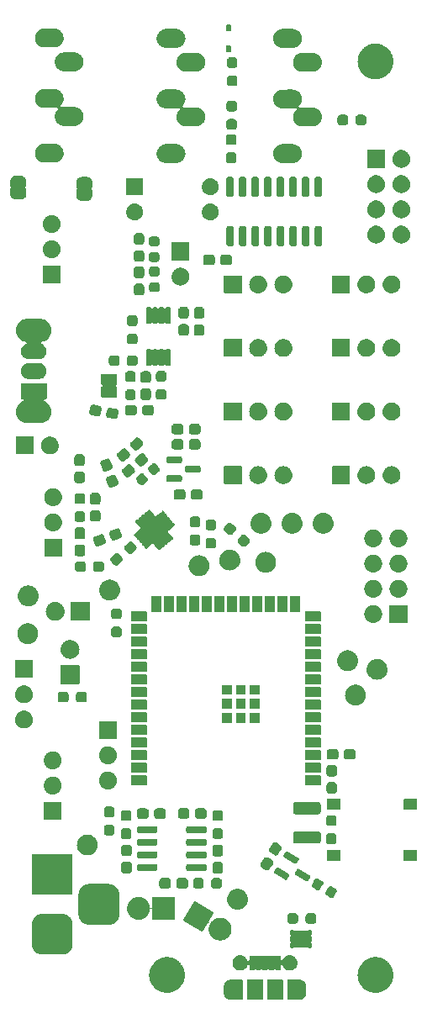
<source format=gbr>
G04 #@! TF.GenerationSoftware,KiCad,Pcbnew,8.0.3*
G04 #@! TF.CreationDate,2024-07-27T02:44:29-04:00*
G04 #@! TF.ProjectId,MEAP_Rev4,4d454150-5f52-4657-9634-2e6b69636164,rev?*
G04 #@! TF.SameCoordinates,Original*
G04 #@! TF.FileFunction,Soldermask,Top*
G04 #@! TF.FilePolarity,Negative*
%FSLAX46Y46*%
G04 Gerber Fmt 4.6, Leading zero omitted, Abs format (unit mm)*
G04 Created by KiCad (PCBNEW 8.0.3) date 2024-07-27 02:44:29*
%MOMM*%
%LPD*%
G01*
G04 APERTURE LIST*
G04 APERTURE END LIST*
G36*
X41749516Y-112334882D02*
G01*
X41766061Y-112345938D01*
X41777117Y-112362483D01*
X41780999Y-112382000D01*
X41780999Y-114282000D01*
X41777117Y-114301517D01*
X41766061Y-114318062D01*
X41749516Y-114329118D01*
X41729999Y-114333000D01*
X40529999Y-114333000D01*
X40514238Y-114329865D01*
X40466190Y-114329865D01*
X40341024Y-114304968D01*
X40223120Y-114256131D01*
X40117009Y-114185230D01*
X40026769Y-114094990D01*
X39955868Y-113988879D01*
X39907031Y-113870975D01*
X39882134Y-113745809D01*
X39878999Y-112982000D01*
X39882134Y-112918191D01*
X39907031Y-112793025D01*
X39955868Y-112675121D01*
X40026769Y-112569010D01*
X40117009Y-112478770D01*
X40223120Y-112407869D01*
X40341024Y-112359032D01*
X40466190Y-112334135D01*
X40514238Y-112334135D01*
X40529999Y-112331000D01*
X41729999Y-112331000D01*
X41749516Y-112334882D01*
G37*
G36*
X43799516Y-112334882D02*
G01*
X43816061Y-112345938D01*
X43827117Y-112362483D01*
X43830999Y-112382000D01*
X43830999Y-114282000D01*
X43827117Y-114301517D01*
X43816061Y-114318062D01*
X43799516Y-114329118D01*
X43779999Y-114333000D01*
X42279999Y-114333000D01*
X42260482Y-114329118D01*
X42243937Y-114318062D01*
X42232881Y-114301517D01*
X42228999Y-114282000D01*
X42228999Y-112382000D01*
X42232881Y-112362483D01*
X42243937Y-112345938D01*
X42260482Y-112334882D01*
X42279999Y-112331000D01*
X43779999Y-112331000D01*
X43799516Y-112334882D01*
G37*
G36*
X45799516Y-112334882D02*
G01*
X45816061Y-112345938D01*
X45827117Y-112362483D01*
X45830999Y-112382000D01*
X45830999Y-114282000D01*
X45827117Y-114301517D01*
X45816061Y-114318062D01*
X45799516Y-114329118D01*
X45779999Y-114333000D01*
X44279999Y-114333000D01*
X44260482Y-114329118D01*
X44243937Y-114318062D01*
X44232881Y-114301517D01*
X44228999Y-114282000D01*
X44228999Y-112382000D01*
X44232881Y-112362483D01*
X44243937Y-112345938D01*
X44260482Y-112334882D01*
X44279999Y-112331000D01*
X45779999Y-112331000D01*
X45799516Y-112334882D01*
G37*
G36*
X47545760Y-112334135D02*
G01*
X47593808Y-112334135D01*
X47718974Y-112359032D01*
X47836878Y-112407869D01*
X47942989Y-112478770D01*
X48033229Y-112569010D01*
X48104130Y-112675121D01*
X48152967Y-112793025D01*
X48177864Y-112918191D01*
X48180999Y-113682000D01*
X48177864Y-113745809D01*
X48152967Y-113870975D01*
X48104130Y-113988879D01*
X48033229Y-114094990D01*
X47942989Y-114185230D01*
X47836878Y-114256131D01*
X47718974Y-114304968D01*
X47593808Y-114329865D01*
X47545760Y-114329865D01*
X47529999Y-114333000D01*
X46329999Y-114333000D01*
X46310482Y-114329118D01*
X46293937Y-114318062D01*
X46282881Y-114301517D01*
X46278999Y-114282000D01*
X46278999Y-112382000D01*
X46282881Y-112362483D01*
X46293937Y-112345938D01*
X46310482Y-112334882D01*
X46329999Y-112331000D01*
X47529999Y-112331000D01*
X47545760Y-112334135D01*
G37*
G36*
X34225951Y-110044036D02*
G01*
X34294589Y-110044036D01*
X34356570Y-110053378D01*
X34416269Y-110057648D01*
X34487044Y-110073044D01*
X34560760Y-110084155D01*
X34614924Y-110100862D01*
X34667305Y-110112257D01*
X34741110Y-110139785D01*
X34817979Y-110163496D01*
X34863658Y-110185493D01*
X34908030Y-110202044D01*
X34982770Y-110242855D01*
X35060500Y-110280288D01*
X35097412Y-110305454D01*
X35133522Y-110325172D01*
X35206907Y-110380107D01*
X35282905Y-110431922D01*
X35311220Y-110458194D01*
X35339192Y-110479134D01*
X35408708Y-110548650D01*
X35480226Y-110615009D01*
X35500540Y-110640482D01*
X35520865Y-110660807D01*
X35583896Y-110745007D01*
X35648056Y-110825461D01*
X35661317Y-110848429D01*
X35674827Y-110866477D01*
X35728719Y-110965173D01*
X35782645Y-111058575D01*
X35790119Y-111077618D01*
X35797955Y-111091969D01*
X35840138Y-111205066D01*
X35880987Y-111309146D01*
X35884184Y-111323157D01*
X35887742Y-111332694D01*
X35915789Y-111461626D01*
X35940884Y-111571575D01*
X35941502Y-111579830D01*
X35942351Y-111583730D01*
X35953985Y-111746395D01*
X35961000Y-111840000D01*
X35953984Y-111933612D01*
X35942351Y-112096269D01*
X35941502Y-112100168D01*
X35940884Y-112108425D01*
X35915784Y-112218393D01*
X35887742Y-112347305D01*
X35884185Y-112356840D01*
X35880987Y-112370854D01*
X35840131Y-112474952D01*
X35797955Y-112588030D01*
X35790120Y-112602377D01*
X35782645Y-112621425D01*
X35728709Y-112714843D01*
X35674827Y-112813522D01*
X35661319Y-112831565D01*
X35648056Y-112854539D01*
X35583884Y-112935007D01*
X35520865Y-113019192D01*
X35500544Y-113039512D01*
X35480226Y-113064991D01*
X35408694Y-113131362D01*
X35339192Y-113200865D01*
X35311225Y-113221800D01*
X35282905Y-113248078D01*
X35206892Y-113299902D01*
X35133522Y-113354827D01*
X35097420Y-113374540D01*
X35060500Y-113399712D01*
X34982755Y-113437151D01*
X34908030Y-113477955D01*
X34863667Y-113494501D01*
X34817979Y-113516504D01*
X34741094Y-113540219D01*
X34667305Y-113567742D01*
X34614935Y-113579134D01*
X34560760Y-113595845D01*
X34487029Y-113606958D01*
X34416269Y-113622351D01*
X34356582Y-113626619D01*
X34294589Y-113635964D01*
X34225937Y-113635964D01*
X34160000Y-113640680D01*
X34094062Y-113635964D01*
X34025411Y-113635964D01*
X33963418Y-113626620D01*
X33903730Y-113622351D01*
X33832967Y-113606957D01*
X33759240Y-113595845D01*
X33705066Y-113579134D01*
X33652694Y-113567742D01*
X33578899Y-113540217D01*
X33502021Y-113516504D01*
X33456336Y-113494503D01*
X33411969Y-113477955D01*
X33337236Y-113437147D01*
X33259500Y-113399712D01*
X33222583Y-113374542D01*
X33186477Y-113354827D01*
X33113095Y-113299894D01*
X33037095Y-113248078D01*
X33008778Y-113221803D01*
X32980807Y-113200865D01*
X32911291Y-113131349D01*
X32839774Y-113064991D01*
X32819459Y-113039517D01*
X32799134Y-113019192D01*
X32736099Y-112934986D01*
X32671944Y-112854539D01*
X32658683Y-112831571D01*
X32645172Y-112813522D01*
X32591272Y-112714812D01*
X32537355Y-112621425D01*
X32529882Y-112602384D01*
X32522044Y-112588030D01*
X32479848Y-112474901D01*
X32439013Y-112370854D01*
X32435816Y-112356847D01*
X32432257Y-112347305D01*
X32404193Y-112218300D01*
X32379116Y-112108425D01*
X32378497Y-112100175D01*
X32377648Y-112096269D01*
X32365993Y-111933319D01*
X32359000Y-111840000D01*
X32365992Y-111746687D01*
X32377648Y-111583730D01*
X32378497Y-111579823D01*
X32379116Y-111571575D01*
X32404189Y-111461720D01*
X32432257Y-111332694D01*
X32435816Y-111323150D01*
X32439013Y-111309146D01*
X32479840Y-111205118D01*
X32522044Y-111091969D01*
X32529883Y-111077612D01*
X32537355Y-111058575D01*
X32591262Y-110965205D01*
X32645172Y-110866477D01*
X32658686Y-110848424D01*
X32671944Y-110825461D01*
X32736086Y-110745028D01*
X32799134Y-110660807D01*
X32819463Y-110640477D01*
X32839774Y-110615009D01*
X32911277Y-110548663D01*
X32980807Y-110479134D01*
X33008783Y-110458190D01*
X33037095Y-110431922D01*
X33113080Y-110380115D01*
X33186477Y-110325172D01*
X33222591Y-110305452D01*
X33259500Y-110280288D01*
X33337220Y-110242859D01*
X33411969Y-110202044D01*
X33456345Y-110185492D01*
X33502021Y-110163496D01*
X33578884Y-110139787D01*
X33652694Y-110112257D01*
X33705077Y-110100861D01*
X33759240Y-110084155D01*
X33832952Y-110073044D01*
X33903730Y-110057648D01*
X33963430Y-110053378D01*
X34025411Y-110044036D01*
X34094048Y-110044036D01*
X34160000Y-110039319D01*
X34225951Y-110044036D01*
G37*
G36*
X55225951Y-110044036D02*
G01*
X55294589Y-110044036D01*
X55356570Y-110053378D01*
X55416269Y-110057648D01*
X55487044Y-110073044D01*
X55560760Y-110084155D01*
X55614924Y-110100862D01*
X55667305Y-110112257D01*
X55741110Y-110139785D01*
X55817979Y-110163496D01*
X55863658Y-110185493D01*
X55908030Y-110202044D01*
X55982770Y-110242855D01*
X56060500Y-110280288D01*
X56097412Y-110305454D01*
X56133522Y-110325172D01*
X56206907Y-110380107D01*
X56282905Y-110431922D01*
X56311220Y-110458194D01*
X56339192Y-110479134D01*
X56408708Y-110548650D01*
X56480226Y-110615009D01*
X56500540Y-110640482D01*
X56520865Y-110660807D01*
X56583896Y-110745007D01*
X56648056Y-110825461D01*
X56661317Y-110848429D01*
X56674827Y-110866477D01*
X56728719Y-110965173D01*
X56782645Y-111058575D01*
X56790119Y-111077618D01*
X56797955Y-111091969D01*
X56840138Y-111205066D01*
X56880987Y-111309146D01*
X56884184Y-111323157D01*
X56887742Y-111332694D01*
X56915789Y-111461626D01*
X56940884Y-111571575D01*
X56941502Y-111579830D01*
X56942351Y-111583730D01*
X56953985Y-111746395D01*
X56961000Y-111840000D01*
X56953984Y-111933612D01*
X56942351Y-112096269D01*
X56941502Y-112100168D01*
X56940884Y-112108425D01*
X56915784Y-112218393D01*
X56887742Y-112347305D01*
X56884185Y-112356840D01*
X56880987Y-112370854D01*
X56840131Y-112474952D01*
X56797955Y-112588030D01*
X56790120Y-112602377D01*
X56782645Y-112621425D01*
X56728709Y-112714843D01*
X56674827Y-112813522D01*
X56661319Y-112831565D01*
X56648056Y-112854539D01*
X56583884Y-112935007D01*
X56520865Y-113019192D01*
X56500544Y-113039512D01*
X56480226Y-113064991D01*
X56408694Y-113131362D01*
X56339192Y-113200865D01*
X56311225Y-113221800D01*
X56282905Y-113248078D01*
X56206892Y-113299902D01*
X56133522Y-113354827D01*
X56097420Y-113374540D01*
X56060500Y-113399712D01*
X55982755Y-113437151D01*
X55908030Y-113477955D01*
X55863667Y-113494501D01*
X55817979Y-113516504D01*
X55741094Y-113540219D01*
X55667305Y-113567742D01*
X55614935Y-113579134D01*
X55560760Y-113595845D01*
X55487029Y-113606958D01*
X55416269Y-113622351D01*
X55356582Y-113626619D01*
X55294589Y-113635964D01*
X55225937Y-113635964D01*
X55160000Y-113640680D01*
X55094062Y-113635964D01*
X55025411Y-113635964D01*
X54963418Y-113626620D01*
X54903730Y-113622351D01*
X54832967Y-113606957D01*
X54759240Y-113595845D01*
X54705066Y-113579134D01*
X54652694Y-113567742D01*
X54578899Y-113540217D01*
X54502021Y-113516504D01*
X54456336Y-113494503D01*
X54411969Y-113477955D01*
X54337236Y-113437147D01*
X54259500Y-113399712D01*
X54222583Y-113374542D01*
X54186477Y-113354827D01*
X54113095Y-113299894D01*
X54037095Y-113248078D01*
X54008778Y-113221803D01*
X53980807Y-113200865D01*
X53911291Y-113131349D01*
X53839774Y-113064991D01*
X53819459Y-113039517D01*
X53799134Y-113019192D01*
X53736099Y-112934986D01*
X53671944Y-112854539D01*
X53658683Y-112831571D01*
X53645172Y-112813522D01*
X53591272Y-112714812D01*
X53537355Y-112621425D01*
X53529882Y-112602384D01*
X53522044Y-112588030D01*
X53479848Y-112474901D01*
X53439013Y-112370854D01*
X53435816Y-112356847D01*
X53432257Y-112347305D01*
X53404193Y-112218300D01*
X53379116Y-112108425D01*
X53378497Y-112100175D01*
X53377648Y-112096269D01*
X53365993Y-111933319D01*
X53359000Y-111840000D01*
X53365992Y-111746687D01*
X53377648Y-111583730D01*
X53378497Y-111579823D01*
X53379116Y-111571575D01*
X53404189Y-111461720D01*
X53432257Y-111332694D01*
X53435816Y-111323150D01*
X53439013Y-111309146D01*
X53479840Y-111205118D01*
X53522044Y-111091969D01*
X53529883Y-111077612D01*
X53537355Y-111058575D01*
X53591262Y-110965205D01*
X53645172Y-110866477D01*
X53658686Y-110848424D01*
X53671944Y-110825461D01*
X53736086Y-110745028D01*
X53799134Y-110660807D01*
X53819463Y-110640477D01*
X53839774Y-110615009D01*
X53911277Y-110548663D01*
X53980807Y-110479134D01*
X54008783Y-110458190D01*
X54037095Y-110431922D01*
X54113080Y-110380115D01*
X54186477Y-110325172D01*
X54222591Y-110305452D01*
X54259500Y-110280288D01*
X54337220Y-110242859D01*
X54411969Y-110202044D01*
X54456345Y-110185492D01*
X54502021Y-110163496D01*
X54578884Y-110139787D01*
X54652694Y-110112257D01*
X54705077Y-110100861D01*
X54759240Y-110084155D01*
X54832952Y-110073044D01*
X54903730Y-110057648D01*
X54963430Y-110053378D01*
X55025411Y-110044036D01*
X55094048Y-110044036D01*
X55160000Y-110039319D01*
X55225951Y-110044036D01*
G37*
G36*
X46573807Y-109860936D02*
G01*
X46611038Y-109860936D01*
X46653037Y-109869863D01*
X46702675Y-109875456D01*
X46738768Y-109888085D01*
X46769586Y-109894636D01*
X46813996Y-109914408D01*
X46866693Y-109932848D01*
X46894122Y-109950082D01*
X46917654Y-109960560D01*
X46961535Y-109992442D01*
X47013827Y-110025299D01*
X47032604Y-110044076D01*
X47048783Y-110055831D01*
X47088784Y-110100256D01*
X47136700Y-110148172D01*
X47147719Y-110165709D01*
X47157241Y-110176284D01*
X47189806Y-110232689D01*
X47229151Y-110295306D01*
X47234064Y-110309348D01*
X47238280Y-110316650D01*
X47259868Y-110383092D01*
X47286543Y-110459324D01*
X47287554Y-110468299D01*
X47288368Y-110470804D01*
X47295745Y-110541001D01*
X47305999Y-110632000D01*
X47295745Y-110723005D01*
X47288368Y-110793195D01*
X47287554Y-110795698D01*
X47286543Y-110804676D01*
X47259864Y-110880920D01*
X47238280Y-110947349D01*
X47234065Y-110954648D01*
X47229151Y-110968694D01*
X47189798Y-111031322D01*
X47157241Y-111087715D01*
X47147721Y-111098286D01*
X47136700Y-111115828D01*
X47088775Y-111163752D01*
X47048783Y-111208168D01*
X47032608Y-111219919D01*
X47013827Y-111238701D01*
X46961525Y-111271564D01*
X46917654Y-111303439D01*
X46894127Y-111313913D01*
X46866693Y-111331152D01*
X46813986Y-111349594D01*
X46769586Y-111369363D01*
X46738774Y-111375912D01*
X46702675Y-111388544D01*
X46653034Y-111394137D01*
X46611038Y-111403064D01*
X46573807Y-111403064D01*
X46529999Y-111408000D01*
X46486191Y-111403064D01*
X46448960Y-111403064D01*
X46406962Y-111394137D01*
X46357323Y-111388544D01*
X46321224Y-111375912D01*
X46290411Y-111369363D01*
X46246007Y-111349593D01*
X46193305Y-111331152D01*
X46165872Y-111313915D01*
X46142343Y-111303439D01*
X46098465Y-111271559D01*
X46046171Y-111238701D01*
X46027392Y-111219922D01*
X46011214Y-111208168D01*
X45971212Y-111163742D01*
X45923298Y-111115828D01*
X45912278Y-111098290D01*
X45902756Y-111087715D01*
X45870185Y-111031300D01*
X45830847Y-110968694D01*
X45825934Y-110954653D01*
X45821711Y-110947339D01*
X45799892Y-110880229D01*
X45791285Y-110855631D01*
X45580999Y-110888957D01*
X45580999Y-111307000D01*
X45577117Y-111326517D01*
X45566061Y-111343062D01*
X45549516Y-111354118D01*
X45529999Y-111358000D01*
X45129999Y-111358000D01*
X45110482Y-111354118D01*
X45093937Y-111343062D01*
X45082881Y-111326517D01*
X45081644Y-111320298D01*
X45071851Y-111305627D01*
X44938147Y-111305627D01*
X44928354Y-111320297D01*
X44927117Y-111326517D01*
X44916061Y-111343062D01*
X44899516Y-111354118D01*
X44879999Y-111358000D01*
X44479999Y-111358000D01*
X44460482Y-111354118D01*
X44443937Y-111343062D01*
X44432881Y-111326517D01*
X44431644Y-111320298D01*
X44421851Y-111305627D01*
X44288147Y-111305627D01*
X44278354Y-111320297D01*
X44277117Y-111326517D01*
X44266061Y-111343062D01*
X44249516Y-111354118D01*
X44229999Y-111358000D01*
X43829999Y-111358000D01*
X43810482Y-111354118D01*
X43793937Y-111343062D01*
X43782881Y-111326517D01*
X43781644Y-111320298D01*
X43771851Y-111305627D01*
X43638147Y-111305627D01*
X43628354Y-111320297D01*
X43627117Y-111326517D01*
X43616061Y-111343062D01*
X43599516Y-111354118D01*
X43579999Y-111358000D01*
X43179999Y-111358000D01*
X43160482Y-111354118D01*
X43143937Y-111343062D01*
X43132881Y-111326517D01*
X43131644Y-111320298D01*
X43121851Y-111305627D01*
X42988147Y-111305627D01*
X42978354Y-111320297D01*
X42977117Y-111326517D01*
X42966061Y-111343062D01*
X42949516Y-111354118D01*
X42929999Y-111358000D01*
X42529999Y-111358000D01*
X42510482Y-111354118D01*
X42493937Y-111343062D01*
X42482881Y-111326517D01*
X42478999Y-111307000D01*
X42478999Y-110888926D01*
X42268704Y-110855656D01*
X42259453Y-110882094D01*
X42238269Y-110947370D01*
X42234064Y-110954653D01*
X42229151Y-110968694D01*
X42189804Y-111031313D01*
X42157241Y-111087715D01*
X42147721Y-111098286D01*
X42136700Y-111115828D01*
X42088775Y-111163752D01*
X42048783Y-111208168D01*
X42032608Y-111219919D01*
X42013827Y-111238701D01*
X41961525Y-111271564D01*
X41917654Y-111303439D01*
X41894127Y-111313913D01*
X41866693Y-111331152D01*
X41813986Y-111349594D01*
X41769586Y-111369363D01*
X41738774Y-111375912D01*
X41702675Y-111388544D01*
X41653034Y-111394137D01*
X41611038Y-111403064D01*
X41573807Y-111403064D01*
X41529999Y-111408000D01*
X41486191Y-111403064D01*
X41448960Y-111403064D01*
X41406962Y-111394137D01*
X41357323Y-111388544D01*
X41321224Y-111375912D01*
X41290411Y-111369363D01*
X41246007Y-111349593D01*
X41193305Y-111331152D01*
X41165872Y-111313915D01*
X41142343Y-111303439D01*
X41098465Y-111271559D01*
X41046171Y-111238701D01*
X41027392Y-111219922D01*
X41011214Y-111208168D01*
X40971212Y-111163742D01*
X40923298Y-111115828D01*
X40912278Y-111098290D01*
X40902756Y-111087715D01*
X40870186Y-111031302D01*
X40830847Y-110968694D01*
X40825933Y-110954652D01*
X40821717Y-110947349D01*
X40800119Y-110880880D01*
X40773455Y-110804676D01*
X40772444Y-110795703D01*
X40771629Y-110793195D01*
X40764238Y-110722873D01*
X40753999Y-110632000D01*
X40764237Y-110541133D01*
X40771629Y-110470804D01*
X40772444Y-110468295D01*
X40773455Y-110459324D01*
X40800115Y-110383132D01*
X40821717Y-110316650D01*
X40825934Y-110309344D01*
X40830847Y-110295306D01*
X40870179Y-110232708D01*
X40902756Y-110176284D01*
X40912280Y-110165706D01*
X40923298Y-110148172D01*
X40971202Y-110100267D01*
X41011213Y-110055832D01*
X41027394Y-110044075D01*
X41046171Y-110025299D01*
X41098458Y-109992444D01*
X41142345Y-109960559D01*
X41165878Y-109950081D01*
X41193305Y-109932848D01*
X41245996Y-109914410D01*
X41290411Y-109894636D01*
X41321230Y-109888085D01*
X41357323Y-109875456D01*
X41406959Y-109869863D01*
X41448960Y-109860936D01*
X41486191Y-109860936D01*
X41529999Y-109856000D01*
X41573807Y-109860936D01*
X41611038Y-109860936D01*
X41653037Y-109869863D01*
X41702675Y-109875456D01*
X41738768Y-109888085D01*
X41769586Y-109894636D01*
X41813996Y-109914408D01*
X41866693Y-109932848D01*
X41894122Y-109950082D01*
X41917654Y-109960560D01*
X41961535Y-109992442D01*
X42013827Y-110025299D01*
X42032604Y-110044076D01*
X42048783Y-110055831D01*
X42088784Y-110100256D01*
X42136700Y-110148172D01*
X42147719Y-110165709D01*
X42157241Y-110176284D01*
X42189808Y-110232693D01*
X42229151Y-110295306D01*
X42234063Y-110309346D01*
X42238280Y-110316649D01*
X42259834Y-110382995D01*
X42268708Y-110408356D01*
X42478999Y-110375053D01*
X42478999Y-109969310D01*
X42478999Y-109957000D01*
X42482881Y-109937483D01*
X42493937Y-109920938D01*
X42510482Y-109909882D01*
X42529999Y-109906000D01*
X42929999Y-109906000D01*
X42949516Y-109909882D01*
X42966061Y-109920938D01*
X42977117Y-109937483D01*
X42978339Y-109943629D01*
X42988192Y-109958372D01*
X43121806Y-109958372D01*
X43131658Y-109943628D01*
X43132881Y-109937483D01*
X43143937Y-109920938D01*
X43160482Y-109909882D01*
X43179999Y-109906000D01*
X43579999Y-109906000D01*
X43599516Y-109909882D01*
X43616061Y-109920938D01*
X43627117Y-109937483D01*
X43628339Y-109943629D01*
X43638192Y-109958372D01*
X43771806Y-109958372D01*
X43781658Y-109943628D01*
X43782881Y-109937483D01*
X43793937Y-109920938D01*
X43810482Y-109909882D01*
X43829999Y-109906000D01*
X44229999Y-109906000D01*
X44249516Y-109909882D01*
X44266061Y-109920938D01*
X44277117Y-109937483D01*
X44278339Y-109943629D01*
X44288192Y-109958372D01*
X44421806Y-109958372D01*
X44431658Y-109943628D01*
X44432881Y-109937483D01*
X44443937Y-109920938D01*
X44460482Y-109909882D01*
X44479999Y-109906000D01*
X44879999Y-109906000D01*
X44899516Y-109909882D01*
X44916061Y-109920938D01*
X44927117Y-109937483D01*
X44928339Y-109943629D01*
X44938192Y-109958372D01*
X45071806Y-109958372D01*
X45081658Y-109943628D01*
X45082881Y-109937483D01*
X45093937Y-109920938D01*
X45110482Y-109909882D01*
X45129999Y-109906000D01*
X45529999Y-109906000D01*
X45549516Y-109909882D01*
X45566061Y-109920938D01*
X45577117Y-109937483D01*
X45580999Y-109957000D01*
X45580999Y-110375049D01*
X45791286Y-110408364D01*
X45800021Y-110383400D01*
X45821714Y-110316654D01*
X45825935Y-110309341D01*
X45830847Y-110295306D01*
X45870176Y-110232714D01*
X45902756Y-110176284D01*
X45912280Y-110165706D01*
X45923298Y-110148172D01*
X45971202Y-110100267D01*
X46011213Y-110055832D01*
X46027394Y-110044075D01*
X46046171Y-110025299D01*
X46098458Y-109992444D01*
X46142345Y-109960559D01*
X46165878Y-109950081D01*
X46193305Y-109932848D01*
X46245996Y-109914410D01*
X46290411Y-109894636D01*
X46321230Y-109888085D01*
X46357323Y-109875456D01*
X46406959Y-109869863D01*
X46448960Y-109860936D01*
X46486191Y-109860936D01*
X46529999Y-109856000D01*
X46573807Y-109860936D01*
G37*
G36*
X23612838Y-105690018D02*
G01*
X23746210Y-105699275D01*
X23774587Y-105705949D01*
X23807540Y-105709195D01*
X23873641Y-105729246D01*
X23936330Y-105743991D01*
X23967243Y-105757640D01*
X24004700Y-105769003D01*
X24060382Y-105798765D01*
X24113660Y-105822290D01*
X24146567Y-105844832D01*
X24186404Y-105866125D01*
X24230598Y-105902394D01*
X24273582Y-105931839D01*
X24306102Y-105964359D01*
X24345669Y-105996831D01*
X24378140Y-106036397D01*
X24410660Y-106068917D01*
X24440103Y-106111899D01*
X24476375Y-106156096D01*
X24497669Y-106195934D01*
X24520209Y-106228839D01*
X24543731Y-106282111D01*
X24573497Y-106337800D01*
X24584860Y-106375260D01*
X24598508Y-106406169D01*
X24613249Y-106468847D01*
X24633305Y-106534960D01*
X24636551Y-106567917D01*
X24643224Y-106596289D01*
X24652478Y-106729629D01*
X24653500Y-106740000D01*
X24653500Y-108740000D01*
X24652478Y-108750373D01*
X24643224Y-108883710D01*
X24636551Y-108912080D01*
X24633305Y-108945040D01*
X24613248Y-109011156D01*
X24598508Y-109073830D01*
X24584861Y-109104736D01*
X24573497Y-109142200D01*
X24543728Y-109197892D01*
X24520209Y-109251160D01*
X24497671Y-109284060D01*
X24476375Y-109323904D01*
X24440099Y-109368105D01*
X24410660Y-109411082D01*
X24378145Y-109443596D01*
X24345669Y-109483169D01*
X24306096Y-109515645D01*
X24273582Y-109548160D01*
X24230605Y-109577599D01*
X24186404Y-109613875D01*
X24146560Y-109635171D01*
X24113660Y-109657709D01*
X24060392Y-109681228D01*
X24004700Y-109710997D01*
X23967236Y-109722361D01*
X23936330Y-109736008D01*
X23873656Y-109750748D01*
X23807540Y-109770805D01*
X23774580Y-109774051D01*
X23746210Y-109780724D01*
X23612873Y-109789978D01*
X23602500Y-109791000D01*
X21602500Y-109791000D01*
X21592129Y-109789978D01*
X21458789Y-109780724D01*
X21430417Y-109774051D01*
X21397460Y-109770805D01*
X21331347Y-109750749D01*
X21268669Y-109736008D01*
X21237760Y-109722360D01*
X21200300Y-109710997D01*
X21144611Y-109681231D01*
X21091339Y-109657709D01*
X21058434Y-109635169D01*
X21018596Y-109613875D01*
X20974399Y-109577603D01*
X20931417Y-109548160D01*
X20898897Y-109515640D01*
X20859331Y-109483169D01*
X20826859Y-109443602D01*
X20794339Y-109411082D01*
X20764894Y-109368098D01*
X20728625Y-109323904D01*
X20707332Y-109284067D01*
X20684790Y-109251160D01*
X20661265Y-109197882D01*
X20631503Y-109142200D01*
X20620140Y-109104743D01*
X20606491Y-109073830D01*
X20591746Y-109011141D01*
X20571695Y-108945040D01*
X20568449Y-108912087D01*
X20561775Y-108883710D01*
X20552518Y-108750338D01*
X20551500Y-108740000D01*
X20551500Y-106740000D01*
X20552518Y-106729663D01*
X20561775Y-106596289D01*
X20568449Y-106567910D01*
X20571695Y-106534960D01*
X20591745Y-106468861D01*
X20606491Y-106406169D01*
X20620141Y-106375253D01*
X20631503Y-106337800D01*
X20661262Y-106282122D01*
X20684790Y-106228839D01*
X20707334Y-106195928D01*
X20728625Y-106156096D01*
X20764890Y-106111906D01*
X20794339Y-106068917D01*
X20826863Y-106036392D01*
X20859331Y-105996831D01*
X20898892Y-105964363D01*
X20931417Y-105931839D01*
X20974406Y-105902390D01*
X21018596Y-105866125D01*
X21058428Y-105844834D01*
X21091339Y-105822290D01*
X21144622Y-105798762D01*
X21200300Y-105769003D01*
X21237753Y-105757641D01*
X21268669Y-105743991D01*
X21331361Y-105729245D01*
X21397460Y-105709195D01*
X21430410Y-105705949D01*
X21458789Y-105699275D01*
X21592163Y-105690018D01*
X21602500Y-105689000D01*
X23602500Y-105689000D01*
X23612838Y-105690018D01*
G37*
G36*
X48674149Y-107340014D02*
G01*
X48721110Y-107371392D01*
X48752488Y-107418353D01*
X48763506Y-107473746D01*
X48763506Y-107686246D01*
X48752488Y-107741639D01*
X48721110Y-107788600D01*
X48674149Y-107819978D01*
X48667991Y-107821202D01*
X48642577Y-107838184D01*
X48642575Y-107971810D01*
X48667991Y-107988792D01*
X48674146Y-107990017D01*
X48721107Y-108021395D01*
X48752485Y-108068356D01*
X48763503Y-108123749D01*
X48763503Y-108336249D01*
X48752485Y-108391642D01*
X48721107Y-108438603D01*
X48674146Y-108469981D01*
X48667987Y-108471206D01*
X48642581Y-108488182D01*
X48642581Y-108621809D01*
X48667990Y-108638787D01*
X48674147Y-108640012D01*
X48721108Y-108671390D01*
X48752486Y-108718351D01*
X48763504Y-108773744D01*
X48763504Y-108986244D01*
X48752486Y-109041637D01*
X48721108Y-109088598D01*
X48674147Y-109119976D01*
X48618754Y-109130994D01*
X48431254Y-109130994D01*
X48375861Y-109119976D01*
X48328900Y-109088598D01*
X48308552Y-109058145D01*
X48210318Y-109038612D01*
X48177053Y-109060839D01*
X48173565Y-109066060D01*
X48157020Y-109077116D01*
X48137503Y-109080998D01*
X47137503Y-109080998D01*
X47117986Y-109077116D01*
X47101441Y-109066060D01*
X47097953Y-109060841D01*
X47064680Y-109038609D01*
X46966451Y-109058151D01*
X46946104Y-109088604D01*
X46899143Y-109119982D01*
X46843750Y-109131000D01*
X46656250Y-109131000D01*
X46600857Y-109119982D01*
X46553896Y-109088604D01*
X46522518Y-109041643D01*
X46511500Y-108986250D01*
X46511500Y-108773750D01*
X46522518Y-108718357D01*
X46553896Y-108671396D01*
X46600857Y-108640018D01*
X46607008Y-108638794D01*
X46632430Y-108621808D01*
X46632428Y-108488184D01*
X46607015Y-108471203D01*
X46600860Y-108469979D01*
X46553899Y-108438601D01*
X46522521Y-108391640D01*
X46511503Y-108336247D01*
X46511503Y-108123747D01*
X46522521Y-108068354D01*
X46553899Y-108021393D01*
X46600860Y-107990015D01*
X46607011Y-107988791D01*
X46632425Y-107971810D01*
X46632423Y-107838185D01*
X46607016Y-107821208D01*
X46600859Y-107819984D01*
X46553898Y-107788606D01*
X46522520Y-107741645D01*
X46511502Y-107686252D01*
X46511502Y-107473752D01*
X46522520Y-107418359D01*
X46553898Y-107371398D01*
X46600859Y-107340020D01*
X46656252Y-107329002D01*
X46843752Y-107329002D01*
X46899145Y-107340020D01*
X46946106Y-107371398D01*
X46966451Y-107401846D01*
X47064682Y-107421384D01*
X47097955Y-107399151D01*
X47101441Y-107393936D01*
X47117986Y-107382880D01*
X47137503Y-107378998D01*
X48137503Y-107378998D01*
X48157020Y-107382880D01*
X48173565Y-107393936D01*
X48177050Y-107399152D01*
X48210319Y-107421382D01*
X48308551Y-107401848D01*
X48328902Y-107371392D01*
X48375863Y-107340014D01*
X48431256Y-107328996D01*
X48618756Y-107328996D01*
X48674149Y-107340014D01*
G37*
G36*
X36932872Y-104413205D02*
G01*
X36943537Y-104419362D01*
X36943538Y-104419363D01*
X38827462Y-105507046D01*
X38827465Y-105507048D01*
X38838128Y-105513205D01*
X38853089Y-105526325D01*
X38861890Y-105544172D01*
X38863192Y-105564029D01*
X38856795Y-105582872D01*
X38315528Y-106520373D01*
X38517368Y-106648961D01*
X38522028Y-106642305D01*
X38531105Y-106624077D01*
X38581771Y-106556983D01*
X38628352Y-106490460D01*
X38643283Y-106475528D01*
X38659106Y-106454576D01*
X38717149Y-106401662D01*
X38770165Y-106348647D01*
X38792329Y-106333127D01*
X38816073Y-106311482D01*
X38878013Y-106273129D01*
X38934442Y-106233618D01*
X38964354Y-106219669D01*
X38996660Y-106199667D01*
X39059251Y-106175419D01*
X39116204Y-106148862D01*
X39153824Y-106138781D01*
X39194719Y-106122939D01*
X39255009Y-106111668D01*
X39309921Y-106096955D01*
X39354655Y-106093041D01*
X39403504Y-106083910D01*
X39459033Y-106083910D01*
X39509705Y-106079477D01*
X39560377Y-106083910D01*
X39615906Y-106083910D01*
X39664755Y-106093041D01*
X39709488Y-106096955D01*
X39764396Y-106111667D01*
X39824691Y-106122939D01*
X39865587Y-106138782D01*
X39903205Y-106148862D01*
X39960154Y-106175417D01*
X40022750Y-106199667D01*
X40055055Y-106219669D01*
X40084968Y-106233618D01*
X40141393Y-106273127D01*
X40203337Y-106311482D01*
X40227083Y-106333130D01*
X40249244Y-106348647D01*
X40302248Y-106401651D01*
X40360304Y-106454576D01*
X40376129Y-106475532D01*
X40391057Y-106490460D01*
X40437627Y-106556969D01*
X40488305Y-106624077D01*
X40497382Y-106642307D01*
X40506086Y-106654737D01*
X40543135Y-106734191D01*
X40582981Y-106814211D01*
X40586944Y-106828139D01*
X40590842Y-106836499D01*
X40615414Y-106928204D01*
X40641107Y-107018504D01*
X40641897Y-107027039D01*
X40642749Y-107030216D01*
X40652152Y-107137707D01*
X40660705Y-107230000D01*
X40652152Y-107322299D01*
X40642749Y-107429783D01*
X40641898Y-107432958D01*
X40641107Y-107441496D01*
X40615410Y-107531811D01*
X40590842Y-107623500D01*
X40586944Y-107631857D01*
X40582981Y-107645789D01*
X40543132Y-107725815D01*
X40506086Y-107805263D01*
X40497383Y-107817691D01*
X40488305Y-107835923D01*
X40437622Y-107903037D01*
X40391057Y-107969539D01*
X40376132Y-107984463D01*
X40360304Y-108005424D01*
X40302237Y-108058358D01*
X40249244Y-108111352D01*
X40227088Y-108126865D01*
X40203337Y-108148518D01*
X40141380Y-108186879D01*
X40084968Y-108226381D01*
X40055062Y-108240325D01*
X40022750Y-108260333D01*
X39960141Y-108284587D01*
X39903205Y-108311137D01*
X39865595Y-108321214D01*
X39824691Y-108337061D01*
X39764384Y-108348334D01*
X39709488Y-108363044D01*
X39664765Y-108366956D01*
X39615906Y-108376090D01*
X39560365Y-108376090D01*
X39509705Y-108380522D01*
X39459045Y-108376090D01*
X39403504Y-108376090D01*
X39354645Y-108366956D01*
X39309921Y-108363044D01*
X39255022Y-108348333D01*
X39194719Y-108337061D01*
X39153816Y-108321215D01*
X39116204Y-108311137D01*
X39059262Y-108284585D01*
X38996660Y-108260333D01*
X38964350Y-108240327D01*
X38934441Y-108226381D01*
X38878020Y-108186874D01*
X38816073Y-108148518D01*
X38792324Y-108126868D01*
X38770165Y-108111352D01*
X38717161Y-108058348D01*
X38659106Y-108005424D01*
X38643280Y-107984467D01*
X38628352Y-107969539D01*
X38581774Y-107903019D01*
X38531105Y-107835923D01*
X38522029Y-107817696D01*
X38513323Y-107805263D01*
X38476261Y-107725783D01*
X38436429Y-107645789D01*
X38432466Y-107631863D01*
X38428567Y-107623500D01*
X38403982Y-107531751D01*
X38378303Y-107441496D01*
X38377512Y-107432964D01*
X38376660Y-107429783D01*
X38367239Y-107322106D01*
X38358705Y-107230000D01*
X38367239Y-107137900D01*
X38376660Y-107030216D01*
X38377512Y-107027034D01*
X38378303Y-107018504D01*
X38403970Y-106928290D01*
X38428567Y-106836496D01*
X38432469Y-106828126D01*
X38436429Y-106814211D01*
X38476231Y-106734278D01*
X38510339Y-106661132D01*
X38298060Y-106550628D01*
X37756795Y-107488128D01*
X37743675Y-107503089D01*
X37725828Y-107511890D01*
X37705971Y-107513192D01*
X37687128Y-107506795D01*
X36487537Y-106814211D01*
X35792537Y-106412953D01*
X35792535Y-106412951D01*
X35781872Y-106406795D01*
X35766911Y-106393675D01*
X35758110Y-106375828D01*
X35756808Y-106355971D01*
X35763205Y-106337128D01*
X35769362Y-106326463D01*
X35769363Y-106326461D01*
X36857046Y-104442537D01*
X36857050Y-104442531D01*
X36863205Y-104431872D01*
X36876325Y-104416911D01*
X36894172Y-104408110D01*
X36914029Y-104406808D01*
X36932872Y-104413205D01*
G37*
G36*
X28312838Y-102690018D02*
G01*
X28446210Y-102699275D01*
X28474587Y-102705949D01*
X28507540Y-102709195D01*
X28573641Y-102729246D01*
X28636330Y-102743991D01*
X28667243Y-102757640D01*
X28704700Y-102769003D01*
X28760382Y-102798765D01*
X28813660Y-102822290D01*
X28846567Y-102844832D01*
X28886404Y-102866125D01*
X28930598Y-102902394D01*
X28973582Y-102931839D01*
X29006102Y-102964359D01*
X29045669Y-102996831D01*
X29078140Y-103036397D01*
X29110660Y-103068917D01*
X29140103Y-103111899D01*
X29176375Y-103156096D01*
X29197669Y-103195934D01*
X29220209Y-103228839D01*
X29243731Y-103282111D01*
X29273497Y-103337800D01*
X29284860Y-103375260D01*
X29298508Y-103406169D01*
X29313249Y-103468847D01*
X29333305Y-103534960D01*
X29336551Y-103567917D01*
X29343224Y-103596289D01*
X29352478Y-103729629D01*
X29353500Y-103740000D01*
X29353500Y-105740000D01*
X29352478Y-105750373D01*
X29343224Y-105883710D01*
X29336551Y-105912080D01*
X29333305Y-105945040D01*
X29313248Y-106011156D01*
X29298508Y-106073830D01*
X29284861Y-106104736D01*
X29273497Y-106142200D01*
X29243728Y-106197892D01*
X29220209Y-106251160D01*
X29197671Y-106284060D01*
X29176375Y-106323904D01*
X29140099Y-106368105D01*
X29110660Y-106411082D01*
X29078145Y-106443596D01*
X29045669Y-106483169D01*
X29006096Y-106515645D01*
X28973582Y-106548160D01*
X28930605Y-106577599D01*
X28886404Y-106613875D01*
X28846560Y-106635171D01*
X28813660Y-106657709D01*
X28760392Y-106681228D01*
X28704700Y-106710997D01*
X28667236Y-106722361D01*
X28636330Y-106736008D01*
X28573656Y-106750748D01*
X28507540Y-106770805D01*
X28474580Y-106774051D01*
X28446210Y-106780724D01*
X28312873Y-106789978D01*
X28302500Y-106791000D01*
X26302500Y-106791000D01*
X26292129Y-106789978D01*
X26158789Y-106780724D01*
X26130417Y-106774051D01*
X26097460Y-106770805D01*
X26031347Y-106750749D01*
X25968669Y-106736008D01*
X25937760Y-106722360D01*
X25900300Y-106710997D01*
X25844611Y-106681231D01*
X25791339Y-106657709D01*
X25758434Y-106635169D01*
X25718596Y-106613875D01*
X25674399Y-106577603D01*
X25631417Y-106548160D01*
X25598897Y-106515640D01*
X25559331Y-106483169D01*
X25526859Y-106443602D01*
X25494339Y-106411082D01*
X25464894Y-106368098D01*
X25428625Y-106323904D01*
X25407332Y-106284067D01*
X25384790Y-106251160D01*
X25361265Y-106197882D01*
X25331503Y-106142200D01*
X25320140Y-106104743D01*
X25306491Y-106073830D01*
X25291746Y-106011141D01*
X25271695Y-105945040D01*
X25268449Y-105912087D01*
X25261775Y-105883710D01*
X25252518Y-105750338D01*
X25251500Y-105740000D01*
X25251500Y-103740000D01*
X25252518Y-103729663D01*
X25261775Y-103596289D01*
X25268449Y-103567910D01*
X25271695Y-103534960D01*
X25291745Y-103468861D01*
X25306491Y-103406169D01*
X25320141Y-103375253D01*
X25331503Y-103337800D01*
X25361262Y-103282122D01*
X25384790Y-103228839D01*
X25407334Y-103195928D01*
X25428625Y-103156096D01*
X25464890Y-103111906D01*
X25494339Y-103068917D01*
X25526863Y-103036392D01*
X25559331Y-102996831D01*
X25598892Y-102964363D01*
X25631417Y-102931839D01*
X25674406Y-102902390D01*
X25718596Y-102866125D01*
X25758428Y-102844834D01*
X25791339Y-102822290D01*
X25844622Y-102798762D01*
X25900300Y-102769003D01*
X25937753Y-102757641D01*
X25968669Y-102743991D01*
X26031361Y-102729245D01*
X26097460Y-102709195D01*
X26130410Y-102705949D01*
X26158789Y-102699275D01*
X26292163Y-102690018D01*
X26302500Y-102689000D01*
X28302500Y-102689000D01*
X28312838Y-102690018D01*
G37*
G36*
X48966052Y-105641663D02*
G01*
X48981434Y-105648455D01*
X48988670Y-105649601D01*
X49018802Y-105664954D01*
X49063042Y-105684488D01*
X49138012Y-105759458D01*
X49157548Y-105803704D01*
X49172898Y-105833829D01*
X49174043Y-105841062D01*
X49180837Y-105856448D01*
X49188500Y-105922500D01*
X49188500Y-106397500D01*
X49180837Y-106463552D01*
X49174043Y-106478938D01*
X49172898Y-106486170D01*
X49157552Y-106516287D01*
X49138012Y-106560542D01*
X49063042Y-106635512D01*
X49018787Y-106655052D01*
X48988670Y-106670398D01*
X48981438Y-106671543D01*
X48966052Y-106678337D01*
X48900000Y-106686000D01*
X48400000Y-106686000D01*
X48333948Y-106678337D01*
X48318562Y-106671543D01*
X48311329Y-106670398D01*
X48281204Y-106655048D01*
X48236958Y-106635512D01*
X48161988Y-106560542D01*
X48142454Y-106516302D01*
X48127101Y-106486170D01*
X48125955Y-106478934D01*
X48119163Y-106463552D01*
X48111500Y-106397500D01*
X48111500Y-105922500D01*
X48119163Y-105856448D01*
X48125954Y-105841065D01*
X48127101Y-105833829D01*
X48142457Y-105803690D01*
X48161988Y-105759458D01*
X48236958Y-105684488D01*
X48281190Y-105664957D01*
X48311329Y-105649601D01*
X48318565Y-105648454D01*
X48333948Y-105641663D01*
X48400000Y-105634000D01*
X48900000Y-105634000D01*
X48966052Y-105641663D01*
G37*
G36*
X47141056Y-105641661D02*
G01*
X47156438Y-105648453D01*
X47163674Y-105649599D01*
X47193806Y-105664952D01*
X47238046Y-105684486D01*
X47313016Y-105759456D01*
X47332552Y-105803702D01*
X47347902Y-105833827D01*
X47349047Y-105841060D01*
X47355841Y-105856446D01*
X47363504Y-105922498D01*
X47363504Y-106397498D01*
X47355841Y-106463550D01*
X47349047Y-106478936D01*
X47347902Y-106486168D01*
X47332556Y-106516285D01*
X47313016Y-106560540D01*
X47238046Y-106635510D01*
X47193791Y-106655050D01*
X47163674Y-106670396D01*
X47156442Y-106671541D01*
X47141056Y-106678335D01*
X47075004Y-106685998D01*
X46575004Y-106685998D01*
X46508952Y-106678335D01*
X46493566Y-106671541D01*
X46486333Y-106670396D01*
X46456208Y-106655046D01*
X46411962Y-106635510D01*
X46336992Y-106560540D01*
X46317458Y-106516300D01*
X46302105Y-106486168D01*
X46300959Y-106478932D01*
X46294167Y-106463550D01*
X46286504Y-106397498D01*
X46286504Y-105922498D01*
X46294167Y-105856446D01*
X46300958Y-105841063D01*
X46302105Y-105833827D01*
X46317461Y-105803688D01*
X46336992Y-105759456D01*
X46411962Y-105684486D01*
X46456194Y-105664955D01*
X46486333Y-105649599D01*
X46493569Y-105648452D01*
X46508952Y-105641661D01*
X46575004Y-105633998D01*
X47075004Y-105633998D01*
X47141056Y-105641661D01*
G37*
G36*
X34949517Y-103982882D02*
G01*
X34966062Y-103993938D01*
X34977118Y-104010483D01*
X34981000Y-104030000D01*
X34981000Y-106230000D01*
X34977118Y-106249517D01*
X34966062Y-106266062D01*
X34949517Y-106277118D01*
X34930000Y-106281000D01*
X32730000Y-106281000D01*
X32710483Y-106277118D01*
X32693938Y-106266062D01*
X32682882Y-106249517D01*
X32679000Y-106230000D01*
X32679000Y-105147472D01*
X32440346Y-105137053D01*
X32432440Y-105222367D01*
X32423044Y-105329783D01*
X32422193Y-105332958D01*
X32421402Y-105341496D01*
X32395705Y-105431811D01*
X32371137Y-105523500D01*
X32367239Y-105531857D01*
X32363276Y-105545789D01*
X32323427Y-105625815D01*
X32286381Y-105705263D01*
X32277678Y-105717691D01*
X32268600Y-105735923D01*
X32217917Y-105803037D01*
X32171352Y-105869539D01*
X32156427Y-105884463D01*
X32140599Y-105905424D01*
X32082532Y-105958358D01*
X32029539Y-106011352D01*
X32007383Y-106026865D01*
X31983632Y-106048518D01*
X31921675Y-106086879D01*
X31865263Y-106126381D01*
X31835357Y-106140325D01*
X31803045Y-106160333D01*
X31740436Y-106184587D01*
X31683500Y-106211137D01*
X31645890Y-106221214D01*
X31604986Y-106237061D01*
X31544679Y-106248334D01*
X31489783Y-106263044D01*
X31445060Y-106266956D01*
X31396201Y-106276090D01*
X31340660Y-106276090D01*
X31290000Y-106280522D01*
X31239340Y-106276090D01*
X31183799Y-106276090D01*
X31134940Y-106266956D01*
X31090216Y-106263044D01*
X31035317Y-106248333D01*
X30975014Y-106237061D01*
X30934111Y-106221215D01*
X30896499Y-106211137D01*
X30839557Y-106184585D01*
X30776955Y-106160333D01*
X30744645Y-106140327D01*
X30714736Y-106126381D01*
X30658315Y-106086874D01*
X30596368Y-106048518D01*
X30572619Y-106026868D01*
X30550460Y-106011352D01*
X30497456Y-105958348D01*
X30439401Y-105905424D01*
X30423575Y-105884467D01*
X30408647Y-105869539D01*
X30362069Y-105803019D01*
X30311400Y-105735923D01*
X30302324Y-105717696D01*
X30293618Y-105705263D01*
X30256556Y-105625783D01*
X30216724Y-105545789D01*
X30212761Y-105531863D01*
X30208862Y-105523500D01*
X30184277Y-105431751D01*
X30158598Y-105341496D01*
X30157807Y-105332964D01*
X30156955Y-105329783D01*
X30147534Y-105222106D01*
X30139000Y-105130000D01*
X30147534Y-105037900D01*
X30156955Y-104930216D01*
X30157807Y-104927034D01*
X30158598Y-104918504D01*
X30184273Y-104828264D01*
X30208862Y-104736499D01*
X30212762Y-104728134D01*
X30216724Y-104714211D01*
X30256553Y-104634222D01*
X30293618Y-104554737D01*
X30302324Y-104542302D01*
X30311400Y-104524077D01*
X30362063Y-104456987D01*
X30408647Y-104390460D01*
X30423578Y-104375528D01*
X30439401Y-104354576D01*
X30497444Y-104301662D01*
X30550460Y-104248647D01*
X30572624Y-104233127D01*
X30596368Y-104211482D01*
X30658308Y-104173129D01*
X30714737Y-104133618D01*
X30744649Y-104119669D01*
X30776955Y-104099667D01*
X30839546Y-104075419D01*
X30896499Y-104048862D01*
X30934119Y-104038781D01*
X30975014Y-104022939D01*
X31035304Y-104011668D01*
X31090216Y-103996955D01*
X31134950Y-103993041D01*
X31183799Y-103983910D01*
X31239328Y-103983910D01*
X31290000Y-103979477D01*
X31340672Y-103983910D01*
X31396201Y-103983910D01*
X31445050Y-103993041D01*
X31489783Y-103996955D01*
X31544691Y-104011667D01*
X31604986Y-104022939D01*
X31645882Y-104038782D01*
X31683500Y-104048862D01*
X31740449Y-104075417D01*
X31803045Y-104099667D01*
X31835350Y-104119669D01*
X31865263Y-104133618D01*
X31921688Y-104173127D01*
X31983632Y-104211482D01*
X32007378Y-104233130D01*
X32029539Y-104248647D01*
X32082543Y-104301651D01*
X32140599Y-104354576D01*
X32156424Y-104375532D01*
X32171352Y-104390460D01*
X32217922Y-104456969D01*
X32268600Y-104524077D01*
X32277677Y-104542307D01*
X32286381Y-104554737D01*
X32323430Y-104634191D01*
X32363276Y-104714211D01*
X32367239Y-104728139D01*
X32371137Y-104736499D01*
X32395709Y-104828204D01*
X32421402Y-104918504D01*
X32422192Y-104927039D01*
X32423044Y-104930216D01*
X32432443Y-105037658D01*
X32440346Y-105122944D01*
X32679000Y-105112526D01*
X32679000Y-104042310D01*
X32679000Y-104030000D01*
X32682882Y-104010483D01*
X32693938Y-103993938D01*
X32710483Y-103982882D01*
X32730000Y-103979000D01*
X34930000Y-103979000D01*
X34949517Y-103982882D01*
G37*
G36*
X41310938Y-103174017D02*
G01*
X41356923Y-103174017D01*
X41408139Y-103183590D01*
X41465040Y-103189195D01*
X41508261Y-103202306D01*
X41547474Y-103209636D01*
X41601785Y-103230676D01*
X41662200Y-103249003D01*
X41696720Y-103267454D01*
X41728232Y-103279662D01*
X41782977Y-103313559D01*
X41843904Y-103346125D01*
X41869506Y-103367136D01*
X41893048Y-103381713D01*
X41945212Y-103429267D01*
X42003169Y-103476831D01*
X42020342Y-103497757D01*
X42036301Y-103512305D01*
X42082629Y-103573653D01*
X42133875Y-103636096D01*
X42143783Y-103654634D01*
X42153122Y-103667000D01*
X42190274Y-103741613D01*
X42230997Y-103817800D01*
X42235340Y-103832117D01*
X42239528Y-103840528D01*
X42264267Y-103927476D01*
X42290805Y-104014960D01*
X42291676Y-104023811D01*
X42292577Y-104026975D01*
X42301938Y-104128002D01*
X42311000Y-104220000D01*
X42301938Y-104312005D01*
X42292577Y-104413024D01*
X42291676Y-104416187D01*
X42290805Y-104425040D01*
X42264262Y-104512538D01*
X42239528Y-104599471D01*
X42235341Y-104607879D01*
X42230997Y-104622200D01*
X42190267Y-104698399D01*
X42153122Y-104772999D01*
X42143785Y-104785362D01*
X42133875Y-104803904D01*
X42082620Y-104866357D01*
X42036301Y-104927694D01*
X42020345Y-104942238D01*
X42003169Y-104963169D01*
X41945201Y-105010741D01*
X41893048Y-105058286D01*
X41869511Y-105072859D01*
X41843904Y-105093875D01*
X41782965Y-105126447D01*
X41728232Y-105160337D01*
X41696726Y-105172542D01*
X41662200Y-105190997D01*
X41601773Y-105209327D01*
X41547474Y-105230363D01*
X41508268Y-105237691D01*
X41465040Y-105250805D01*
X41408136Y-105256409D01*
X41356923Y-105265983D01*
X41310938Y-105265983D01*
X41260000Y-105271000D01*
X41209062Y-105265983D01*
X41163077Y-105265983D01*
X41111863Y-105256409D01*
X41054960Y-105250805D01*
X41011732Y-105237692D01*
X40972525Y-105230363D01*
X40918221Y-105209325D01*
X40857800Y-105190997D01*
X40823275Y-105172543D01*
X40791767Y-105160337D01*
X40737027Y-105126443D01*
X40676096Y-105093875D01*
X40650491Y-105072861D01*
X40626951Y-105058286D01*
X40574788Y-105010733D01*
X40516831Y-104963169D01*
X40499656Y-104942242D01*
X40483698Y-104927694D01*
X40437367Y-104866342D01*
X40386125Y-104803904D01*
X40376216Y-104785366D01*
X40366877Y-104772999D01*
X40329717Y-104698372D01*
X40289003Y-104622200D01*
X40284660Y-104607884D01*
X40280471Y-104599471D01*
X40255721Y-104512485D01*
X40229195Y-104425040D01*
X40228323Y-104416192D01*
X40227422Y-104413024D01*
X40218044Y-104311833D01*
X40209000Y-104220000D01*
X40218044Y-104128173D01*
X40227422Y-104026975D01*
X40228323Y-104023805D01*
X40229195Y-104014960D01*
X40255716Y-103927529D01*
X40280471Y-103840528D01*
X40284661Y-103832112D01*
X40289003Y-103817800D01*
X40329710Y-103741641D01*
X40366877Y-103667000D01*
X40376218Y-103654629D01*
X40386125Y-103636096D01*
X40437357Y-103573668D01*
X40483698Y-103512305D01*
X40499660Y-103497753D01*
X40516831Y-103476831D01*
X40574777Y-103429275D01*
X40626951Y-103381713D01*
X40650496Y-103367134D01*
X40676096Y-103346125D01*
X40737015Y-103313563D01*
X40791767Y-103279662D01*
X40823282Y-103267452D01*
X40857800Y-103249003D01*
X40918209Y-103230677D01*
X40972525Y-103209636D01*
X41011739Y-103202305D01*
X41054960Y-103189195D01*
X41111860Y-103183590D01*
X41163077Y-103174017D01*
X41209062Y-103174017D01*
X41260000Y-103169000D01*
X41310938Y-103174017D01*
G37*
G36*
X50681935Y-102913533D02*
G01*
X50688432Y-102913874D01*
X50730427Y-102929995D01*
X50767547Y-102942596D01*
X50938561Y-103041331D01*
X51137919Y-103156430D01*
X51137920Y-103156431D01*
X51146433Y-103161346D01*
X51175881Y-103187171D01*
X51210861Y-103215497D01*
X51214406Y-103220956D01*
X51225565Y-103230742D01*
X51240723Y-103261480D01*
X51256564Y-103285873D01*
X51261099Y-103302800D01*
X51272116Y-103325140D01*
X51273745Y-103349997D01*
X51278280Y-103366921D01*
X51276758Y-103395957D01*
X51279001Y-103430166D01*
X51274229Y-103444222D01*
X51273889Y-103450716D01*
X51257776Y-103492688D01*
X51245168Y-103529831D01*
X50988918Y-103973669D01*
X50963079Y-104003132D01*
X50934766Y-104038097D01*
X50929309Y-104041640D01*
X50919522Y-104052801D01*
X50888779Y-104067961D01*
X50864390Y-104083800D01*
X50847464Y-104088334D01*
X50825124Y-104099352D01*
X50800265Y-104100981D01*
X50783342Y-104105516D01*
X50754306Y-104103994D01*
X50720098Y-104106237D01*
X50706041Y-104101465D01*
X50699547Y-104101125D01*
X50657566Y-104085009D01*
X50620433Y-104072404D01*
X50241547Y-103853654D01*
X50212095Y-103827826D01*
X50177118Y-103799502D01*
X50173572Y-103794043D01*
X50162415Y-103784258D01*
X50147257Y-103753521D01*
X50131415Y-103729126D01*
X50126878Y-103712196D01*
X50115864Y-103689860D01*
X50114234Y-103665006D01*
X50109699Y-103648078D01*
X50111220Y-103619033D01*
X50108979Y-103584834D01*
X50113749Y-103570781D01*
X50114090Y-103564283D01*
X50130214Y-103522279D01*
X50142812Y-103485169D01*
X50202542Y-103381713D01*
X50394146Y-103049844D01*
X50394149Y-103049839D01*
X50399062Y-103041331D01*
X50424876Y-103011894D01*
X50453213Y-102976902D01*
X50458674Y-102973355D01*
X50468458Y-102962199D01*
X50499190Y-102947043D01*
X50523589Y-102931199D01*
X50540520Y-102926662D01*
X50562856Y-102915648D01*
X50587708Y-102914018D01*
X50604637Y-102909483D01*
X50633681Y-102911004D01*
X50667882Y-102908763D01*
X50681935Y-102913533D01*
G37*
G36*
X24622017Y-99692882D02*
G01*
X24638562Y-99703938D01*
X24649618Y-99720483D01*
X24653500Y-99740000D01*
X24653500Y-103740000D01*
X24649618Y-103759517D01*
X24638562Y-103776062D01*
X24622017Y-103787118D01*
X24602500Y-103791000D01*
X20602500Y-103791000D01*
X20582983Y-103787118D01*
X20566438Y-103776062D01*
X20555382Y-103759517D01*
X20551500Y-103740000D01*
X20551500Y-99740000D01*
X20555382Y-99720483D01*
X20566438Y-99703938D01*
X20582983Y-99692882D01*
X20602500Y-99689000D01*
X24602500Y-99689000D01*
X24622017Y-99692882D01*
G37*
G36*
X49317945Y-102126033D02*
G01*
X49324442Y-102126374D01*
X49366437Y-102142495D01*
X49403557Y-102155096D01*
X49635182Y-102288825D01*
X49773929Y-102368930D01*
X49773930Y-102368931D01*
X49782443Y-102373846D01*
X49811891Y-102399671D01*
X49846871Y-102427997D01*
X49850416Y-102433456D01*
X49861575Y-102443242D01*
X49876733Y-102473980D01*
X49892574Y-102498373D01*
X49897109Y-102515300D01*
X49908126Y-102537640D01*
X49909755Y-102562497D01*
X49914290Y-102579421D01*
X49912768Y-102608457D01*
X49915011Y-102642666D01*
X49910239Y-102656722D01*
X49909899Y-102663216D01*
X49893786Y-102705188D01*
X49881178Y-102742331D01*
X49624928Y-103186169D01*
X49599089Y-103215632D01*
X49570776Y-103250597D01*
X49565319Y-103254140D01*
X49555532Y-103265301D01*
X49524789Y-103280461D01*
X49500400Y-103296300D01*
X49483474Y-103300834D01*
X49461134Y-103311852D01*
X49436275Y-103313481D01*
X49419352Y-103318016D01*
X49390316Y-103316494D01*
X49356108Y-103318737D01*
X49342051Y-103313965D01*
X49335557Y-103313625D01*
X49293576Y-103297509D01*
X49256443Y-103284904D01*
X48877557Y-103066154D01*
X48848105Y-103040326D01*
X48813128Y-103012002D01*
X48809582Y-103006543D01*
X48798425Y-102996758D01*
X48783267Y-102966021D01*
X48767425Y-102941626D01*
X48762888Y-102924696D01*
X48751874Y-102902360D01*
X48750244Y-102877506D01*
X48745709Y-102860578D01*
X48747230Y-102831533D01*
X48744989Y-102797334D01*
X48749759Y-102783281D01*
X48750100Y-102776783D01*
X48766224Y-102734779D01*
X48778822Y-102697669D01*
X48811706Y-102640711D01*
X49030156Y-102262344D01*
X49030159Y-102262339D01*
X49035072Y-102253831D01*
X49060886Y-102224394D01*
X49089223Y-102189402D01*
X49094684Y-102185855D01*
X49104468Y-102174699D01*
X49135200Y-102159543D01*
X49159599Y-102143699D01*
X49176530Y-102139162D01*
X49198866Y-102128148D01*
X49223718Y-102126518D01*
X49240647Y-102121983D01*
X49269691Y-102123504D01*
X49303892Y-102121263D01*
X49317945Y-102126033D01*
G37*
G36*
X37641051Y-102096664D02*
G01*
X37656433Y-102103456D01*
X37663669Y-102104602D01*
X37693801Y-102119955D01*
X37738041Y-102139489D01*
X37813011Y-102214459D01*
X37832547Y-102258705D01*
X37847897Y-102288830D01*
X37849042Y-102296063D01*
X37855836Y-102311449D01*
X37863499Y-102377501D01*
X37863499Y-102852501D01*
X37855836Y-102918553D01*
X37849042Y-102933939D01*
X37847897Y-102941171D01*
X37832551Y-102971288D01*
X37813011Y-103015543D01*
X37738041Y-103090513D01*
X37693786Y-103110053D01*
X37663669Y-103125399D01*
X37656437Y-103126544D01*
X37641051Y-103133338D01*
X37574999Y-103141001D01*
X37074999Y-103141001D01*
X37008947Y-103133338D01*
X36993561Y-103126544D01*
X36986328Y-103125399D01*
X36956203Y-103110049D01*
X36911957Y-103090513D01*
X36836987Y-103015543D01*
X36817453Y-102971303D01*
X36802100Y-102941171D01*
X36800954Y-102933935D01*
X36794162Y-102918553D01*
X36786499Y-102852501D01*
X36786499Y-102377501D01*
X36794162Y-102311449D01*
X36800953Y-102296066D01*
X36802100Y-102288830D01*
X36817456Y-102258691D01*
X36836987Y-102214459D01*
X36911957Y-102139489D01*
X36956189Y-102119958D01*
X36986328Y-102104602D01*
X36993564Y-102103455D01*
X37008947Y-102096664D01*
X37074999Y-102089001D01*
X37574999Y-102089001D01*
X37641051Y-102096664D01*
G37*
G36*
X34333549Y-102096663D02*
G01*
X34348931Y-102103455D01*
X34356167Y-102104601D01*
X34386299Y-102119954D01*
X34430539Y-102139488D01*
X34505509Y-102214458D01*
X34525045Y-102258704D01*
X34540395Y-102288829D01*
X34541540Y-102296062D01*
X34548334Y-102311448D01*
X34555997Y-102377500D01*
X34555997Y-102852500D01*
X34548334Y-102918552D01*
X34541540Y-102933938D01*
X34540395Y-102941170D01*
X34525049Y-102971287D01*
X34505509Y-103015542D01*
X34430539Y-103090512D01*
X34386284Y-103110052D01*
X34356167Y-103125398D01*
X34348935Y-103126543D01*
X34333549Y-103133337D01*
X34267497Y-103141000D01*
X33667497Y-103141000D01*
X33601445Y-103133337D01*
X33586059Y-103126543D01*
X33578826Y-103125398D01*
X33548701Y-103110048D01*
X33504455Y-103090512D01*
X33429485Y-103015542D01*
X33409951Y-102971302D01*
X33394598Y-102941170D01*
X33393452Y-102933934D01*
X33386660Y-102918552D01*
X33378997Y-102852500D01*
X33378997Y-102377500D01*
X33386660Y-102311448D01*
X33393451Y-102296065D01*
X33394598Y-102288829D01*
X33409954Y-102258690D01*
X33429485Y-102214458D01*
X33504455Y-102139488D01*
X33548687Y-102119957D01*
X33578826Y-102104601D01*
X33586062Y-102103454D01*
X33601445Y-102096663D01*
X33667497Y-102089000D01*
X34267497Y-102089000D01*
X34333549Y-102096663D01*
G37*
G36*
X39466047Y-102096662D02*
G01*
X39481429Y-102103454D01*
X39488665Y-102104600D01*
X39518797Y-102119953D01*
X39563037Y-102139487D01*
X39638007Y-102214457D01*
X39657543Y-102258703D01*
X39672893Y-102288828D01*
X39674038Y-102296061D01*
X39680832Y-102311447D01*
X39688495Y-102377499D01*
X39688495Y-102852499D01*
X39680832Y-102918551D01*
X39674038Y-102933937D01*
X39672893Y-102941169D01*
X39657547Y-102971286D01*
X39638007Y-103015541D01*
X39563037Y-103090511D01*
X39518782Y-103110051D01*
X39488665Y-103125397D01*
X39481433Y-103126542D01*
X39466047Y-103133336D01*
X39399995Y-103140999D01*
X38899995Y-103140999D01*
X38833943Y-103133336D01*
X38818557Y-103126542D01*
X38811324Y-103125397D01*
X38781199Y-103110047D01*
X38736953Y-103090511D01*
X38661983Y-103015541D01*
X38642449Y-102971301D01*
X38627096Y-102941169D01*
X38625950Y-102933933D01*
X38619158Y-102918551D01*
X38611495Y-102852499D01*
X38611495Y-102377499D01*
X38619158Y-102311447D01*
X38625949Y-102296064D01*
X38627096Y-102288828D01*
X38642452Y-102258689D01*
X38661983Y-102214457D01*
X38736953Y-102139487D01*
X38781185Y-102119956D01*
X38811324Y-102104600D01*
X38818560Y-102103453D01*
X38833943Y-102096662D01*
X38899995Y-102088999D01*
X39399995Y-102088999D01*
X39466047Y-102096662D01*
G37*
G36*
X36058551Y-102096659D02*
G01*
X36073933Y-102103451D01*
X36081169Y-102104597D01*
X36111301Y-102119950D01*
X36155541Y-102139484D01*
X36230511Y-102214454D01*
X36250047Y-102258700D01*
X36265397Y-102288825D01*
X36266542Y-102296058D01*
X36273336Y-102311444D01*
X36280999Y-102377496D01*
X36280999Y-102852496D01*
X36273336Y-102918548D01*
X36266542Y-102933934D01*
X36265397Y-102941166D01*
X36250051Y-102971283D01*
X36230511Y-103015538D01*
X36155541Y-103090508D01*
X36111286Y-103110048D01*
X36081169Y-103125394D01*
X36073937Y-103126539D01*
X36058551Y-103133333D01*
X35992499Y-103140996D01*
X35392499Y-103140996D01*
X35326447Y-103133333D01*
X35311061Y-103126539D01*
X35303828Y-103125394D01*
X35273703Y-103110044D01*
X35229457Y-103090508D01*
X35154487Y-103015538D01*
X35134953Y-102971298D01*
X35119600Y-102941166D01*
X35118454Y-102933930D01*
X35111662Y-102918548D01*
X35103999Y-102852496D01*
X35103999Y-102377496D01*
X35111662Y-102311444D01*
X35118453Y-102296061D01*
X35119600Y-102288825D01*
X35134956Y-102258686D01*
X35154487Y-102214454D01*
X35229457Y-102139484D01*
X35273689Y-102119953D01*
X35303828Y-102104597D01*
X35311064Y-102103450D01*
X35326447Y-102096659D01*
X35392499Y-102088996D01*
X35992499Y-102088996D01*
X36058551Y-102096659D01*
G37*
G36*
X47422663Y-101156555D02*
G01*
X47431775Y-101157353D01*
X47462474Y-101170069D01*
X47477962Y-101175327D01*
X48495542Y-101762827D01*
X48507840Y-101773612D01*
X48534201Y-101793839D01*
X48539446Y-101801329D01*
X48554506Y-101814537D01*
X48568345Y-101842602D01*
X48575461Y-101852764D01*
X48577964Y-101862108D01*
X48589192Y-101884876D01*
X48590852Y-101910206D01*
X48593356Y-101919550D01*
X48592274Y-101931905D01*
X48594322Y-101963134D01*
X48587882Y-101982103D01*
X48587086Y-101991211D01*
X48574374Y-102021897D01*
X48569113Y-102037398D01*
X48419113Y-102297206D01*
X48408319Y-102309513D01*
X48388100Y-102335865D01*
X48380611Y-102341108D01*
X48367403Y-102356170D01*
X48339333Y-102370011D01*
X48329175Y-102377125D01*
X48319832Y-102379628D01*
X48297064Y-102390856D01*
X48271732Y-102392516D01*
X48262389Y-102395020D01*
X48250033Y-102393938D01*
X48218806Y-102395986D01*
X48199837Y-102389547D01*
X48190728Y-102388750D01*
X48160037Y-102376036D01*
X48144542Y-102370777D01*
X47126962Y-101783277D01*
X47114661Y-101772489D01*
X47088302Y-101752264D01*
X47083056Y-101744773D01*
X47067998Y-101731567D01*
X47054158Y-101703502D01*
X47047042Y-101693339D01*
X47044537Y-101683991D01*
X47033312Y-101661228D01*
X47031651Y-101635901D01*
X47029147Y-101626553D01*
X47030228Y-101614191D01*
X47028182Y-101582970D01*
X47034619Y-101564005D01*
X47035417Y-101554892D01*
X47048135Y-101524187D01*
X47053391Y-101508706D01*
X47119656Y-101393931D01*
X47199292Y-101255997D01*
X47199293Y-101255994D01*
X47203391Y-101248898D01*
X47214170Y-101236606D01*
X47234403Y-101210238D01*
X47241896Y-101204991D01*
X47255101Y-101189934D01*
X47283161Y-101176096D01*
X47293328Y-101168978D01*
X47302677Y-101166472D01*
X47325440Y-101155248D01*
X47350765Y-101153587D01*
X47360114Y-101151083D01*
X47372476Y-101152164D01*
X47403698Y-101150118D01*
X47422663Y-101156555D01*
G37*
G36*
X45323870Y-101041780D02*
G01*
X45332982Y-101042578D01*
X45363681Y-101055294D01*
X45379169Y-101060552D01*
X46396749Y-101648052D01*
X46409047Y-101658837D01*
X46435408Y-101679064D01*
X46440653Y-101686554D01*
X46455713Y-101699762D01*
X46469552Y-101727827D01*
X46476668Y-101737989D01*
X46479171Y-101747333D01*
X46490399Y-101770101D01*
X46492059Y-101795431D01*
X46494563Y-101804775D01*
X46493481Y-101817130D01*
X46495529Y-101848359D01*
X46489089Y-101867328D01*
X46488293Y-101876436D01*
X46475581Y-101907122D01*
X46470320Y-101922623D01*
X46320320Y-102182431D01*
X46309526Y-102194738D01*
X46289307Y-102221090D01*
X46281818Y-102226333D01*
X46268610Y-102241395D01*
X46240540Y-102255236D01*
X46230382Y-102262350D01*
X46221039Y-102264853D01*
X46198271Y-102276081D01*
X46172939Y-102277741D01*
X46163596Y-102280245D01*
X46151240Y-102279163D01*
X46120013Y-102281211D01*
X46101044Y-102274772D01*
X46091935Y-102273975D01*
X46061244Y-102261261D01*
X46045749Y-102256002D01*
X45028169Y-101668502D01*
X45015868Y-101657714D01*
X44989509Y-101637489D01*
X44984263Y-101629998D01*
X44969205Y-101616792D01*
X44955365Y-101588727D01*
X44948249Y-101578564D01*
X44945744Y-101569216D01*
X44934519Y-101546453D01*
X44932858Y-101521126D01*
X44930354Y-101511778D01*
X44931435Y-101499416D01*
X44929389Y-101468195D01*
X44935826Y-101449230D01*
X44936624Y-101440117D01*
X44949342Y-101409412D01*
X44954598Y-101393931D01*
X44999489Y-101316177D01*
X45100499Y-101141222D01*
X45100500Y-101141219D01*
X45104598Y-101134123D01*
X45115377Y-101121831D01*
X45135610Y-101095463D01*
X45143103Y-101090216D01*
X45156308Y-101075159D01*
X45184368Y-101061321D01*
X45194535Y-101054203D01*
X45203884Y-101051697D01*
X45226647Y-101040473D01*
X45251972Y-101038812D01*
X45261321Y-101036308D01*
X45273683Y-101037389D01*
X45304905Y-101035343D01*
X45323870Y-101041780D01*
G37*
G36*
X39573552Y-100459163D02*
G01*
X39588934Y-100465955D01*
X39596170Y-100467101D01*
X39626302Y-100482454D01*
X39670542Y-100501988D01*
X39745512Y-100576958D01*
X39765048Y-100621204D01*
X39780398Y-100651329D01*
X39781543Y-100658562D01*
X39788337Y-100673948D01*
X39796000Y-100740000D01*
X39796000Y-101340000D01*
X39788337Y-101406052D01*
X39781543Y-101421438D01*
X39780398Y-101428670D01*
X39765052Y-101458787D01*
X39745512Y-101503042D01*
X39670542Y-101578012D01*
X39626287Y-101597552D01*
X39596170Y-101612898D01*
X39588938Y-101614043D01*
X39573552Y-101620837D01*
X39507500Y-101628500D01*
X39032500Y-101628500D01*
X38966448Y-101620837D01*
X38951062Y-101614043D01*
X38943829Y-101612898D01*
X38913704Y-101597548D01*
X38869458Y-101578012D01*
X38794488Y-101503042D01*
X38774954Y-101458802D01*
X38759601Y-101428670D01*
X38758455Y-101421434D01*
X38751663Y-101406052D01*
X38744000Y-101340000D01*
X38744000Y-100740000D01*
X38751663Y-100673948D01*
X38758454Y-100658565D01*
X38759601Y-100651329D01*
X38774957Y-100621190D01*
X38794488Y-100576958D01*
X38869458Y-100501988D01*
X38913690Y-100482457D01*
X38943829Y-100467101D01*
X38951065Y-100465954D01*
X38966448Y-100459163D01*
X39032500Y-100451500D01*
X39507500Y-100451500D01*
X39573552Y-100459163D01*
G37*
G36*
X30383549Y-100446662D02*
G01*
X30398931Y-100453454D01*
X30406167Y-100454600D01*
X30436299Y-100469953D01*
X30480539Y-100489487D01*
X30555509Y-100564457D01*
X30575045Y-100608703D01*
X30590395Y-100638828D01*
X30591540Y-100646061D01*
X30598334Y-100661447D01*
X30605997Y-100727499D01*
X30605997Y-101327499D01*
X30598334Y-101393551D01*
X30591540Y-101408937D01*
X30590395Y-101416169D01*
X30575049Y-101446286D01*
X30555509Y-101490541D01*
X30480539Y-101565511D01*
X30436284Y-101585051D01*
X30406167Y-101600397D01*
X30398935Y-101601542D01*
X30383549Y-101608336D01*
X30317497Y-101615999D01*
X29842497Y-101615999D01*
X29776445Y-101608336D01*
X29761059Y-101601542D01*
X29753826Y-101600397D01*
X29723701Y-101585047D01*
X29679455Y-101565511D01*
X29604485Y-101490541D01*
X29584951Y-101446301D01*
X29569598Y-101416169D01*
X29568452Y-101408933D01*
X29561660Y-101393551D01*
X29553997Y-101327499D01*
X29553997Y-100727499D01*
X29561660Y-100661447D01*
X29568451Y-100646064D01*
X29569598Y-100638828D01*
X29584954Y-100608689D01*
X29604485Y-100564457D01*
X29679455Y-100489487D01*
X29723687Y-100469956D01*
X29753826Y-100454600D01*
X29761062Y-100453453D01*
X29776445Y-100446662D01*
X29842497Y-100438999D01*
X30317497Y-100438999D01*
X30383549Y-100446662D01*
G37*
G36*
X33006040Y-100677190D02*
G01*
X33038987Y-100681528D01*
X33047274Y-100685392D01*
X33066919Y-100689300D01*
X33092938Y-100706686D01*
X33104180Y-100711928D01*
X33111019Y-100718767D01*
X33132128Y-100732872D01*
X33146232Y-100753980D01*
X33153071Y-100760819D01*
X33158312Y-100772058D01*
X33175700Y-100798081D01*
X33179607Y-100817727D01*
X33183471Y-100826012D01*
X33187806Y-100858946D01*
X33191000Y-100875000D01*
X33191000Y-101175000D01*
X33187806Y-101191054D01*
X33183471Y-101223987D01*
X33179608Y-101232270D01*
X33175700Y-101251919D01*
X33158310Y-101277943D01*
X33153071Y-101289180D01*
X33146234Y-101296016D01*
X33132128Y-101317128D01*
X33111016Y-101331234D01*
X33104180Y-101338071D01*
X33092943Y-101343310D01*
X33066919Y-101360700D01*
X33047270Y-101364608D01*
X33038987Y-101368471D01*
X33006054Y-101372806D01*
X32990000Y-101376000D01*
X31340000Y-101376000D01*
X31323946Y-101372806D01*
X31291012Y-101368471D01*
X31282727Y-101364607D01*
X31263081Y-101360700D01*
X31237058Y-101343312D01*
X31225819Y-101338071D01*
X31218980Y-101331232D01*
X31197872Y-101317128D01*
X31183767Y-101296019D01*
X31176928Y-101289180D01*
X31171686Y-101277938D01*
X31154300Y-101251919D01*
X31150392Y-101232274D01*
X31146528Y-101223987D01*
X31142190Y-101191040D01*
X31139000Y-101175000D01*
X31139000Y-100875000D01*
X31142190Y-100858961D01*
X31146528Y-100826012D01*
X31150392Y-100817723D01*
X31154300Y-100798081D01*
X31171684Y-100772063D01*
X31176928Y-100760819D01*
X31183769Y-100753977D01*
X31197872Y-100732872D01*
X31218977Y-100718769D01*
X31225819Y-100711928D01*
X31237063Y-100706684D01*
X31263081Y-100689300D01*
X31282723Y-100685392D01*
X31291012Y-100681528D01*
X31323961Y-100677190D01*
X31340000Y-100674000D01*
X32990000Y-100674000D01*
X33006040Y-100677190D01*
G37*
G36*
X37956040Y-100677190D02*
G01*
X37988987Y-100681528D01*
X37997274Y-100685392D01*
X38016919Y-100689300D01*
X38042938Y-100706686D01*
X38054180Y-100711928D01*
X38061019Y-100718767D01*
X38082128Y-100732872D01*
X38096232Y-100753980D01*
X38103071Y-100760819D01*
X38108312Y-100772058D01*
X38125700Y-100798081D01*
X38129607Y-100817727D01*
X38133471Y-100826012D01*
X38137806Y-100858946D01*
X38141000Y-100875000D01*
X38141000Y-101175000D01*
X38137806Y-101191054D01*
X38133471Y-101223987D01*
X38129608Y-101232270D01*
X38125700Y-101251919D01*
X38108310Y-101277943D01*
X38103071Y-101289180D01*
X38096234Y-101296016D01*
X38082128Y-101317128D01*
X38061016Y-101331234D01*
X38054180Y-101338071D01*
X38042943Y-101343310D01*
X38016919Y-101360700D01*
X37997270Y-101364608D01*
X37988987Y-101368471D01*
X37956054Y-101372806D01*
X37940000Y-101376000D01*
X36290000Y-101376000D01*
X36273946Y-101372806D01*
X36241012Y-101368471D01*
X36232727Y-101364607D01*
X36213081Y-101360700D01*
X36187058Y-101343312D01*
X36175819Y-101338071D01*
X36168980Y-101331232D01*
X36147872Y-101317128D01*
X36133767Y-101296019D01*
X36126928Y-101289180D01*
X36121686Y-101277938D01*
X36104300Y-101251919D01*
X36100392Y-101232274D01*
X36096528Y-101223987D01*
X36092190Y-101191040D01*
X36089000Y-101175000D01*
X36089000Y-100875000D01*
X36092190Y-100858961D01*
X36096528Y-100826012D01*
X36100392Y-100817723D01*
X36104300Y-100798081D01*
X36121684Y-100772063D01*
X36126928Y-100760819D01*
X36133769Y-100753977D01*
X36147872Y-100732872D01*
X36168977Y-100718769D01*
X36175819Y-100711928D01*
X36187063Y-100706684D01*
X36213081Y-100689300D01*
X36232723Y-100685392D01*
X36241012Y-100681528D01*
X36273961Y-100677190D01*
X36290000Y-100674000D01*
X37940000Y-100674000D01*
X37956040Y-100677190D01*
G37*
G36*
X44178959Y-99995948D02*
G01*
X44212726Y-99997718D01*
X44219562Y-100000342D01*
X44236284Y-100002152D01*
X44297318Y-100028542D01*
X44305839Y-100033461D01*
X44305840Y-100033462D01*
X44647954Y-100230982D01*
X44708680Y-100266042D01*
X44762051Y-100305704D01*
X44771978Y-100319280D01*
X44777669Y-100323888D01*
X44796079Y-100352237D01*
X44824635Y-100391287D01*
X44852075Y-100493698D01*
X44846869Y-100541800D01*
X44845101Y-100575549D01*
X44842477Y-100582382D01*
X44840668Y-100599106D01*
X44814278Y-100660140D01*
X44623829Y-100990007D01*
X44527213Y-101157353D01*
X44514278Y-101179756D01*
X44474616Y-101233127D01*
X44461036Y-101243057D01*
X44456432Y-101248743D01*
X44428099Y-101267142D01*
X44389033Y-101295710D01*
X44286623Y-101323151D01*
X44238521Y-101317945D01*
X44204771Y-101316177D01*
X44197937Y-101313553D01*
X44181214Y-101311744D01*
X44120180Y-101285354D01*
X43708818Y-101047854D01*
X43655447Y-101008192D01*
X43645518Y-100994615D01*
X43639828Y-100990007D01*
X43621415Y-100961653D01*
X43592863Y-100922609D01*
X43565423Y-100820198D01*
X43570626Y-100772114D01*
X43572396Y-100738346D01*
X43575020Y-100731508D01*
X43576830Y-100714790D01*
X43603220Y-100653756D01*
X43608138Y-100645236D01*
X43608140Y-100645233D01*
X43898298Y-100142662D01*
X43898304Y-100142654D01*
X43903220Y-100134140D01*
X43942882Y-100080769D01*
X43956457Y-100070842D01*
X43961065Y-100065152D01*
X43989418Y-100046739D01*
X44028465Y-100018186D01*
X44130875Y-99990745D01*
X44178959Y-99995948D01*
G37*
G36*
X46273868Y-99396326D02*
G01*
X46282980Y-99397124D01*
X46313679Y-99409840D01*
X46329167Y-99415098D01*
X47346747Y-100002598D01*
X47359045Y-100013383D01*
X47385406Y-100033610D01*
X47390651Y-100041100D01*
X47405711Y-100054308D01*
X47419550Y-100082373D01*
X47426666Y-100092535D01*
X47429169Y-100101879D01*
X47440397Y-100124647D01*
X47442057Y-100149977D01*
X47444561Y-100159321D01*
X47443479Y-100171676D01*
X47445527Y-100202905D01*
X47439087Y-100221874D01*
X47438291Y-100230982D01*
X47425579Y-100261668D01*
X47420318Y-100277169D01*
X47270318Y-100536977D01*
X47259524Y-100549284D01*
X47239305Y-100575636D01*
X47231816Y-100580879D01*
X47218608Y-100595941D01*
X47190538Y-100609782D01*
X47180380Y-100616896D01*
X47171037Y-100619399D01*
X47148269Y-100630627D01*
X47122937Y-100632287D01*
X47113594Y-100634791D01*
X47101238Y-100633709D01*
X47070011Y-100635757D01*
X47051042Y-100629318D01*
X47041933Y-100628521D01*
X47011242Y-100615807D01*
X46995747Y-100610548D01*
X45978167Y-100023048D01*
X45965866Y-100012260D01*
X45939507Y-99992035D01*
X45934261Y-99984544D01*
X45919203Y-99971338D01*
X45905363Y-99943273D01*
X45898247Y-99933110D01*
X45895742Y-99923762D01*
X45884517Y-99900999D01*
X45882856Y-99875672D01*
X45880352Y-99866324D01*
X45881433Y-99853962D01*
X45879387Y-99822741D01*
X45885824Y-99803776D01*
X45886622Y-99794663D01*
X45899340Y-99763958D01*
X45904596Y-99748477D01*
X45929311Y-99705669D01*
X46050497Y-99495768D01*
X46050498Y-99495765D01*
X46054596Y-99488669D01*
X46065375Y-99476377D01*
X46085608Y-99450009D01*
X46093101Y-99444762D01*
X46106306Y-99429705D01*
X46134366Y-99415867D01*
X46144533Y-99408749D01*
X46153882Y-99406243D01*
X46176645Y-99395019D01*
X46201970Y-99393358D01*
X46211319Y-99390854D01*
X46223681Y-99391935D01*
X46254903Y-99389889D01*
X46273868Y-99396326D01*
G37*
G36*
X51584519Y-99262882D02*
G01*
X51601064Y-99273938D01*
X51612120Y-99290483D01*
X51616002Y-99310000D01*
X51616002Y-100310000D01*
X51612120Y-100329517D01*
X51601064Y-100346062D01*
X51584519Y-100357118D01*
X51565002Y-100361000D01*
X50315002Y-100361000D01*
X50295485Y-100357118D01*
X50278940Y-100346062D01*
X50267884Y-100329517D01*
X50264002Y-100310000D01*
X50264002Y-99310000D01*
X50267884Y-99290483D01*
X50278940Y-99273938D01*
X50295485Y-99262882D01*
X50315002Y-99259000D01*
X51565002Y-99259000D01*
X51584519Y-99262882D01*
G37*
G36*
X59334517Y-99262882D02*
G01*
X59351062Y-99273938D01*
X59362118Y-99290483D01*
X59366000Y-99310000D01*
X59366000Y-100310000D01*
X59362118Y-100329517D01*
X59351062Y-100346062D01*
X59334517Y-100357118D01*
X59315000Y-100361000D01*
X58065000Y-100361000D01*
X58045483Y-100357118D01*
X58028938Y-100346062D01*
X58017882Y-100329517D01*
X58014000Y-100310000D01*
X58014000Y-99310000D01*
X58017882Y-99290483D01*
X58028938Y-99273938D01*
X58045483Y-99262882D01*
X58065000Y-99259000D01*
X59315000Y-99259000D01*
X59334517Y-99262882D01*
G37*
G36*
X33006040Y-99407190D02*
G01*
X33038987Y-99411528D01*
X33047274Y-99415392D01*
X33066919Y-99419300D01*
X33092938Y-99436686D01*
X33104180Y-99441928D01*
X33111019Y-99448767D01*
X33132128Y-99462872D01*
X33146232Y-99483980D01*
X33153071Y-99490819D01*
X33158312Y-99502058D01*
X33175700Y-99528081D01*
X33179607Y-99547727D01*
X33183471Y-99556012D01*
X33187806Y-99588946D01*
X33191000Y-99605000D01*
X33191000Y-99905000D01*
X33187806Y-99921054D01*
X33183471Y-99953987D01*
X33179608Y-99962270D01*
X33175700Y-99981919D01*
X33158310Y-100007943D01*
X33153071Y-100019180D01*
X33146234Y-100026016D01*
X33132128Y-100047128D01*
X33111016Y-100061234D01*
X33104180Y-100068071D01*
X33092943Y-100073310D01*
X33066919Y-100090700D01*
X33047270Y-100094608D01*
X33038987Y-100098471D01*
X33006054Y-100102806D01*
X32990000Y-100106000D01*
X31340000Y-100106000D01*
X31323946Y-100102806D01*
X31291012Y-100098471D01*
X31282727Y-100094607D01*
X31263081Y-100090700D01*
X31237058Y-100073312D01*
X31225819Y-100068071D01*
X31218980Y-100061232D01*
X31197872Y-100047128D01*
X31183767Y-100026019D01*
X31176928Y-100019180D01*
X31171686Y-100007938D01*
X31154300Y-99981919D01*
X31150392Y-99962274D01*
X31146528Y-99953987D01*
X31142190Y-99921040D01*
X31139000Y-99905000D01*
X31139000Y-99605000D01*
X31142190Y-99588961D01*
X31146528Y-99556012D01*
X31150392Y-99547723D01*
X31154300Y-99528081D01*
X31171684Y-99502063D01*
X31176928Y-99490819D01*
X31183769Y-99483977D01*
X31197872Y-99462872D01*
X31218977Y-99448769D01*
X31225819Y-99441928D01*
X31237063Y-99436684D01*
X31263081Y-99419300D01*
X31282723Y-99415392D01*
X31291012Y-99411528D01*
X31323961Y-99407190D01*
X31340000Y-99404000D01*
X32990000Y-99404000D01*
X33006040Y-99407190D01*
G37*
G36*
X37956040Y-99407190D02*
G01*
X37988987Y-99411528D01*
X37997274Y-99415392D01*
X38016919Y-99419300D01*
X38042938Y-99436686D01*
X38054180Y-99441928D01*
X38061019Y-99448767D01*
X38082128Y-99462872D01*
X38096232Y-99483980D01*
X38103071Y-99490819D01*
X38108312Y-99502058D01*
X38125700Y-99528081D01*
X38129607Y-99547727D01*
X38133471Y-99556012D01*
X38137806Y-99588946D01*
X38141000Y-99605000D01*
X38141000Y-99905000D01*
X38137806Y-99921054D01*
X38133471Y-99953987D01*
X38129608Y-99962270D01*
X38125700Y-99981919D01*
X38108310Y-100007943D01*
X38103071Y-100019180D01*
X38096234Y-100026016D01*
X38082128Y-100047128D01*
X38061016Y-100061234D01*
X38054180Y-100068071D01*
X38042943Y-100073310D01*
X38016919Y-100090700D01*
X37997270Y-100094608D01*
X37988987Y-100098471D01*
X37956054Y-100102806D01*
X37940000Y-100106000D01*
X36290000Y-100106000D01*
X36273946Y-100102806D01*
X36241012Y-100098471D01*
X36232727Y-100094607D01*
X36213081Y-100090700D01*
X36187058Y-100073312D01*
X36175819Y-100068071D01*
X36168980Y-100061232D01*
X36147872Y-100047128D01*
X36133767Y-100026019D01*
X36126928Y-100019180D01*
X36121686Y-100007938D01*
X36104300Y-99981919D01*
X36100392Y-99962274D01*
X36096528Y-99953987D01*
X36092190Y-99921040D01*
X36089000Y-99905000D01*
X36089000Y-99605000D01*
X36092190Y-99588961D01*
X36096528Y-99556012D01*
X36100392Y-99547723D01*
X36104300Y-99528081D01*
X36121684Y-99502063D01*
X36126928Y-99490819D01*
X36133769Y-99483977D01*
X36147872Y-99462872D01*
X36168977Y-99448769D01*
X36175819Y-99441928D01*
X36187063Y-99436684D01*
X36213081Y-99419300D01*
X36232723Y-99415392D01*
X36241012Y-99411528D01*
X36273961Y-99407190D01*
X36290000Y-99404000D01*
X37940000Y-99404000D01*
X37956040Y-99407190D01*
G37*
G36*
X39573550Y-98734161D02*
G01*
X39588932Y-98740953D01*
X39596168Y-98742099D01*
X39626300Y-98757452D01*
X39670540Y-98776986D01*
X39745510Y-98851956D01*
X39765046Y-98896202D01*
X39780396Y-98926327D01*
X39781541Y-98933560D01*
X39788335Y-98948946D01*
X39795998Y-99014998D01*
X39795998Y-99614998D01*
X39788335Y-99681050D01*
X39781541Y-99696436D01*
X39780396Y-99703668D01*
X39765050Y-99733785D01*
X39745510Y-99778040D01*
X39670540Y-99853010D01*
X39626285Y-99872550D01*
X39596168Y-99887896D01*
X39588936Y-99889041D01*
X39573550Y-99895835D01*
X39507498Y-99903498D01*
X39032498Y-99903498D01*
X38966446Y-99895835D01*
X38951060Y-99889041D01*
X38943827Y-99887896D01*
X38913702Y-99872546D01*
X38869456Y-99853010D01*
X38794486Y-99778040D01*
X38774952Y-99733800D01*
X38759599Y-99703668D01*
X38758453Y-99696432D01*
X38751661Y-99681050D01*
X38743998Y-99614998D01*
X38743998Y-99014998D01*
X38751661Y-98948946D01*
X38758452Y-98933563D01*
X38759599Y-98926327D01*
X38774955Y-98896188D01*
X38794486Y-98851956D01*
X38869456Y-98776986D01*
X38913688Y-98757455D01*
X38943827Y-98742099D01*
X38951063Y-98740952D01*
X38966446Y-98734161D01*
X39032498Y-98726498D01*
X39507498Y-98726498D01*
X39573550Y-98734161D01*
G37*
G36*
X30383551Y-98721660D02*
G01*
X30398933Y-98728452D01*
X30406169Y-98729598D01*
X30436301Y-98744951D01*
X30480541Y-98764485D01*
X30555511Y-98839455D01*
X30575047Y-98883701D01*
X30590397Y-98913826D01*
X30591542Y-98921059D01*
X30598336Y-98936445D01*
X30605999Y-99002497D01*
X30605999Y-99602497D01*
X30598336Y-99668549D01*
X30591542Y-99683935D01*
X30590397Y-99691167D01*
X30575051Y-99721284D01*
X30555511Y-99765539D01*
X30480541Y-99840509D01*
X30436286Y-99860049D01*
X30406169Y-99875395D01*
X30398937Y-99876540D01*
X30383551Y-99883334D01*
X30317499Y-99890997D01*
X29842499Y-99890997D01*
X29776447Y-99883334D01*
X29761061Y-99876540D01*
X29753828Y-99875395D01*
X29723703Y-99860045D01*
X29679457Y-99840509D01*
X29604487Y-99765539D01*
X29584953Y-99721299D01*
X29569600Y-99691167D01*
X29568454Y-99683931D01*
X29561662Y-99668549D01*
X29553999Y-99602497D01*
X29553999Y-99002497D01*
X29561662Y-98936445D01*
X29568453Y-98921062D01*
X29569600Y-98913826D01*
X29584956Y-98883687D01*
X29604487Y-98839455D01*
X29679457Y-98764485D01*
X29723689Y-98744954D01*
X29753828Y-98729598D01*
X29761064Y-98728451D01*
X29776447Y-98721660D01*
X29842499Y-98713997D01*
X30317499Y-98713997D01*
X30383551Y-98721660D01*
G37*
G36*
X45041461Y-98502052D02*
G01*
X45075228Y-98503822D01*
X45082064Y-98506446D01*
X45098786Y-98508256D01*
X45159820Y-98534646D01*
X45168341Y-98539565D01*
X45168342Y-98539566D01*
X45492117Y-98726498D01*
X45571182Y-98772146D01*
X45624553Y-98811808D01*
X45634480Y-98825384D01*
X45640171Y-98829992D01*
X45658581Y-98858341D01*
X45687137Y-98897391D01*
X45714577Y-98999802D01*
X45709371Y-99047904D01*
X45707603Y-99081653D01*
X45704979Y-99088486D01*
X45703170Y-99105210D01*
X45676780Y-99166244D01*
X45486331Y-99496111D01*
X45386775Y-99668549D01*
X45376780Y-99685860D01*
X45337118Y-99739231D01*
X45323538Y-99749161D01*
X45318934Y-99754847D01*
X45290601Y-99773246D01*
X45251535Y-99801814D01*
X45149125Y-99829255D01*
X45101023Y-99824049D01*
X45067273Y-99822281D01*
X45060439Y-99819657D01*
X45043716Y-99817848D01*
X44982682Y-99791458D01*
X44571320Y-99553958D01*
X44517949Y-99514296D01*
X44508020Y-99500719D01*
X44502330Y-99496111D01*
X44483917Y-99467757D01*
X44455365Y-99428713D01*
X44427925Y-99326302D01*
X44433128Y-99278218D01*
X44434898Y-99244450D01*
X44437522Y-99237612D01*
X44439332Y-99220894D01*
X44465722Y-99159860D01*
X44470640Y-99151340D01*
X44470642Y-99151337D01*
X44760800Y-98648766D01*
X44760806Y-98648758D01*
X44765722Y-98640244D01*
X44805384Y-98586873D01*
X44818959Y-98576946D01*
X44823567Y-98571256D01*
X44851920Y-98552843D01*
X44890967Y-98524290D01*
X44993377Y-98496849D01*
X45041461Y-98502052D01*
G37*
G36*
X26180938Y-97704017D02*
G01*
X26226923Y-97704017D01*
X26278139Y-97713590D01*
X26335040Y-97719195D01*
X26378261Y-97732306D01*
X26417474Y-97739636D01*
X26471785Y-97760676D01*
X26532200Y-97779003D01*
X26566720Y-97797454D01*
X26598232Y-97809662D01*
X26652977Y-97843559D01*
X26713904Y-97876125D01*
X26739506Y-97897136D01*
X26763048Y-97911713D01*
X26815212Y-97959267D01*
X26873169Y-98006831D01*
X26890342Y-98027757D01*
X26906301Y-98042305D01*
X26952629Y-98103653D01*
X27003875Y-98166096D01*
X27013783Y-98184634D01*
X27023122Y-98197000D01*
X27060274Y-98271613D01*
X27100997Y-98347800D01*
X27105340Y-98362117D01*
X27109528Y-98370528D01*
X27134267Y-98457476D01*
X27160805Y-98544960D01*
X27161676Y-98553811D01*
X27162577Y-98556975D01*
X27171938Y-98658002D01*
X27181000Y-98750000D01*
X27171938Y-98842005D01*
X27162577Y-98943024D01*
X27161676Y-98946187D01*
X27160805Y-98955040D01*
X27134262Y-99042538D01*
X27109528Y-99129471D01*
X27105341Y-99137879D01*
X27100997Y-99152200D01*
X27060267Y-99228399D01*
X27023122Y-99302999D01*
X27013785Y-99315362D01*
X27003875Y-99333904D01*
X26952620Y-99396357D01*
X26906301Y-99457694D01*
X26890345Y-99472238D01*
X26873169Y-99493169D01*
X26815201Y-99540741D01*
X26763048Y-99588286D01*
X26739511Y-99602859D01*
X26713904Y-99623875D01*
X26652965Y-99656447D01*
X26598232Y-99690337D01*
X26566726Y-99702542D01*
X26532200Y-99720997D01*
X26471773Y-99739327D01*
X26417474Y-99760363D01*
X26378268Y-99767691D01*
X26335040Y-99780805D01*
X26278136Y-99786409D01*
X26226923Y-99795983D01*
X26180938Y-99795983D01*
X26130000Y-99801000D01*
X26079062Y-99795983D01*
X26033077Y-99795983D01*
X25981863Y-99786409D01*
X25924960Y-99780805D01*
X25881732Y-99767692D01*
X25842525Y-99760363D01*
X25788221Y-99739325D01*
X25727800Y-99720997D01*
X25693275Y-99702543D01*
X25661767Y-99690337D01*
X25607027Y-99656443D01*
X25546096Y-99623875D01*
X25520491Y-99602861D01*
X25496951Y-99588286D01*
X25444788Y-99540733D01*
X25386831Y-99493169D01*
X25369656Y-99472242D01*
X25353698Y-99457694D01*
X25307367Y-99396342D01*
X25256125Y-99333904D01*
X25246216Y-99315366D01*
X25236877Y-99302999D01*
X25199717Y-99228372D01*
X25159003Y-99152200D01*
X25154660Y-99137884D01*
X25150471Y-99129471D01*
X25125721Y-99042485D01*
X25099195Y-98955040D01*
X25098323Y-98946192D01*
X25097422Y-98943024D01*
X25088044Y-98841833D01*
X25079000Y-98750000D01*
X25088044Y-98658173D01*
X25097422Y-98556975D01*
X25098323Y-98553805D01*
X25099195Y-98544960D01*
X25125716Y-98457529D01*
X25150471Y-98370528D01*
X25154661Y-98362112D01*
X25159003Y-98347800D01*
X25199710Y-98271641D01*
X25236877Y-98197000D01*
X25246218Y-98184629D01*
X25256125Y-98166096D01*
X25307357Y-98103668D01*
X25353698Y-98042305D01*
X25369660Y-98027753D01*
X25386831Y-98006831D01*
X25444777Y-97959275D01*
X25496951Y-97911713D01*
X25520496Y-97897134D01*
X25546096Y-97876125D01*
X25607015Y-97843563D01*
X25661767Y-97809662D01*
X25693282Y-97797452D01*
X25727800Y-97779003D01*
X25788209Y-97760677D01*
X25842525Y-97739636D01*
X25881739Y-97732305D01*
X25924960Y-97719195D01*
X25981860Y-97713590D01*
X26033077Y-97704017D01*
X26079062Y-97704017D01*
X26130000Y-97699000D01*
X26180938Y-97704017D01*
G37*
G36*
X33006040Y-98137190D02*
G01*
X33038987Y-98141528D01*
X33047274Y-98145392D01*
X33066919Y-98149300D01*
X33092938Y-98166686D01*
X33104180Y-98171928D01*
X33111019Y-98178767D01*
X33132128Y-98192872D01*
X33146232Y-98213980D01*
X33153071Y-98220819D01*
X33158312Y-98232058D01*
X33175700Y-98258081D01*
X33179607Y-98277727D01*
X33183471Y-98286012D01*
X33187806Y-98318946D01*
X33191000Y-98335000D01*
X33191000Y-98635000D01*
X33187806Y-98651054D01*
X33183471Y-98683987D01*
X33179608Y-98692270D01*
X33175700Y-98711919D01*
X33158310Y-98737943D01*
X33153071Y-98749180D01*
X33146234Y-98756016D01*
X33132128Y-98777128D01*
X33111016Y-98791234D01*
X33104180Y-98798071D01*
X33092943Y-98803310D01*
X33066919Y-98820700D01*
X33047270Y-98824608D01*
X33038987Y-98828471D01*
X33006054Y-98832806D01*
X32990000Y-98836000D01*
X31340000Y-98836000D01*
X31323946Y-98832806D01*
X31291012Y-98828471D01*
X31282727Y-98824607D01*
X31263081Y-98820700D01*
X31237058Y-98803312D01*
X31225819Y-98798071D01*
X31218980Y-98791232D01*
X31197872Y-98777128D01*
X31183767Y-98756019D01*
X31176928Y-98749180D01*
X31171686Y-98737938D01*
X31154300Y-98711919D01*
X31150392Y-98692274D01*
X31146528Y-98683987D01*
X31142190Y-98651040D01*
X31139000Y-98635000D01*
X31139000Y-98335000D01*
X31142190Y-98318961D01*
X31146528Y-98286012D01*
X31150392Y-98277723D01*
X31154300Y-98258081D01*
X31171684Y-98232063D01*
X31176928Y-98220819D01*
X31183769Y-98213977D01*
X31197872Y-98192872D01*
X31218977Y-98178769D01*
X31225819Y-98171928D01*
X31237063Y-98166684D01*
X31263081Y-98149300D01*
X31282723Y-98145392D01*
X31291012Y-98141528D01*
X31323961Y-98137190D01*
X31340000Y-98134000D01*
X32990000Y-98134000D01*
X33006040Y-98137190D01*
G37*
G36*
X37956040Y-98137190D02*
G01*
X37988987Y-98141528D01*
X37997274Y-98145392D01*
X38016919Y-98149300D01*
X38042938Y-98166686D01*
X38054180Y-98171928D01*
X38061019Y-98178767D01*
X38082128Y-98192872D01*
X38096232Y-98213980D01*
X38103071Y-98220819D01*
X38108312Y-98232058D01*
X38125700Y-98258081D01*
X38129607Y-98277727D01*
X38133471Y-98286012D01*
X38137806Y-98318946D01*
X38141000Y-98335000D01*
X38141000Y-98635000D01*
X38137806Y-98651054D01*
X38133471Y-98683987D01*
X38129608Y-98692270D01*
X38125700Y-98711919D01*
X38108310Y-98737943D01*
X38103071Y-98749180D01*
X38096234Y-98756016D01*
X38082128Y-98777128D01*
X38061016Y-98791234D01*
X38054180Y-98798071D01*
X38042943Y-98803310D01*
X38016919Y-98820700D01*
X37997270Y-98824608D01*
X37988987Y-98828471D01*
X37956054Y-98832806D01*
X37940000Y-98836000D01*
X36290000Y-98836000D01*
X36273946Y-98832806D01*
X36241012Y-98828471D01*
X36232727Y-98824607D01*
X36213081Y-98820700D01*
X36187058Y-98803312D01*
X36175819Y-98798071D01*
X36168980Y-98791232D01*
X36147872Y-98777128D01*
X36133767Y-98756019D01*
X36126928Y-98749180D01*
X36121686Y-98737938D01*
X36104300Y-98711919D01*
X36100392Y-98692274D01*
X36096528Y-98683987D01*
X36092190Y-98651040D01*
X36089000Y-98635000D01*
X36089000Y-98335000D01*
X36092190Y-98318961D01*
X36096528Y-98286012D01*
X36100392Y-98277723D01*
X36104300Y-98258081D01*
X36121684Y-98232063D01*
X36126928Y-98220819D01*
X36133769Y-98213977D01*
X36147872Y-98192872D01*
X36168977Y-98178769D01*
X36175819Y-98171928D01*
X36187063Y-98166684D01*
X36213081Y-98149300D01*
X36232723Y-98145392D01*
X36241012Y-98141528D01*
X36273961Y-98137190D01*
X36290000Y-98134000D01*
X37940000Y-98134000D01*
X37956040Y-98137190D01*
G37*
G36*
X51013553Y-97601662D02*
G01*
X51028935Y-97608454D01*
X51036171Y-97609600D01*
X51066303Y-97624953D01*
X51110543Y-97644487D01*
X51185513Y-97719457D01*
X51205049Y-97763703D01*
X51220399Y-97793828D01*
X51221544Y-97801061D01*
X51228338Y-97816447D01*
X51236001Y-97882499D01*
X51236001Y-98382499D01*
X51228338Y-98448551D01*
X51221544Y-98463937D01*
X51220399Y-98471169D01*
X51205053Y-98501286D01*
X51185513Y-98545541D01*
X51110543Y-98620511D01*
X51066288Y-98640051D01*
X51036171Y-98655397D01*
X51028939Y-98656542D01*
X51013553Y-98663336D01*
X50947501Y-98670999D01*
X50472501Y-98670999D01*
X50406449Y-98663336D01*
X50391063Y-98656542D01*
X50383830Y-98655397D01*
X50353705Y-98640047D01*
X50309459Y-98620511D01*
X50234489Y-98545541D01*
X50214955Y-98501301D01*
X50199602Y-98471169D01*
X50198456Y-98463933D01*
X50191664Y-98448551D01*
X50184001Y-98382499D01*
X50184001Y-97882499D01*
X50191664Y-97816447D01*
X50198455Y-97801064D01*
X50199602Y-97793828D01*
X50214958Y-97763689D01*
X50234489Y-97719457D01*
X50309459Y-97644487D01*
X50353691Y-97624956D01*
X50383830Y-97609600D01*
X50391066Y-97608453D01*
X50406449Y-97601662D01*
X50472501Y-97593999D01*
X50947501Y-97593999D01*
X51013553Y-97601662D01*
G37*
G36*
X49418914Y-97376995D02*
G01*
X49434726Y-97383976D01*
X49442531Y-97385213D01*
X49475039Y-97401776D01*
X49520106Y-97421676D01*
X49598324Y-97499894D01*
X49618226Y-97544967D01*
X49634786Y-97577468D01*
X49636021Y-97585270D01*
X49643005Y-97601086D01*
X49651000Y-97670000D01*
X49651000Y-98320000D01*
X49643005Y-98388914D01*
X49636021Y-98404729D01*
X49634786Y-98412531D01*
X49618229Y-98445024D01*
X49598324Y-98490106D01*
X49520106Y-98568324D01*
X49475024Y-98588229D01*
X49442531Y-98604786D01*
X49434729Y-98606021D01*
X49418914Y-98613005D01*
X49350000Y-98621000D01*
X47150000Y-98621000D01*
X47081086Y-98613005D01*
X47065270Y-98606021D01*
X47057468Y-98604786D01*
X47024967Y-98588226D01*
X46979894Y-98568324D01*
X46901676Y-98490106D01*
X46881776Y-98445039D01*
X46865213Y-98412531D01*
X46863976Y-98404726D01*
X46856995Y-98388914D01*
X46849000Y-98320000D01*
X46849000Y-97670000D01*
X46856995Y-97601086D01*
X46863976Y-97585274D01*
X46865213Y-97577468D01*
X46881780Y-97544953D01*
X46901676Y-97499894D01*
X46979894Y-97421676D01*
X47024953Y-97401780D01*
X47057468Y-97385213D01*
X47065274Y-97383976D01*
X47081086Y-97376995D01*
X47150000Y-97369000D01*
X49350000Y-97369000D01*
X49418914Y-97376995D01*
G37*
G36*
X30343550Y-97084161D02*
G01*
X30358932Y-97090953D01*
X30366168Y-97092099D01*
X30396300Y-97107452D01*
X30440540Y-97126986D01*
X30515510Y-97201956D01*
X30535046Y-97246202D01*
X30550396Y-97276327D01*
X30551541Y-97283560D01*
X30558335Y-97298946D01*
X30565998Y-97364998D01*
X30565998Y-97864998D01*
X30558335Y-97931050D01*
X30551541Y-97946436D01*
X30550396Y-97953668D01*
X30535050Y-97983785D01*
X30515510Y-98028040D01*
X30440540Y-98103010D01*
X30396285Y-98122550D01*
X30366168Y-98137896D01*
X30358936Y-98139041D01*
X30343550Y-98145835D01*
X30277498Y-98153498D01*
X29802498Y-98153498D01*
X29736446Y-98145835D01*
X29721060Y-98139041D01*
X29713827Y-98137896D01*
X29683702Y-98122546D01*
X29639456Y-98103010D01*
X29564486Y-98028040D01*
X29544952Y-97983800D01*
X29529599Y-97953668D01*
X29528453Y-97946432D01*
X29521661Y-97931050D01*
X29513998Y-97864998D01*
X29513998Y-97364998D01*
X29521661Y-97298946D01*
X29528452Y-97283563D01*
X29529599Y-97276327D01*
X29544955Y-97246188D01*
X29564486Y-97201956D01*
X29639456Y-97126986D01*
X29683688Y-97107455D01*
X29713827Y-97092099D01*
X29721063Y-97090952D01*
X29736446Y-97084161D01*
X29802498Y-97076498D01*
X30277498Y-97076498D01*
X30343550Y-97084161D01*
G37*
G36*
X39573550Y-97074161D02*
G01*
X39588932Y-97080953D01*
X39596168Y-97082099D01*
X39626300Y-97097452D01*
X39670540Y-97116986D01*
X39745510Y-97191956D01*
X39765046Y-97236202D01*
X39780396Y-97266327D01*
X39781541Y-97273560D01*
X39788335Y-97288946D01*
X39795998Y-97354998D01*
X39795998Y-97854998D01*
X39788335Y-97921050D01*
X39781541Y-97936436D01*
X39780396Y-97943668D01*
X39765050Y-97973785D01*
X39745510Y-98018040D01*
X39670540Y-98093010D01*
X39626285Y-98112550D01*
X39596168Y-98127896D01*
X39588936Y-98129041D01*
X39573550Y-98135835D01*
X39507498Y-98143498D01*
X39032498Y-98143498D01*
X38966446Y-98135835D01*
X38951060Y-98129041D01*
X38943827Y-98127896D01*
X38913702Y-98112546D01*
X38869456Y-98093010D01*
X38794486Y-98018040D01*
X38774952Y-97973800D01*
X38759599Y-97943668D01*
X38758453Y-97936432D01*
X38751661Y-97921050D01*
X38743998Y-97854998D01*
X38743998Y-97354998D01*
X38751661Y-97288946D01*
X38758452Y-97273563D01*
X38759599Y-97266327D01*
X38774955Y-97236188D01*
X38794486Y-97191956D01*
X38869456Y-97116986D01*
X38913688Y-97097455D01*
X38943827Y-97082099D01*
X38951063Y-97080952D01*
X38966446Y-97074161D01*
X39032498Y-97066498D01*
X39507498Y-97066498D01*
X39573550Y-97074161D01*
G37*
G36*
X28633550Y-96724161D02*
G01*
X28648932Y-96730953D01*
X28656168Y-96732099D01*
X28686300Y-96747452D01*
X28730540Y-96766986D01*
X28805510Y-96841956D01*
X28825046Y-96886202D01*
X28840396Y-96916327D01*
X28841541Y-96923560D01*
X28848335Y-96938946D01*
X28855998Y-97004998D01*
X28855998Y-97504998D01*
X28848335Y-97571050D01*
X28841541Y-97586436D01*
X28840396Y-97593668D01*
X28825050Y-97623785D01*
X28805510Y-97668040D01*
X28730540Y-97743010D01*
X28686285Y-97762550D01*
X28656168Y-97777896D01*
X28648936Y-97779041D01*
X28633550Y-97785835D01*
X28567498Y-97793498D01*
X28092498Y-97793498D01*
X28026446Y-97785835D01*
X28011060Y-97779041D01*
X28003827Y-97777896D01*
X27973702Y-97762546D01*
X27929456Y-97743010D01*
X27854486Y-97668040D01*
X27834952Y-97623800D01*
X27819599Y-97593668D01*
X27818453Y-97586432D01*
X27811661Y-97571050D01*
X27803998Y-97504998D01*
X27803998Y-97004998D01*
X27811661Y-96938946D01*
X27818452Y-96923563D01*
X27819599Y-96916327D01*
X27834955Y-96886188D01*
X27854486Y-96841956D01*
X27929456Y-96766986D01*
X27973688Y-96747455D01*
X28003827Y-96732099D01*
X28011063Y-96730952D01*
X28026446Y-96724161D01*
X28092498Y-96716498D01*
X28567498Y-96716498D01*
X28633550Y-96724161D01*
G37*
G36*
X33006040Y-96867190D02*
G01*
X33038987Y-96871528D01*
X33047274Y-96875392D01*
X33066919Y-96879300D01*
X33092938Y-96896686D01*
X33104180Y-96901928D01*
X33111019Y-96908767D01*
X33132128Y-96922872D01*
X33146232Y-96943980D01*
X33153071Y-96950819D01*
X33158312Y-96962058D01*
X33175700Y-96988081D01*
X33179607Y-97007727D01*
X33183471Y-97016012D01*
X33187806Y-97048946D01*
X33191000Y-97065000D01*
X33191000Y-97365000D01*
X33187806Y-97381054D01*
X33183471Y-97413987D01*
X33179608Y-97422270D01*
X33175700Y-97441919D01*
X33158310Y-97467943D01*
X33153071Y-97479180D01*
X33146234Y-97486016D01*
X33132128Y-97507128D01*
X33111016Y-97521234D01*
X33104180Y-97528071D01*
X33092943Y-97533310D01*
X33066919Y-97550700D01*
X33047270Y-97554608D01*
X33038987Y-97558471D01*
X33006054Y-97562806D01*
X32990000Y-97566000D01*
X31340000Y-97566000D01*
X31323946Y-97562806D01*
X31291012Y-97558471D01*
X31282727Y-97554607D01*
X31263081Y-97550700D01*
X31237058Y-97533312D01*
X31225819Y-97528071D01*
X31218980Y-97521232D01*
X31197872Y-97507128D01*
X31183767Y-97486019D01*
X31176928Y-97479180D01*
X31171686Y-97467938D01*
X31154300Y-97441919D01*
X31150392Y-97422274D01*
X31146528Y-97413987D01*
X31142190Y-97381040D01*
X31139000Y-97365000D01*
X31139000Y-97065000D01*
X31142190Y-97048961D01*
X31146528Y-97016012D01*
X31150392Y-97007723D01*
X31154300Y-96988081D01*
X31171684Y-96962063D01*
X31176928Y-96950819D01*
X31183769Y-96943977D01*
X31197872Y-96922872D01*
X31218977Y-96908769D01*
X31225819Y-96901928D01*
X31237063Y-96896684D01*
X31263081Y-96879300D01*
X31282723Y-96875392D01*
X31291012Y-96871528D01*
X31323961Y-96867190D01*
X31340000Y-96864000D01*
X32990000Y-96864000D01*
X33006040Y-96867190D01*
G37*
G36*
X37956040Y-96867190D02*
G01*
X37988987Y-96871528D01*
X37997274Y-96875392D01*
X38016919Y-96879300D01*
X38042938Y-96896686D01*
X38054180Y-96901928D01*
X38061019Y-96908767D01*
X38082128Y-96922872D01*
X38096232Y-96943980D01*
X38103071Y-96950819D01*
X38108312Y-96962058D01*
X38125700Y-96988081D01*
X38129607Y-97007727D01*
X38133471Y-97016012D01*
X38137806Y-97048946D01*
X38141000Y-97065000D01*
X38141000Y-97365000D01*
X38137806Y-97381054D01*
X38133471Y-97413987D01*
X38129608Y-97422270D01*
X38125700Y-97441919D01*
X38108310Y-97467943D01*
X38103071Y-97479180D01*
X38096234Y-97486016D01*
X38082128Y-97507128D01*
X38061016Y-97521234D01*
X38054180Y-97528071D01*
X38042943Y-97533310D01*
X38016919Y-97550700D01*
X37997270Y-97554608D01*
X37988987Y-97558471D01*
X37956054Y-97562806D01*
X37940000Y-97566000D01*
X36290000Y-97566000D01*
X36273946Y-97562806D01*
X36241012Y-97558471D01*
X36232727Y-97554607D01*
X36213081Y-97550700D01*
X36187058Y-97533312D01*
X36175819Y-97528071D01*
X36168980Y-97521232D01*
X36147872Y-97507128D01*
X36133767Y-97486019D01*
X36126928Y-97479180D01*
X36121686Y-97467938D01*
X36104300Y-97441919D01*
X36100392Y-97422274D01*
X36096528Y-97413987D01*
X36092190Y-97381040D01*
X36089000Y-97365000D01*
X36089000Y-97065000D01*
X36092190Y-97048961D01*
X36096528Y-97016012D01*
X36100392Y-97007723D01*
X36104300Y-96988081D01*
X36121684Y-96962063D01*
X36126928Y-96950819D01*
X36133769Y-96943977D01*
X36147872Y-96922872D01*
X36168977Y-96908769D01*
X36175819Y-96901928D01*
X36187063Y-96896684D01*
X36213081Y-96879300D01*
X36232723Y-96875392D01*
X36241012Y-96871528D01*
X36273961Y-96867190D01*
X36290000Y-96864000D01*
X37940000Y-96864000D01*
X37956040Y-96867190D01*
G37*
G36*
X51013551Y-95776664D02*
G01*
X51028933Y-95783456D01*
X51036169Y-95784602D01*
X51066301Y-95799955D01*
X51110541Y-95819489D01*
X51185511Y-95894459D01*
X51205047Y-95938705D01*
X51220397Y-95968830D01*
X51221542Y-95976063D01*
X51228336Y-95991449D01*
X51235999Y-96057501D01*
X51235999Y-96557501D01*
X51228336Y-96623553D01*
X51221542Y-96638939D01*
X51220397Y-96646171D01*
X51205051Y-96676288D01*
X51185511Y-96720543D01*
X51110541Y-96795513D01*
X51066286Y-96815053D01*
X51036169Y-96830399D01*
X51028937Y-96831544D01*
X51013551Y-96838338D01*
X50947499Y-96846001D01*
X50472499Y-96846001D01*
X50406447Y-96838338D01*
X50391061Y-96831544D01*
X50383828Y-96830399D01*
X50353703Y-96815049D01*
X50309457Y-96795513D01*
X50234487Y-96720543D01*
X50214953Y-96676303D01*
X50199600Y-96646171D01*
X50198454Y-96638935D01*
X50191662Y-96623553D01*
X50183999Y-96557501D01*
X50183999Y-96057501D01*
X50191662Y-95991449D01*
X50198453Y-95976066D01*
X50199600Y-95968830D01*
X50214956Y-95938691D01*
X50234487Y-95894459D01*
X50309457Y-95819489D01*
X50353689Y-95799958D01*
X50383828Y-95784602D01*
X50391064Y-95783455D01*
X50406447Y-95776664D01*
X50472499Y-95769001D01*
X50947499Y-95769001D01*
X51013551Y-95776664D01*
G37*
G36*
X30343552Y-95259163D02*
G01*
X30358934Y-95265955D01*
X30366170Y-95267101D01*
X30396302Y-95282454D01*
X30440542Y-95301988D01*
X30515512Y-95376958D01*
X30535048Y-95421204D01*
X30550398Y-95451329D01*
X30551543Y-95458562D01*
X30558337Y-95473948D01*
X30566000Y-95540000D01*
X30566000Y-96040000D01*
X30558337Y-96106052D01*
X30551543Y-96121438D01*
X30550398Y-96128670D01*
X30535052Y-96158787D01*
X30515512Y-96203042D01*
X30440542Y-96278012D01*
X30396287Y-96297552D01*
X30366170Y-96312898D01*
X30358938Y-96314043D01*
X30343552Y-96320837D01*
X30277500Y-96328500D01*
X29802500Y-96328500D01*
X29736448Y-96320837D01*
X29721062Y-96314043D01*
X29713829Y-96312898D01*
X29683704Y-96297548D01*
X29639458Y-96278012D01*
X29564488Y-96203042D01*
X29544954Y-96158802D01*
X29529601Y-96128670D01*
X29528455Y-96121434D01*
X29521663Y-96106052D01*
X29514000Y-96040000D01*
X29514000Y-95540000D01*
X29521663Y-95473948D01*
X29528454Y-95458565D01*
X29529601Y-95451329D01*
X29544957Y-95421190D01*
X29564488Y-95376958D01*
X29639458Y-95301988D01*
X29683690Y-95282457D01*
X29713829Y-95267101D01*
X29721065Y-95265954D01*
X29736448Y-95259163D01*
X29802500Y-95251500D01*
X30277500Y-95251500D01*
X30343552Y-95259163D01*
G37*
G36*
X39573552Y-95249163D02*
G01*
X39588934Y-95255955D01*
X39596170Y-95257101D01*
X39626302Y-95272454D01*
X39670542Y-95291988D01*
X39745512Y-95366958D01*
X39765048Y-95411204D01*
X39780398Y-95441329D01*
X39781543Y-95448562D01*
X39788337Y-95463948D01*
X39796000Y-95530000D01*
X39796000Y-96030000D01*
X39788337Y-96096052D01*
X39781543Y-96111438D01*
X39780398Y-96118670D01*
X39765052Y-96148787D01*
X39745512Y-96193042D01*
X39670542Y-96268012D01*
X39626287Y-96287552D01*
X39596170Y-96302898D01*
X39588938Y-96304043D01*
X39573552Y-96310837D01*
X39507500Y-96318500D01*
X39032500Y-96318500D01*
X38966448Y-96310837D01*
X38951062Y-96304043D01*
X38943829Y-96302898D01*
X38913704Y-96287548D01*
X38869458Y-96268012D01*
X38794488Y-96193042D01*
X38774954Y-96148802D01*
X38759601Y-96118670D01*
X38758455Y-96111434D01*
X38751663Y-96096052D01*
X38744000Y-96030000D01*
X38744000Y-95530000D01*
X38751663Y-95463948D01*
X38758454Y-95448565D01*
X38759601Y-95441329D01*
X38774957Y-95411190D01*
X38794488Y-95366958D01*
X38869458Y-95291988D01*
X38913690Y-95272457D01*
X38943829Y-95257101D01*
X38951065Y-95255954D01*
X38966448Y-95249163D01*
X39032500Y-95241500D01*
X39507500Y-95241500D01*
X39573552Y-95249163D01*
G37*
G36*
X23509517Y-94412882D02*
G01*
X23526062Y-94423938D01*
X23537118Y-94440483D01*
X23541000Y-94460000D01*
X23541000Y-96160000D01*
X23537118Y-96179517D01*
X23526062Y-96196062D01*
X23509517Y-96207118D01*
X23490000Y-96211000D01*
X21790000Y-96211000D01*
X21770483Y-96207118D01*
X21753938Y-96196062D01*
X21742882Y-96179517D01*
X21739000Y-96160000D01*
X21739000Y-94460000D01*
X21742882Y-94440483D01*
X21753938Y-94423938D01*
X21770483Y-94412882D01*
X21790000Y-94409000D01*
X23490000Y-94409000D01*
X23509517Y-94412882D01*
G37*
G36*
X32091050Y-95076661D02*
G01*
X32106432Y-95083453D01*
X32113668Y-95084599D01*
X32143800Y-95099952D01*
X32188040Y-95119486D01*
X32263010Y-95194456D01*
X32282546Y-95238702D01*
X32297896Y-95268827D01*
X32299041Y-95276060D01*
X32305835Y-95291446D01*
X32313498Y-95357498D01*
X32313498Y-95832498D01*
X32305835Y-95898550D01*
X32299041Y-95913936D01*
X32297896Y-95921168D01*
X32282550Y-95951285D01*
X32263010Y-95995540D01*
X32188040Y-96070510D01*
X32143785Y-96090050D01*
X32113668Y-96105396D01*
X32106436Y-96106541D01*
X32091050Y-96113335D01*
X32024998Y-96120998D01*
X31424998Y-96120998D01*
X31358946Y-96113335D01*
X31343560Y-96106541D01*
X31336327Y-96105396D01*
X31306202Y-96090046D01*
X31261956Y-96070510D01*
X31186986Y-95995540D01*
X31167452Y-95951300D01*
X31152099Y-95921168D01*
X31150953Y-95913932D01*
X31144161Y-95898550D01*
X31136498Y-95832498D01*
X31136498Y-95357498D01*
X31144161Y-95291446D01*
X31150952Y-95276063D01*
X31152099Y-95268827D01*
X31167455Y-95238688D01*
X31186986Y-95194456D01*
X31261956Y-95119486D01*
X31306188Y-95099955D01*
X31336327Y-95084599D01*
X31343563Y-95083452D01*
X31358946Y-95076661D01*
X31424998Y-95068998D01*
X32024998Y-95068998D01*
X32091050Y-95076661D01*
G37*
G36*
X33816050Y-95076661D02*
G01*
X33831432Y-95083453D01*
X33838668Y-95084599D01*
X33868800Y-95099952D01*
X33913040Y-95119486D01*
X33988010Y-95194456D01*
X34007546Y-95238702D01*
X34022896Y-95268827D01*
X34024041Y-95276060D01*
X34030835Y-95291446D01*
X34038498Y-95357498D01*
X34038498Y-95832498D01*
X34030835Y-95898550D01*
X34024041Y-95913936D01*
X34022896Y-95921168D01*
X34007550Y-95951285D01*
X33988010Y-95995540D01*
X33913040Y-96070510D01*
X33868785Y-96090050D01*
X33838668Y-96105396D01*
X33831436Y-96106541D01*
X33816050Y-96113335D01*
X33749998Y-96120998D01*
X33149998Y-96120998D01*
X33083946Y-96113335D01*
X33068560Y-96106541D01*
X33061327Y-96105396D01*
X33031202Y-96090046D01*
X32986956Y-96070510D01*
X32911986Y-95995540D01*
X32892452Y-95951300D01*
X32877099Y-95921168D01*
X32875953Y-95913932D01*
X32869161Y-95898550D01*
X32861498Y-95832498D01*
X32861498Y-95357498D01*
X32869161Y-95291446D01*
X32875952Y-95276063D01*
X32877099Y-95268827D01*
X32892455Y-95238688D01*
X32911986Y-95194456D01*
X32986956Y-95119486D01*
X33031188Y-95099955D01*
X33061327Y-95084599D01*
X33068563Y-95083452D01*
X33083946Y-95076661D01*
X33149998Y-95068998D01*
X33749998Y-95068998D01*
X33816050Y-95076661D01*
G37*
G36*
X36203549Y-95066663D02*
G01*
X36218931Y-95073455D01*
X36226167Y-95074601D01*
X36256299Y-95089954D01*
X36300539Y-95109488D01*
X36375509Y-95184458D01*
X36395045Y-95228704D01*
X36410395Y-95258829D01*
X36411540Y-95266062D01*
X36418334Y-95281448D01*
X36425997Y-95347500D01*
X36425997Y-95822500D01*
X36418334Y-95888552D01*
X36411540Y-95903938D01*
X36410395Y-95911170D01*
X36395049Y-95941287D01*
X36375509Y-95985542D01*
X36300539Y-96060512D01*
X36256284Y-96080052D01*
X36226167Y-96095398D01*
X36218935Y-96096543D01*
X36203549Y-96103337D01*
X36137497Y-96111000D01*
X35537497Y-96111000D01*
X35471445Y-96103337D01*
X35456059Y-96096543D01*
X35448826Y-96095398D01*
X35418701Y-96080048D01*
X35374455Y-96060512D01*
X35299485Y-95985542D01*
X35279951Y-95941302D01*
X35264598Y-95911170D01*
X35263452Y-95903934D01*
X35256660Y-95888552D01*
X35248997Y-95822500D01*
X35248997Y-95347500D01*
X35256660Y-95281448D01*
X35263451Y-95266065D01*
X35264598Y-95258829D01*
X35279954Y-95228690D01*
X35299485Y-95184458D01*
X35374455Y-95109488D01*
X35418687Y-95089957D01*
X35448826Y-95074601D01*
X35456062Y-95073454D01*
X35471445Y-95066663D01*
X35537497Y-95059000D01*
X36137497Y-95059000D01*
X36203549Y-95066663D01*
G37*
G36*
X37928551Y-95066659D02*
G01*
X37943933Y-95073451D01*
X37951169Y-95074597D01*
X37981301Y-95089950D01*
X38025541Y-95109484D01*
X38100511Y-95184454D01*
X38120047Y-95228700D01*
X38135397Y-95258825D01*
X38136542Y-95266058D01*
X38143336Y-95281444D01*
X38150999Y-95347496D01*
X38150999Y-95822496D01*
X38143336Y-95888548D01*
X38136542Y-95903934D01*
X38135397Y-95911166D01*
X38120051Y-95941283D01*
X38100511Y-95985538D01*
X38025541Y-96060508D01*
X37981286Y-96080048D01*
X37951169Y-96095394D01*
X37943937Y-96096539D01*
X37928551Y-96103333D01*
X37862499Y-96110996D01*
X37262499Y-96110996D01*
X37196447Y-96103333D01*
X37181061Y-96096539D01*
X37173828Y-96095394D01*
X37143703Y-96080044D01*
X37099457Y-96060508D01*
X37024487Y-95985538D01*
X37004953Y-95941298D01*
X36989600Y-95911166D01*
X36988454Y-95903930D01*
X36981662Y-95888548D01*
X36973999Y-95822496D01*
X36973999Y-95347496D01*
X36981662Y-95281444D01*
X36988453Y-95266061D01*
X36989600Y-95258825D01*
X37004956Y-95228686D01*
X37024487Y-95184454D01*
X37099457Y-95109484D01*
X37143689Y-95089953D01*
X37173828Y-95074597D01*
X37181064Y-95073450D01*
X37196447Y-95066659D01*
X37262499Y-95058996D01*
X37862499Y-95058996D01*
X37928551Y-95066659D01*
G37*
G36*
X28633552Y-94899163D02*
G01*
X28648934Y-94905955D01*
X28656170Y-94907101D01*
X28686302Y-94922454D01*
X28730542Y-94941988D01*
X28805512Y-95016958D01*
X28825048Y-95061204D01*
X28840398Y-95091329D01*
X28841543Y-95098562D01*
X28848337Y-95113948D01*
X28856000Y-95180000D01*
X28856000Y-95680000D01*
X28848337Y-95746052D01*
X28841543Y-95761438D01*
X28840398Y-95768670D01*
X28825052Y-95798787D01*
X28805512Y-95843042D01*
X28730542Y-95918012D01*
X28686287Y-95937552D01*
X28656170Y-95952898D01*
X28648938Y-95954043D01*
X28633552Y-95960837D01*
X28567500Y-95968500D01*
X28092500Y-95968500D01*
X28026448Y-95960837D01*
X28011062Y-95954043D01*
X28003829Y-95952898D01*
X27973704Y-95937548D01*
X27929458Y-95918012D01*
X27854488Y-95843042D01*
X27834954Y-95798802D01*
X27819601Y-95768670D01*
X27818455Y-95761434D01*
X27811663Y-95746052D01*
X27804000Y-95680000D01*
X27804000Y-95180000D01*
X27811663Y-95113948D01*
X27818454Y-95098565D01*
X27819601Y-95091329D01*
X27834957Y-95061190D01*
X27854488Y-95016958D01*
X27929458Y-94941988D01*
X27973690Y-94922457D01*
X28003829Y-94907101D01*
X28011065Y-94905954D01*
X28026448Y-94899163D01*
X28092500Y-94891500D01*
X28567500Y-94891500D01*
X28633552Y-94899163D01*
G37*
G36*
X49418914Y-94426995D02*
G01*
X49434726Y-94433976D01*
X49442531Y-94435213D01*
X49475039Y-94451776D01*
X49520106Y-94471676D01*
X49598324Y-94549894D01*
X49618226Y-94594967D01*
X49634786Y-94627468D01*
X49636021Y-94635270D01*
X49643005Y-94651086D01*
X49651000Y-94720000D01*
X49651000Y-95370000D01*
X49643005Y-95438914D01*
X49636021Y-95454729D01*
X49634786Y-95462531D01*
X49618229Y-95495024D01*
X49598324Y-95540106D01*
X49520106Y-95618324D01*
X49475024Y-95638229D01*
X49442531Y-95654786D01*
X49434729Y-95656021D01*
X49418914Y-95663005D01*
X49350000Y-95671000D01*
X47150000Y-95671000D01*
X47081086Y-95663005D01*
X47065270Y-95656021D01*
X47057468Y-95654786D01*
X47024967Y-95638226D01*
X46979894Y-95618324D01*
X46901676Y-95540106D01*
X46881776Y-95495039D01*
X46865213Y-95462531D01*
X46863976Y-95454726D01*
X46856995Y-95438914D01*
X46849000Y-95370000D01*
X46849000Y-94720000D01*
X46856995Y-94651086D01*
X46863976Y-94635274D01*
X46865213Y-94627468D01*
X46881780Y-94594953D01*
X46901676Y-94549894D01*
X46979894Y-94471676D01*
X47024953Y-94451780D01*
X47057468Y-94435213D01*
X47065274Y-94433976D01*
X47081086Y-94426995D01*
X47150000Y-94419000D01*
X49350000Y-94419000D01*
X49418914Y-94426995D01*
G37*
G36*
X51579518Y-94122882D02*
G01*
X51596063Y-94133938D01*
X51607119Y-94150483D01*
X51611001Y-94170000D01*
X51611001Y-95170000D01*
X51607119Y-95189517D01*
X51596063Y-95206062D01*
X51579518Y-95217118D01*
X51560001Y-95221000D01*
X50310001Y-95221000D01*
X50290484Y-95217118D01*
X50273939Y-95206062D01*
X50262883Y-95189517D01*
X50259001Y-95170000D01*
X50259001Y-94170000D01*
X50262883Y-94150483D01*
X50273939Y-94133938D01*
X50290484Y-94122882D01*
X50310001Y-94119000D01*
X51560001Y-94119000D01*
X51579518Y-94122882D01*
G37*
G36*
X59329516Y-94122882D02*
G01*
X59346061Y-94133938D01*
X59357117Y-94150483D01*
X59360999Y-94170000D01*
X59360999Y-95170000D01*
X59357117Y-95189517D01*
X59346061Y-95206062D01*
X59329516Y-95217118D01*
X59309999Y-95221000D01*
X58059999Y-95221000D01*
X58040482Y-95217118D01*
X58023937Y-95206062D01*
X58012881Y-95189517D01*
X58008999Y-95170000D01*
X58008999Y-94170000D01*
X58012881Y-94150483D01*
X58023937Y-94133938D01*
X58040482Y-94122882D01*
X58059999Y-94119000D01*
X59309999Y-94119000D01*
X59329516Y-94122882D01*
G37*
G36*
X22683983Y-91873936D02*
G01*
X22734180Y-91873936D01*
X22777524Y-91883149D01*
X22815659Y-91886905D01*
X22863566Y-91901437D01*
X22918424Y-91913098D01*
X22953530Y-91928728D01*
X22984566Y-91938143D01*
X23033884Y-91964504D01*
X23090500Y-91989711D01*
X23116822Y-92008835D01*
X23140232Y-92021348D01*
X23187988Y-92060540D01*
X23242887Y-92100427D01*
X23260711Y-92120223D01*
X23276675Y-92133324D01*
X23319572Y-92185594D01*
X23368924Y-92240405D01*
X23379292Y-92258363D01*
X23388651Y-92269767D01*
X23423273Y-92334542D01*
X23463104Y-92403530D01*
X23467685Y-92417630D01*
X23471856Y-92425433D01*
X23494852Y-92501242D01*
X23521311Y-92582672D01*
X23522242Y-92591532D01*
X23523094Y-92594340D01*
X23531384Y-92678513D01*
X23541000Y-92770000D01*
X23531383Y-92861494D01*
X23523094Y-92945659D01*
X23522242Y-92948466D01*
X23521311Y-92957328D01*
X23494848Y-93038771D01*
X23471856Y-93114566D01*
X23467686Y-93122366D01*
X23463104Y-93136470D01*
X23423266Y-93205470D01*
X23388651Y-93270232D01*
X23379294Y-93281633D01*
X23368924Y-93299595D01*
X23319563Y-93354415D01*
X23276675Y-93406675D01*
X23260714Y-93419773D01*
X23242887Y-93439573D01*
X23187977Y-93479467D01*
X23140232Y-93518651D01*
X23116827Y-93531161D01*
X23090500Y-93550289D01*
X23033873Y-93575500D01*
X22984566Y-93601856D01*
X22953537Y-93611268D01*
X22918424Y-93626902D01*
X22863555Y-93638564D01*
X22815659Y-93653094D01*
X22777532Y-93656849D01*
X22734180Y-93666064D01*
X22683973Y-93666064D01*
X22640000Y-93670395D01*
X22596027Y-93666064D01*
X22545820Y-93666064D01*
X22502467Y-93656849D01*
X22464340Y-93653094D01*
X22416441Y-93638563D01*
X22361576Y-93626902D01*
X22326464Y-93611269D01*
X22295433Y-93601856D01*
X22246120Y-93575498D01*
X22189500Y-93550289D01*
X22163175Y-93531163D01*
X22139767Y-93518651D01*
X22092013Y-93479460D01*
X22037113Y-93439573D01*
X22019287Y-93419776D01*
X22003324Y-93406675D01*
X21960425Y-93354402D01*
X21911076Y-93299595D01*
X21900708Y-93281637D01*
X21891348Y-93270232D01*
X21856719Y-93205447D01*
X21816896Y-93136470D01*
X21812315Y-93122371D01*
X21808143Y-93114566D01*
X21785136Y-93038725D01*
X21758689Y-92957328D01*
X21757758Y-92948471D01*
X21756905Y-92945659D01*
X21748600Y-92861342D01*
X21739000Y-92770000D01*
X21748599Y-92678664D01*
X21756905Y-92594340D01*
X21757758Y-92591527D01*
X21758689Y-92582672D01*
X21785132Y-92501288D01*
X21808143Y-92425433D01*
X21812315Y-92417626D01*
X21816896Y-92403530D01*
X21856712Y-92334565D01*
X21891348Y-92269767D01*
X21900710Y-92258359D01*
X21911076Y-92240405D01*
X21960416Y-92185607D01*
X22003324Y-92133324D01*
X22019291Y-92120219D01*
X22037113Y-92100427D01*
X22092002Y-92060546D01*
X22139767Y-92021348D01*
X22163180Y-92008833D01*
X22189500Y-91989711D01*
X22246109Y-91964506D01*
X22295433Y-91938143D01*
X22326471Y-91928727D01*
X22361576Y-91913098D01*
X22416430Y-91901438D01*
X22464340Y-91886905D01*
X22502476Y-91883148D01*
X22545820Y-91873936D01*
X22596016Y-91873936D01*
X22640000Y-91869604D01*
X22683983Y-91873936D01*
G37*
G36*
X51053550Y-92424165D02*
G01*
X51068932Y-92430957D01*
X51076168Y-92432103D01*
X51106300Y-92447456D01*
X51150540Y-92466990D01*
X51225510Y-92541960D01*
X51245046Y-92586206D01*
X51260396Y-92616331D01*
X51261541Y-92623564D01*
X51268335Y-92638950D01*
X51275998Y-92705002D01*
X51275998Y-93305002D01*
X51268335Y-93371054D01*
X51261541Y-93386440D01*
X51260396Y-93393672D01*
X51245050Y-93423789D01*
X51225510Y-93468044D01*
X51150540Y-93543014D01*
X51106285Y-93562554D01*
X51076168Y-93577900D01*
X51068936Y-93579045D01*
X51053550Y-93585839D01*
X50987498Y-93593502D01*
X50512498Y-93593502D01*
X50446446Y-93585839D01*
X50431060Y-93579045D01*
X50423827Y-93577900D01*
X50393702Y-93562550D01*
X50349456Y-93543014D01*
X50274486Y-93468044D01*
X50254952Y-93423804D01*
X50239599Y-93393672D01*
X50238453Y-93386436D01*
X50231661Y-93371054D01*
X50223998Y-93305002D01*
X50223998Y-92705002D01*
X50231661Y-92638950D01*
X50238452Y-92623567D01*
X50239599Y-92616331D01*
X50254955Y-92586192D01*
X50274486Y-92541960D01*
X50349456Y-92466990D01*
X50393688Y-92447459D01*
X50423827Y-92432103D01*
X50431063Y-92430956D01*
X50446446Y-92424165D01*
X50512498Y-92416502D01*
X50987498Y-92416502D01*
X51053550Y-92424165D01*
G37*
G36*
X28253983Y-91363936D02*
G01*
X28304180Y-91363936D01*
X28347524Y-91373149D01*
X28385659Y-91376905D01*
X28433566Y-91391437D01*
X28488424Y-91403098D01*
X28523530Y-91418728D01*
X28554566Y-91428143D01*
X28603884Y-91454504D01*
X28660500Y-91479711D01*
X28686822Y-91498835D01*
X28710232Y-91511348D01*
X28757988Y-91550540D01*
X28812887Y-91590427D01*
X28830711Y-91610223D01*
X28846675Y-91623324D01*
X28889572Y-91675594D01*
X28938924Y-91730405D01*
X28949292Y-91748363D01*
X28958651Y-91759767D01*
X28993273Y-91824542D01*
X29033104Y-91893530D01*
X29037685Y-91907630D01*
X29041856Y-91915433D01*
X29064852Y-91991242D01*
X29091311Y-92072672D01*
X29092242Y-92081532D01*
X29093094Y-92084340D01*
X29101384Y-92168513D01*
X29111000Y-92260000D01*
X29101383Y-92351494D01*
X29093094Y-92435659D01*
X29092242Y-92438466D01*
X29091311Y-92447328D01*
X29064848Y-92528771D01*
X29041856Y-92604566D01*
X29037686Y-92612366D01*
X29033104Y-92626470D01*
X28993266Y-92695470D01*
X28958651Y-92760232D01*
X28949294Y-92771633D01*
X28938924Y-92789595D01*
X28889563Y-92844415D01*
X28846675Y-92896675D01*
X28830714Y-92909773D01*
X28812887Y-92929573D01*
X28757977Y-92969467D01*
X28710232Y-93008651D01*
X28686827Y-93021161D01*
X28660500Y-93040289D01*
X28603873Y-93065500D01*
X28554566Y-93091856D01*
X28523537Y-93101268D01*
X28488424Y-93116902D01*
X28433555Y-93128564D01*
X28385659Y-93143094D01*
X28347532Y-93146849D01*
X28304180Y-93156064D01*
X28253973Y-93156064D01*
X28210000Y-93160395D01*
X28166027Y-93156064D01*
X28115820Y-93156064D01*
X28072467Y-93146849D01*
X28034340Y-93143094D01*
X27986441Y-93128563D01*
X27931576Y-93116902D01*
X27896464Y-93101269D01*
X27865433Y-93091856D01*
X27816120Y-93065498D01*
X27759500Y-93040289D01*
X27733175Y-93021163D01*
X27709767Y-93008651D01*
X27662013Y-92969460D01*
X27607113Y-92929573D01*
X27589287Y-92909776D01*
X27573324Y-92896675D01*
X27530425Y-92844402D01*
X27481076Y-92789595D01*
X27470708Y-92771637D01*
X27461348Y-92760232D01*
X27426719Y-92695447D01*
X27386896Y-92626470D01*
X27382315Y-92612371D01*
X27378143Y-92604566D01*
X27355136Y-92528725D01*
X27328689Y-92447328D01*
X27327758Y-92438471D01*
X27326905Y-92435659D01*
X27318600Y-92351342D01*
X27309000Y-92260000D01*
X27318599Y-92168664D01*
X27326905Y-92084340D01*
X27327758Y-92081527D01*
X27328689Y-92072672D01*
X27355132Y-91991288D01*
X27378143Y-91915433D01*
X27382315Y-91907626D01*
X27386896Y-91893530D01*
X27426712Y-91824565D01*
X27461348Y-91759767D01*
X27470710Y-91748359D01*
X27481076Y-91730405D01*
X27530416Y-91675607D01*
X27573324Y-91623324D01*
X27589291Y-91610219D01*
X27607113Y-91590427D01*
X27662002Y-91550546D01*
X27709767Y-91511348D01*
X27733180Y-91498833D01*
X27759500Y-91479711D01*
X27816109Y-91454506D01*
X27865433Y-91428143D01*
X27896471Y-91418727D01*
X27931576Y-91403098D01*
X27986430Y-91391438D01*
X28034340Y-91376905D01*
X28072476Y-91373148D01*
X28115820Y-91363936D01*
X28166016Y-91363936D01*
X28210000Y-91359604D01*
X28253983Y-91363936D01*
G37*
G36*
X32109514Y-91762884D02*
G01*
X32126059Y-91773940D01*
X32137115Y-91790485D01*
X32140997Y-91810002D01*
X32140997Y-92710002D01*
X32137115Y-92729519D01*
X32126059Y-92746064D01*
X32109514Y-92757120D01*
X32089997Y-92761002D01*
X30589997Y-92761002D01*
X30570480Y-92757120D01*
X30553935Y-92746064D01*
X30542879Y-92729519D01*
X30538997Y-92710002D01*
X30538997Y-91810002D01*
X30542879Y-91790485D01*
X30553935Y-91773940D01*
X30570480Y-91762884D01*
X30589997Y-91759002D01*
X32089997Y-91759002D01*
X32109514Y-91762884D01*
G37*
G36*
X49609514Y-91762884D02*
G01*
X49626059Y-91773940D01*
X49637115Y-91790485D01*
X49640997Y-91810002D01*
X49640997Y-92710002D01*
X49637115Y-92729519D01*
X49626059Y-92746064D01*
X49609514Y-92757120D01*
X49589997Y-92761002D01*
X48089997Y-92761002D01*
X48070480Y-92757120D01*
X48053935Y-92746064D01*
X48042879Y-92729519D01*
X48038997Y-92710002D01*
X48038997Y-91810002D01*
X48042879Y-91790485D01*
X48053935Y-91773940D01*
X48070480Y-91762884D01*
X48089997Y-91759002D01*
X49589997Y-91759002D01*
X49609514Y-91762884D01*
G37*
G36*
X51053552Y-90699163D02*
G01*
X51068934Y-90705955D01*
X51076170Y-90707101D01*
X51106302Y-90722454D01*
X51150542Y-90741988D01*
X51225512Y-90816958D01*
X51245048Y-90861204D01*
X51260398Y-90891329D01*
X51261543Y-90898562D01*
X51268337Y-90913948D01*
X51276000Y-90980000D01*
X51276000Y-91580000D01*
X51268337Y-91646052D01*
X51261543Y-91661438D01*
X51260398Y-91668670D01*
X51245052Y-91698787D01*
X51225512Y-91743042D01*
X51150542Y-91818012D01*
X51106287Y-91837552D01*
X51076170Y-91852898D01*
X51068938Y-91854043D01*
X51053552Y-91860837D01*
X50987500Y-91868500D01*
X50512500Y-91868500D01*
X50446448Y-91860837D01*
X50431062Y-91854043D01*
X50423829Y-91852898D01*
X50393704Y-91837548D01*
X50349458Y-91818012D01*
X50274488Y-91743042D01*
X50254954Y-91698802D01*
X50239601Y-91668670D01*
X50238455Y-91661434D01*
X50231663Y-91646052D01*
X50224000Y-91580000D01*
X50224000Y-90980000D01*
X50231663Y-90913948D01*
X50238454Y-90898565D01*
X50239601Y-90891329D01*
X50254957Y-90861190D01*
X50274488Y-90816958D01*
X50349458Y-90741988D01*
X50393690Y-90722457D01*
X50423829Y-90707101D01*
X50431065Y-90705954D01*
X50446448Y-90699163D01*
X50512500Y-90691500D01*
X50987500Y-90691500D01*
X51053552Y-90699163D01*
G37*
G36*
X32109514Y-90492884D02*
G01*
X32126059Y-90503940D01*
X32137115Y-90520485D01*
X32140997Y-90540002D01*
X32140997Y-91440002D01*
X32137115Y-91459519D01*
X32126059Y-91476064D01*
X32109514Y-91487120D01*
X32089997Y-91491002D01*
X30589997Y-91491002D01*
X30570480Y-91487120D01*
X30553935Y-91476064D01*
X30542879Y-91459519D01*
X30538997Y-91440002D01*
X30538997Y-90540002D01*
X30542879Y-90520485D01*
X30553935Y-90503940D01*
X30570480Y-90492884D01*
X30589997Y-90489002D01*
X32089997Y-90489002D01*
X32109514Y-90492884D01*
G37*
G36*
X49609514Y-90492884D02*
G01*
X49626059Y-90503940D01*
X49637115Y-90520485D01*
X49640997Y-90540002D01*
X49640997Y-91440002D01*
X49637115Y-91459519D01*
X49626059Y-91476064D01*
X49609514Y-91487120D01*
X49589997Y-91491002D01*
X48089997Y-91491002D01*
X48070480Y-91487120D01*
X48053935Y-91476064D01*
X48042879Y-91459519D01*
X48038997Y-91440002D01*
X48038997Y-90540002D01*
X48042879Y-90520485D01*
X48053935Y-90503940D01*
X48070480Y-90492884D01*
X48089997Y-90489002D01*
X49589997Y-90489002D01*
X49609514Y-90492884D01*
G37*
G36*
X22683983Y-89333936D02*
G01*
X22734180Y-89333936D01*
X22777524Y-89343149D01*
X22815659Y-89346905D01*
X22863566Y-89361437D01*
X22918424Y-89373098D01*
X22953530Y-89388728D01*
X22984566Y-89398143D01*
X23033884Y-89424504D01*
X23090500Y-89449711D01*
X23116822Y-89468835D01*
X23140232Y-89481348D01*
X23187988Y-89520540D01*
X23242887Y-89560427D01*
X23260711Y-89580223D01*
X23276675Y-89593324D01*
X23319572Y-89645594D01*
X23368924Y-89700405D01*
X23379292Y-89718363D01*
X23388651Y-89729767D01*
X23423273Y-89794542D01*
X23463104Y-89863530D01*
X23467685Y-89877630D01*
X23471856Y-89885433D01*
X23494852Y-89961242D01*
X23521311Y-90042672D01*
X23522242Y-90051532D01*
X23523094Y-90054340D01*
X23531384Y-90138513D01*
X23541000Y-90230000D01*
X23531383Y-90321494D01*
X23523094Y-90405659D01*
X23522242Y-90408466D01*
X23521311Y-90417328D01*
X23494848Y-90498771D01*
X23471856Y-90574566D01*
X23467686Y-90582366D01*
X23463104Y-90596470D01*
X23423266Y-90665470D01*
X23388651Y-90730232D01*
X23379294Y-90741633D01*
X23368924Y-90759595D01*
X23319563Y-90814415D01*
X23276675Y-90866675D01*
X23260714Y-90879773D01*
X23242887Y-90899573D01*
X23187977Y-90939467D01*
X23140232Y-90978651D01*
X23116827Y-90991161D01*
X23090500Y-91010289D01*
X23033873Y-91035500D01*
X22984566Y-91061856D01*
X22953537Y-91071268D01*
X22918424Y-91086902D01*
X22863555Y-91098564D01*
X22815659Y-91113094D01*
X22777532Y-91116849D01*
X22734180Y-91126064D01*
X22683973Y-91126064D01*
X22640000Y-91130395D01*
X22596027Y-91126064D01*
X22545820Y-91126064D01*
X22502467Y-91116849D01*
X22464340Y-91113094D01*
X22416441Y-91098563D01*
X22361576Y-91086902D01*
X22326464Y-91071269D01*
X22295433Y-91061856D01*
X22246120Y-91035498D01*
X22189500Y-91010289D01*
X22163175Y-90991163D01*
X22139767Y-90978651D01*
X22092013Y-90939460D01*
X22037113Y-90899573D01*
X22019287Y-90879776D01*
X22003324Y-90866675D01*
X21960425Y-90814402D01*
X21911076Y-90759595D01*
X21900708Y-90741637D01*
X21891348Y-90730232D01*
X21856719Y-90665447D01*
X21816896Y-90596470D01*
X21812315Y-90582371D01*
X21808143Y-90574566D01*
X21785136Y-90498725D01*
X21758689Y-90417328D01*
X21757758Y-90408471D01*
X21756905Y-90405659D01*
X21748600Y-90321342D01*
X21739000Y-90230000D01*
X21748599Y-90138664D01*
X21756905Y-90054340D01*
X21757758Y-90051527D01*
X21758689Y-90042672D01*
X21785132Y-89961288D01*
X21808143Y-89885433D01*
X21812315Y-89877626D01*
X21816896Y-89863530D01*
X21856712Y-89794565D01*
X21891348Y-89729767D01*
X21900710Y-89718359D01*
X21911076Y-89700405D01*
X21960416Y-89645607D01*
X22003324Y-89593324D01*
X22019291Y-89580219D01*
X22037113Y-89560427D01*
X22092002Y-89520546D01*
X22139767Y-89481348D01*
X22163180Y-89468833D01*
X22189500Y-89449711D01*
X22246109Y-89424506D01*
X22295433Y-89398143D01*
X22326471Y-89388727D01*
X22361576Y-89373098D01*
X22416430Y-89361438D01*
X22464340Y-89346905D01*
X22502476Y-89343148D01*
X22545820Y-89333936D01*
X22596016Y-89333936D01*
X22640000Y-89329604D01*
X22683983Y-89333936D01*
G37*
G36*
X28253983Y-88823936D02*
G01*
X28304180Y-88823936D01*
X28347524Y-88833149D01*
X28385659Y-88836905D01*
X28433566Y-88851437D01*
X28488424Y-88863098D01*
X28523530Y-88878728D01*
X28554566Y-88888143D01*
X28603884Y-88914504D01*
X28660500Y-88939711D01*
X28686822Y-88958835D01*
X28710232Y-88971348D01*
X28757988Y-89010540D01*
X28812887Y-89050427D01*
X28830711Y-89070223D01*
X28846675Y-89083324D01*
X28889572Y-89135594D01*
X28938924Y-89190405D01*
X28949292Y-89208363D01*
X28958651Y-89219767D01*
X28993273Y-89284542D01*
X29033104Y-89353530D01*
X29037685Y-89367630D01*
X29041856Y-89375433D01*
X29064852Y-89451242D01*
X29091311Y-89532672D01*
X29092242Y-89541532D01*
X29093094Y-89544340D01*
X29101384Y-89628513D01*
X29111000Y-89720000D01*
X29101383Y-89811494D01*
X29093094Y-89895659D01*
X29092242Y-89898466D01*
X29091311Y-89907328D01*
X29064848Y-89988771D01*
X29041856Y-90064566D01*
X29037686Y-90072366D01*
X29033104Y-90086470D01*
X28993266Y-90155470D01*
X28958651Y-90220232D01*
X28949294Y-90231633D01*
X28938924Y-90249595D01*
X28889563Y-90304415D01*
X28846675Y-90356675D01*
X28830714Y-90369773D01*
X28812887Y-90389573D01*
X28757977Y-90429467D01*
X28710232Y-90468651D01*
X28686827Y-90481161D01*
X28660500Y-90500289D01*
X28603873Y-90525500D01*
X28554566Y-90551856D01*
X28523537Y-90561268D01*
X28488424Y-90576902D01*
X28433555Y-90588564D01*
X28385659Y-90603094D01*
X28347532Y-90606849D01*
X28304180Y-90616064D01*
X28253973Y-90616064D01*
X28210000Y-90620395D01*
X28166027Y-90616064D01*
X28115820Y-90616064D01*
X28072467Y-90606849D01*
X28034340Y-90603094D01*
X27986441Y-90588563D01*
X27931576Y-90576902D01*
X27896464Y-90561269D01*
X27865433Y-90551856D01*
X27816120Y-90525498D01*
X27759500Y-90500289D01*
X27733175Y-90481163D01*
X27709767Y-90468651D01*
X27662013Y-90429460D01*
X27607113Y-90389573D01*
X27589287Y-90369776D01*
X27573324Y-90356675D01*
X27530425Y-90304402D01*
X27481076Y-90249595D01*
X27470708Y-90231637D01*
X27461348Y-90220232D01*
X27426719Y-90155447D01*
X27386896Y-90086470D01*
X27382315Y-90072371D01*
X27378143Y-90064566D01*
X27355136Y-89988725D01*
X27328689Y-89907328D01*
X27327758Y-89898471D01*
X27326905Y-89895659D01*
X27318600Y-89811342D01*
X27309000Y-89720000D01*
X27318599Y-89628664D01*
X27326905Y-89544340D01*
X27327758Y-89541527D01*
X27328689Y-89532672D01*
X27355132Y-89451288D01*
X27378143Y-89375433D01*
X27382315Y-89367626D01*
X27386896Y-89353530D01*
X27426712Y-89284565D01*
X27461348Y-89219767D01*
X27470710Y-89208359D01*
X27481076Y-89190405D01*
X27530416Y-89135607D01*
X27573324Y-89083324D01*
X27589291Y-89070219D01*
X27607113Y-89050427D01*
X27662002Y-89010546D01*
X27709767Y-88971348D01*
X27733180Y-88958833D01*
X27759500Y-88939711D01*
X27816109Y-88914506D01*
X27865433Y-88888143D01*
X27896471Y-88878727D01*
X27931576Y-88863098D01*
X27986430Y-88851438D01*
X28034340Y-88836905D01*
X28072476Y-88833148D01*
X28115820Y-88823936D01*
X28166016Y-88823936D01*
X28210000Y-88819604D01*
X28253983Y-88823936D01*
G37*
G36*
X32109514Y-89222884D02*
G01*
X32126059Y-89233940D01*
X32137115Y-89250485D01*
X32140997Y-89270002D01*
X32140997Y-90170002D01*
X32137115Y-90189519D01*
X32126059Y-90206064D01*
X32109514Y-90217120D01*
X32089997Y-90221002D01*
X30589997Y-90221002D01*
X30570480Y-90217120D01*
X30553935Y-90206064D01*
X30542879Y-90189519D01*
X30538997Y-90170002D01*
X30538997Y-89270002D01*
X30542879Y-89250485D01*
X30553935Y-89233940D01*
X30570480Y-89222884D01*
X30589997Y-89219002D01*
X32089997Y-89219002D01*
X32109514Y-89222884D01*
G37*
G36*
X49609514Y-89222884D02*
G01*
X49626059Y-89233940D01*
X49637115Y-89250485D01*
X49640997Y-89270002D01*
X49640997Y-90170002D01*
X49637115Y-90189519D01*
X49626059Y-90206064D01*
X49609514Y-90217120D01*
X49589997Y-90221002D01*
X48089997Y-90221002D01*
X48070480Y-90217120D01*
X48053935Y-90206064D01*
X48042879Y-90189519D01*
X48038997Y-90170002D01*
X48038997Y-89270002D01*
X48042879Y-89250485D01*
X48053935Y-89233940D01*
X48070480Y-89222884D01*
X48089997Y-89219002D01*
X49589997Y-89219002D01*
X49609514Y-89222884D01*
G37*
G36*
X51201052Y-89111663D02*
G01*
X51216434Y-89118455D01*
X51223670Y-89119601D01*
X51253802Y-89134954D01*
X51298042Y-89154488D01*
X51373012Y-89229458D01*
X51392548Y-89273704D01*
X51407898Y-89303829D01*
X51409043Y-89311062D01*
X51415837Y-89326448D01*
X51423500Y-89392500D01*
X51423500Y-89867500D01*
X51415837Y-89933552D01*
X51409043Y-89948938D01*
X51407898Y-89956170D01*
X51392552Y-89986287D01*
X51373012Y-90030542D01*
X51298042Y-90105512D01*
X51253787Y-90125052D01*
X51223670Y-90140398D01*
X51216438Y-90141543D01*
X51201052Y-90148337D01*
X51135000Y-90156000D01*
X50535000Y-90156000D01*
X50468948Y-90148337D01*
X50453562Y-90141543D01*
X50446329Y-90140398D01*
X50416204Y-90125048D01*
X50371958Y-90105512D01*
X50296988Y-90030542D01*
X50277454Y-89986302D01*
X50262101Y-89956170D01*
X50260955Y-89948934D01*
X50254163Y-89933552D01*
X50246500Y-89867500D01*
X50246500Y-89392500D01*
X50254163Y-89326448D01*
X50260954Y-89311065D01*
X50262101Y-89303829D01*
X50277457Y-89273690D01*
X50296988Y-89229458D01*
X50371958Y-89154488D01*
X50416190Y-89134957D01*
X50446329Y-89119601D01*
X50453565Y-89118454D01*
X50468948Y-89111663D01*
X50535000Y-89104000D01*
X51135000Y-89104000D01*
X51201052Y-89111663D01*
G37*
G36*
X52926052Y-89111663D02*
G01*
X52941434Y-89118455D01*
X52948670Y-89119601D01*
X52978802Y-89134954D01*
X53023042Y-89154488D01*
X53098012Y-89229458D01*
X53117548Y-89273704D01*
X53132898Y-89303829D01*
X53134043Y-89311062D01*
X53140837Y-89326448D01*
X53148500Y-89392500D01*
X53148500Y-89867500D01*
X53140837Y-89933552D01*
X53134043Y-89948938D01*
X53132898Y-89956170D01*
X53117552Y-89986287D01*
X53098012Y-90030542D01*
X53023042Y-90105512D01*
X52978787Y-90125052D01*
X52948670Y-90140398D01*
X52941438Y-90141543D01*
X52926052Y-90148337D01*
X52860000Y-90156000D01*
X52260000Y-90156000D01*
X52193948Y-90148337D01*
X52178562Y-90141543D01*
X52171329Y-90140398D01*
X52141204Y-90125048D01*
X52096958Y-90105512D01*
X52021988Y-90030542D01*
X52002454Y-89986302D01*
X51987101Y-89956170D01*
X51985955Y-89948934D01*
X51979163Y-89933552D01*
X51971500Y-89867500D01*
X51971500Y-89392500D01*
X51979163Y-89326448D01*
X51985954Y-89311065D01*
X51987101Y-89303829D01*
X52002457Y-89273690D01*
X52021988Y-89229458D01*
X52096958Y-89154488D01*
X52141190Y-89134957D01*
X52171329Y-89119601D01*
X52178565Y-89118454D01*
X52193948Y-89111663D01*
X52260000Y-89104000D01*
X52860000Y-89104000D01*
X52926052Y-89111663D01*
G37*
G36*
X32109514Y-87952884D02*
G01*
X32126059Y-87963940D01*
X32137115Y-87980485D01*
X32140997Y-88000002D01*
X32140997Y-88900002D01*
X32137115Y-88919519D01*
X32126059Y-88936064D01*
X32109514Y-88947120D01*
X32089997Y-88951002D01*
X30589997Y-88951002D01*
X30570480Y-88947120D01*
X30553935Y-88936064D01*
X30542879Y-88919519D01*
X30538997Y-88900002D01*
X30538997Y-88000002D01*
X30542879Y-87980485D01*
X30553935Y-87963940D01*
X30570480Y-87952884D01*
X30589997Y-87949002D01*
X32089997Y-87949002D01*
X32109514Y-87952884D01*
G37*
G36*
X49609514Y-87952884D02*
G01*
X49626059Y-87963940D01*
X49637115Y-87980485D01*
X49640997Y-88000002D01*
X49640997Y-88900002D01*
X49637115Y-88919519D01*
X49626059Y-88936064D01*
X49609514Y-88947120D01*
X49589997Y-88951002D01*
X48089997Y-88951002D01*
X48070480Y-88947120D01*
X48053935Y-88936064D01*
X48042879Y-88919519D01*
X48038997Y-88900002D01*
X48038997Y-88000002D01*
X48042879Y-87980485D01*
X48053935Y-87963940D01*
X48070480Y-87952884D01*
X48089997Y-87949002D01*
X49589997Y-87949002D01*
X49609514Y-87952884D01*
G37*
G36*
X29079517Y-86282882D02*
G01*
X29096062Y-86293938D01*
X29107118Y-86310483D01*
X29111000Y-86330000D01*
X29111000Y-88030000D01*
X29107118Y-88049517D01*
X29096062Y-88066062D01*
X29079517Y-88077118D01*
X29060000Y-88081000D01*
X27360000Y-88081000D01*
X27340483Y-88077118D01*
X27323938Y-88066062D01*
X27312882Y-88049517D01*
X27309000Y-88030000D01*
X27309000Y-86330000D01*
X27312882Y-86310483D01*
X27323938Y-86293938D01*
X27340483Y-86282882D01*
X27360000Y-86279000D01*
X29060000Y-86279000D01*
X29079517Y-86282882D01*
G37*
G36*
X32109514Y-86682884D02*
G01*
X32126059Y-86693940D01*
X32137115Y-86710485D01*
X32140997Y-86730002D01*
X32140997Y-87630002D01*
X32137115Y-87649519D01*
X32126059Y-87666064D01*
X32109514Y-87677120D01*
X32089997Y-87681002D01*
X30589997Y-87681002D01*
X30570480Y-87677120D01*
X30553935Y-87666064D01*
X30542879Y-87649519D01*
X30538997Y-87630002D01*
X30538997Y-86730002D01*
X30542879Y-86710485D01*
X30553935Y-86693940D01*
X30570480Y-86682884D01*
X30589997Y-86679002D01*
X32089997Y-86679002D01*
X32109514Y-86682884D01*
G37*
G36*
X49609514Y-86682884D02*
G01*
X49626059Y-86693940D01*
X49637115Y-86710485D01*
X49640997Y-86730002D01*
X49640997Y-87630002D01*
X49637115Y-87649519D01*
X49626059Y-87666064D01*
X49609514Y-87677120D01*
X49589997Y-87681002D01*
X48089997Y-87681002D01*
X48070480Y-87677120D01*
X48053935Y-87666064D01*
X48042879Y-87649519D01*
X48038997Y-87630002D01*
X48038997Y-86730002D01*
X48042879Y-86710485D01*
X48053935Y-86693940D01*
X48070480Y-86682884D01*
X48089997Y-86679002D01*
X49589997Y-86679002D01*
X49609514Y-86682884D01*
G37*
G36*
X19793983Y-85223936D02*
G01*
X19844180Y-85223936D01*
X19887524Y-85233149D01*
X19925659Y-85236905D01*
X19973566Y-85251437D01*
X20028424Y-85263098D01*
X20063530Y-85278728D01*
X20094566Y-85288143D01*
X20143884Y-85314504D01*
X20200500Y-85339711D01*
X20226822Y-85358835D01*
X20250232Y-85371348D01*
X20297988Y-85410540D01*
X20352887Y-85450427D01*
X20370711Y-85470223D01*
X20386675Y-85483324D01*
X20429572Y-85535594D01*
X20478924Y-85590405D01*
X20489292Y-85608363D01*
X20498651Y-85619767D01*
X20533273Y-85684542D01*
X20573104Y-85753530D01*
X20577685Y-85767630D01*
X20581856Y-85775433D01*
X20604852Y-85851242D01*
X20631311Y-85932672D01*
X20632242Y-85941532D01*
X20633094Y-85944340D01*
X20641384Y-86028513D01*
X20651000Y-86120000D01*
X20641383Y-86211494D01*
X20633094Y-86295659D01*
X20632242Y-86298466D01*
X20631311Y-86307328D01*
X20604848Y-86388771D01*
X20581856Y-86464566D01*
X20577686Y-86472366D01*
X20573104Y-86486470D01*
X20533266Y-86555470D01*
X20498651Y-86620232D01*
X20489294Y-86631633D01*
X20478924Y-86649595D01*
X20429563Y-86704415D01*
X20386675Y-86756675D01*
X20370714Y-86769773D01*
X20352887Y-86789573D01*
X20297977Y-86829467D01*
X20250232Y-86868651D01*
X20226827Y-86881161D01*
X20200500Y-86900289D01*
X20143873Y-86925500D01*
X20094566Y-86951856D01*
X20063537Y-86961268D01*
X20028424Y-86976902D01*
X19973555Y-86988564D01*
X19925659Y-87003094D01*
X19887532Y-87006849D01*
X19844180Y-87016064D01*
X19793973Y-87016064D01*
X19750000Y-87020395D01*
X19706027Y-87016064D01*
X19655820Y-87016064D01*
X19612467Y-87006849D01*
X19574340Y-87003094D01*
X19526441Y-86988563D01*
X19471576Y-86976902D01*
X19436464Y-86961269D01*
X19405433Y-86951856D01*
X19356120Y-86925498D01*
X19299500Y-86900289D01*
X19273175Y-86881163D01*
X19249767Y-86868651D01*
X19202013Y-86829460D01*
X19147113Y-86789573D01*
X19129287Y-86769776D01*
X19113324Y-86756675D01*
X19070425Y-86704402D01*
X19021076Y-86649595D01*
X19010708Y-86631637D01*
X19001348Y-86620232D01*
X18966719Y-86555447D01*
X18926896Y-86486470D01*
X18922315Y-86472371D01*
X18918143Y-86464566D01*
X18895136Y-86388725D01*
X18868689Y-86307328D01*
X18867758Y-86298471D01*
X18866905Y-86295659D01*
X18858600Y-86211342D01*
X18849000Y-86120000D01*
X18858599Y-86028664D01*
X18866905Y-85944340D01*
X18867758Y-85941527D01*
X18868689Y-85932672D01*
X18895132Y-85851288D01*
X18918143Y-85775433D01*
X18922315Y-85767626D01*
X18926896Y-85753530D01*
X18966712Y-85684565D01*
X19001348Y-85619767D01*
X19010710Y-85608359D01*
X19021076Y-85590405D01*
X19070416Y-85535607D01*
X19113324Y-85483324D01*
X19129291Y-85470219D01*
X19147113Y-85450427D01*
X19202002Y-85410546D01*
X19249767Y-85371348D01*
X19273180Y-85358833D01*
X19299500Y-85339711D01*
X19356109Y-85314506D01*
X19405433Y-85288143D01*
X19436471Y-85278727D01*
X19471576Y-85263098D01*
X19526430Y-85251438D01*
X19574340Y-85236905D01*
X19612476Y-85233148D01*
X19655820Y-85223936D01*
X19706016Y-85223936D01*
X19750000Y-85219604D01*
X19793983Y-85223936D01*
G37*
G36*
X40659514Y-85442884D02*
G01*
X40676059Y-85453940D01*
X40687115Y-85470485D01*
X40690997Y-85490002D01*
X40690997Y-86390002D01*
X40687115Y-86409519D01*
X40676059Y-86426064D01*
X40659514Y-86437120D01*
X40639997Y-86441002D01*
X39739997Y-86441002D01*
X39720480Y-86437120D01*
X39703935Y-86426064D01*
X39692879Y-86409519D01*
X39688997Y-86390002D01*
X39688997Y-85490002D01*
X39692879Y-85470485D01*
X39703935Y-85453940D01*
X39720480Y-85442884D01*
X39739997Y-85439002D01*
X40639997Y-85439002D01*
X40659514Y-85442884D01*
G37*
G36*
X42059514Y-85442884D02*
G01*
X42076059Y-85453940D01*
X42087115Y-85470485D01*
X42090997Y-85490002D01*
X42090997Y-86390002D01*
X42087115Y-86409519D01*
X42076059Y-86426064D01*
X42059514Y-86437120D01*
X42039997Y-86441002D01*
X41139997Y-86441002D01*
X41120480Y-86437120D01*
X41103935Y-86426064D01*
X41092879Y-86409519D01*
X41088997Y-86390002D01*
X41088997Y-85490002D01*
X41092879Y-85470485D01*
X41103935Y-85453940D01*
X41120480Y-85442884D01*
X41139997Y-85439002D01*
X42039997Y-85439002D01*
X42059514Y-85442884D01*
G37*
G36*
X43459514Y-85442884D02*
G01*
X43476059Y-85453940D01*
X43487115Y-85470485D01*
X43490997Y-85490002D01*
X43490997Y-86390002D01*
X43487115Y-86409519D01*
X43476059Y-86426064D01*
X43459514Y-86437120D01*
X43439997Y-86441002D01*
X42539997Y-86441002D01*
X42520480Y-86437120D01*
X42503935Y-86426064D01*
X42492879Y-86409519D01*
X42488997Y-86390002D01*
X42488997Y-85490002D01*
X42492879Y-85470485D01*
X42503935Y-85453940D01*
X42520480Y-85442884D01*
X42539997Y-85439002D01*
X43439997Y-85439002D01*
X43459514Y-85442884D01*
G37*
G36*
X32109514Y-85412884D02*
G01*
X32126059Y-85423940D01*
X32137115Y-85440485D01*
X32140997Y-85460002D01*
X32140997Y-86360002D01*
X32137115Y-86379519D01*
X32126059Y-86396064D01*
X32109514Y-86407120D01*
X32089997Y-86411002D01*
X30589997Y-86411002D01*
X30570480Y-86407120D01*
X30553935Y-86396064D01*
X30542879Y-86379519D01*
X30538997Y-86360002D01*
X30538997Y-85460002D01*
X30542879Y-85440485D01*
X30553935Y-85423940D01*
X30570480Y-85412884D01*
X30589997Y-85409002D01*
X32089997Y-85409002D01*
X32109514Y-85412884D01*
G37*
G36*
X49609514Y-85412884D02*
G01*
X49626059Y-85423940D01*
X49637115Y-85440485D01*
X49640997Y-85460002D01*
X49640997Y-86360002D01*
X49637115Y-86379519D01*
X49626059Y-86396064D01*
X49609514Y-86407120D01*
X49589997Y-86411002D01*
X48089997Y-86411002D01*
X48070480Y-86407120D01*
X48053935Y-86396064D01*
X48042879Y-86379519D01*
X48038997Y-86360002D01*
X48038997Y-85460002D01*
X48042879Y-85440485D01*
X48053935Y-85423940D01*
X48070480Y-85412884D01*
X48089997Y-85409002D01*
X49589997Y-85409002D01*
X49609514Y-85412884D01*
G37*
G36*
X32109514Y-84142884D02*
G01*
X32126059Y-84153940D01*
X32137115Y-84170485D01*
X32140997Y-84190002D01*
X32140997Y-85090002D01*
X32137115Y-85109519D01*
X32126059Y-85126064D01*
X32109514Y-85137120D01*
X32089997Y-85141002D01*
X30589997Y-85141002D01*
X30570480Y-85137120D01*
X30553935Y-85126064D01*
X30542879Y-85109519D01*
X30538997Y-85090002D01*
X30538997Y-84190002D01*
X30542879Y-84170485D01*
X30553935Y-84153940D01*
X30570480Y-84142884D01*
X30589997Y-84139002D01*
X32089997Y-84139002D01*
X32109514Y-84142884D01*
G37*
G36*
X49609514Y-84142884D02*
G01*
X49626059Y-84153940D01*
X49637115Y-84170485D01*
X49640997Y-84190002D01*
X49640997Y-85090002D01*
X49637115Y-85109519D01*
X49626059Y-85126064D01*
X49609514Y-85137120D01*
X49589997Y-85141002D01*
X48089997Y-85141002D01*
X48070480Y-85137120D01*
X48053935Y-85126064D01*
X48042879Y-85109519D01*
X48038997Y-85090002D01*
X48038997Y-84190002D01*
X48042879Y-84170485D01*
X48053935Y-84153940D01*
X48070480Y-84142884D01*
X48089997Y-84139002D01*
X49589997Y-84139002D01*
X49609514Y-84142884D01*
G37*
G36*
X40659514Y-84042884D02*
G01*
X40676059Y-84053940D01*
X40687115Y-84070485D01*
X40690997Y-84090002D01*
X40690997Y-84990002D01*
X40687115Y-85009519D01*
X40676059Y-85026064D01*
X40659514Y-85037120D01*
X40639997Y-85041002D01*
X39739997Y-85041002D01*
X39720480Y-85037120D01*
X39703935Y-85026064D01*
X39692879Y-85009519D01*
X39688997Y-84990002D01*
X39688997Y-84090002D01*
X39692879Y-84070485D01*
X39703935Y-84053940D01*
X39720480Y-84042884D01*
X39739997Y-84039002D01*
X40639997Y-84039002D01*
X40659514Y-84042884D01*
G37*
G36*
X42059514Y-84042884D02*
G01*
X42076059Y-84053940D01*
X42087115Y-84070485D01*
X42090997Y-84090002D01*
X42090997Y-84990002D01*
X42087115Y-85009519D01*
X42076059Y-85026064D01*
X42059514Y-85037120D01*
X42039997Y-85041002D01*
X41139997Y-85041002D01*
X41120480Y-85037120D01*
X41103935Y-85026064D01*
X41092879Y-85009519D01*
X41088997Y-84990002D01*
X41088997Y-84090002D01*
X41092879Y-84070485D01*
X41103935Y-84053940D01*
X41120480Y-84042884D01*
X41139997Y-84039002D01*
X42039997Y-84039002D01*
X42059514Y-84042884D01*
G37*
G36*
X43459514Y-84042884D02*
G01*
X43476059Y-84053940D01*
X43487115Y-84070485D01*
X43490997Y-84090002D01*
X43490997Y-84990002D01*
X43487115Y-85009519D01*
X43476059Y-85026064D01*
X43459514Y-85037120D01*
X43439997Y-85041002D01*
X42539997Y-85041002D01*
X42520480Y-85037120D01*
X42503935Y-85026064D01*
X42492879Y-85009519D01*
X42488997Y-84990002D01*
X42488997Y-84090002D01*
X42492879Y-84070485D01*
X42503935Y-84053940D01*
X42520480Y-84042884D01*
X42539997Y-84039002D01*
X43439997Y-84039002D01*
X43459514Y-84042884D01*
G37*
G36*
X53190938Y-82614017D02*
G01*
X53236923Y-82614017D01*
X53288139Y-82623590D01*
X53345040Y-82629195D01*
X53388261Y-82642306D01*
X53427474Y-82649636D01*
X53481785Y-82670676D01*
X53542200Y-82689003D01*
X53576720Y-82707454D01*
X53608232Y-82719662D01*
X53662977Y-82753559D01*
X53723904Y-82786125D01*
X53749506Y-82807136D01*
X53773048Y-82821713D01*
X53825212Y-82869267D01*
X53883169Y-82916831D01*
X53900342Y-82937757D01*
X53916301Y-82952305D01*
X53962629Y-83013653D01*
X54013875Y-83076096D01*
X54023783Y-83094634D01*
X54033122Y-83107000D01*
X54070274Y-83181613D01*
X54110997Y-83257800D01*
X54115340Y-83272117D01*
X54119528Y-83280528D01*
X54144267Y-83367476D01*
X54170805Y-83454960D01*
X54171676Y-83463811D01*
X54172577Y-83466975D01*
X54181938Y-83568002D01*
X54191000Y-83660000D01*
X54181938Y-83752005D01*
X54172577Y-83853024D01*
X54171676Y-83856187D01*
X54170805Y-83865040D01*
X54144262Y-83952538D01*
X54119528Y-84039471D01*
X54115341Y-84047879D01*
X54110997Y-84062200D01*
X54070267Y-84138399D01*
X54033122Y-84212999D01*
X54023785Y-84225362D01*
X54013875Y-84243904D01*
X53962620Y-84306357D01*
X53916301Y-84367694D01*
X53900345Y-84382238D01*
X53883169Y-84403169D01*
X53825201Y-84450741D01*
X53773048Y-84498286D01*
X53749511Y-84512859D01*
X53723904Y-84533875D01*
X53662965Y-84566447D01*
X53608232Y-84600337D01*
X53576726Y-84612542D01*
X53542200Y-84630997D01*
X53481773Y-84649327D01*
X53427474Y-84670363D01*
X53388268Y-84677691D01*
X53345040Y-84690805D01*
X53288136Y-84696409D01*
X53236923Y-84705983D01*
X53190938Y-84705983D01*
X53140000Y-84711000D01*
X53089062Y-84705983D01*
X53043077Y-84705983D01*
X52991863Y-84696409D01*
X52934960Y-84690805D01*
X52891732Y-84677692D01*
X52852525Y-84670363D01*
X52798221Y-84649325D01*
X52737800Y-84630997D01*
X52703275Y-84612543D01*
X52671767Y-84600337D01*
X52617027Y-84566443D01*
X52556096Y-84533875D01*
X52530491Y-84512861D01*
X52506951Y-84498286D01*
X52454788Y-84450733D01*
X52396831Y-84403169D01*
X52379656Y-84382242D01*
X52363698Y-84367694D01*
X52317367Y-84306342D01*
X52266125Y-84243904D01*
X52256216Y-84225366D01*
X52246877Y-84212999D01*
X52209717Y-84138372D01*
X52169003Y-84062200D01*
X52164660Y-84047884D01*
X52160471Y-84039471D01*
X52135721Y-83952485D01*
X52109195Y-83865040D01*
X52108323Y-83856192D01*
X52107422Y-83853024D01*
X52098044Y-83751833D01*
X52089000Y-83660000D01*
X52098044Y-83568173D01*
X52107422Y-83466975D01*
X52108323Y-83463805D01*
X52109195Y-83454960D01*
X52135716Y-83367529D01*
X52160471Y-83280528D01*
X52164661Y-83272112D01*
X52169003Y-83257800D01*
X52209710Y-83181641D01*
X52246877Y-83107000D01*
X52256218Y-83094629D01*
X52266125Y-83076096D01*
X52317357Y-83013668D01*
X52363698Y-82952305D01*
X52379660Y-82937753D01*
X52396831Y-82916831D01*
X52454777Y-82869275D01*
X52506951Y-82821713D01*
X52530496Y-82807134D01*
X52556096Y-82786125D01*
X52617015Y-82753563D01*
X52671767Y-82719662D01*
X52703282Y-82707452D01*
X52737800Y-82689003D01*
X52798209Y-82670677D01*
X52852525Y-82649636D01*
X52891739Y-82642305D01*
X52934960Y-82629195D01*
X52991860Y-82623590D01*
X53043077Y-82614017D01*
X53089062Y-82614017D01*
X53140000Y-82609000D01*
X53190938Y-82614017D01*
G37*
G36*
X19793983Y-82683936D02*
G01*
X19844180Y-82683936D01*
X19887524Y-82693149D01*
X19925659Y-82696905D01*
X19973566Y-82711437D01*
X20028424Y-82723098D01*
X20063530Y-82738728D01*
X20094566Y-82748143D01*
X20143884Y-82774504D01*
X20200500Y-82799711D01*
X20226822Y-82818835D01*
X20250232Y-82831348D01*
X20297988Y-82870540D01*
X20352887Y-82910427D01*
X20370711Y-82930223D01*
X20386675Y-82943324D01*
X20429572Y-82995594D01*
X20478924Y-83050405D01*
X20489292Y-83068363D01*
X20498651Y-83079767D01*
X20533273Y-83144542D01*
X20573104Y-83213530D01*
X20577685Y-83227630D01*
X20581856Y-83235433D01*
X20604852Y-83311242D01*
X20631311Y-83392672D01*
X20632242Y-83401532D01*
X20633094Y-83404340D01*
X20641384Y-83488513D01*
X20651000Y-83580000D01*
X20641383Y-83671494D01*
X20633094Y-83755659D01*
X20632242Y-83758466D01*
X20631311Y-83767328D01*
X20604848Y-83848771D01*
X20581856Y-83924566D01*
X20577686Y-83932366D01*
X20573104Y-83946470D01*
X20533266Y-84015470D01*
X20498651Y-84080232D01*
X20489294Y-84091633D01*
X20478924Y-84109595D01*
X20429563Y-84164415D01*
X20386675Y-84216675D01*
X20370714Y-84229773D01*
X20352887Y-84249573D01*
X20297977Y-84289467D01*
X20250232Y-84328651D01*
X20226827Y-84341161D01*
X20200500Y-84360289D01*
X20143873Y-84385500D01*
X20094566Y-84411856D01*
X20063537Y-84421268D01*
X20028424Y-84436902D01*
X19973555Y-84448564D01*
X19925659Y-84463094D01*
X19887532Y-84466849D01*
X19844180Y-84476064D01*
X19793973Y-84476064D01*
X19750000Y-84480395D01*
X19706027Y-84476064D01*
X19655820Y-84476064D01*
X19612467Y-84466849D01*
X19574340Y-84463094D01*
X19526441Y-84448563D01*
X19471576Y-84436902D01*
X19436464Y-84421269D01*
X19405433Y-84411856D01*
X19356120Y-84385498D01*
X19299500Y-84360289D01*
X19273175Y-84341163D01*
X19249767Y-84328651D01*
X19202013Y-84289460D01*
X19147113Y-84249573D01*
X19129287Y-84229776D01*
X19113324Y-84216675D01*
X19070425Y-84164402D01*
X19021076Y-84109595D01*
X19010708Y-84091637D01*
X19001348Y-84080232D01*
X18966719Y-84015447D01*
X18926896Y-83946470D01*
X18922315Y-83932371D01*
X18918143Y-83924566D01*
X18895136Y-83848725D01*
X18868689Y-83767328D01*
X18867758Y-83758471D01*
X18866905Y-83755659D01*
X18858600Y-83671342D01*
X18849000Y-83580000D01*
X18858599Y-83488664D01*
X18866905Y-83404340D01*
X18867758Y-83401527D01*
X18868689Y-83392672D01*
X18895132Y-83311288D01*
X18918143Y-83235433D01*
X18922315Y-83227626D01*
X18926896Y-83213530D01*
X18966712Y-83144565D01*
X19001348Y-83079767D01*
X19010710Y-83068359D01*
X19021076Y-83050405D01*
X19070416Y-82995607D01*
X19113324Y-82943324D01*
X19129291Y-82930219D01*
X19147113Y-82910427D01*
X19202002Y-82870546D01*
X19249767Y-82831348D01*
X19273180Y-82818833D01*
X19299500Y-82799711D01*
X19356109Y-82774506D01*
X19405433Y-82748143D01*
X19436471Y-82738727D01*
X19471576Y-82723098D01*
X19526430Y-82711438D01*
X19574340Y-82696905D01*
X19612476Y-82693148D01*
X19655820Y-82683936D01*
X19706016Y-82683936D01*
X19750000Y-82679604D01*
X19793983Y-82683936D01*
G37*
G36*
X24023552Y-83341663D02*
G01*
X24038934Y-83348455D01*
X24046170Y-83349601D01*
X24076302Y-83364954D01*
X24120542Y-83384488D01*
X24195512Y-83459458D01*
X24215048Y-83503704D01*
X24230398Y-83533829D01*
X24231543Y-83541062D01*
X24238337Y-83556448D01*
X24246000Y-83622500D01*
X24246000Y-84097500D01*
X24238337Y-84163552D01*
X24231543Y-84178938D01*
X24230398Y-84186170D01*
X24215052Y-84216287D01*
X24195512Y-84260542D01*
X24120542Y-84335512D01*
X24076287Y-84355052D01*
X24046170Y-84370398D01*
X24038938Y-84371543D01*
X24023552Y-84378337D01*
X23957500Y-84386000D01*
X23457500Y-84386000D01*
X23391448Y-84378337D01*
X23376062Y-84371543D01*
X23368829Y-84370398D01*
X23338704Y-84355048D01*
X23294458Y-84335512D01*
X23219488Y-84260542D01*
X23199954Y-84216302D01*
X23184601Y-84186170D01*
X23183455Y-84178934D01*
X23176663Y-84163552D01*
X23169000Y-84097500D01*
X23169000Y-83622500D01*
X23176663Y-83556448D01*
X23183454Y-83541065D01*
X23184601Y-83533829D01*
X23199957Y-83503690D01*
X23219488Y-83459458D01*
X23294458Y-83384488D01*
X23338690Y-83364957D01*
X23368829Y-83349601D01*
X23376065Y-83348454D01*
X23391448Y-83341663D01*
X23457500Y-83334000D01*
X23957500Y-83334000D01*
X24023552Y-83341663D01*
G37*
G36*
X25848552Y-83341663D02*
G01*
X25863934Y-83348455D01*
X25871170Y-83349601D01*
X25901302Y-83364954D01*
X25945542Y-83384488D01*
X26020512Y-83459458D01*
X26040048Y-83503704D01*
X26055398Y-83533829D01*
X26056543Y-83541062D01*
X26063337Y-83556448D01*
X26071000Y-83622500D01*
X26071000Y-84097500D01*
X26063337Y-84163552D01*
X26056543Y-84178938D01*
X26055398Y-84186170D01*
X26040052Y-84216287D01*
X26020512Y-84260542D01*
X25945542Y-84335512D01*
X25901287Y-84355052D01*
X25871170Y-84370398D01*
X25863938Y-84371543D01*
X25848552Y-84378337D01*
X25782500Y-84386000D01*
X25282500Y-84386000D01*
X25216448Y-84378337D01*
X25201062Y-84371543D01*
X25193829Y-84370398D01*
X25163704Y-84355048D01*
X25119458Y-84335512D01*
X25044488Y-84260542D01*
X25024954Y-84216302D01*
X25009601Y-84186170D01*
X25008455Y-84178934D01*
X25001663Y-84163552D01*
X24994000Y-84097500D01*
X24994000Y-83622500D01*
X25001663Y-83556448D01*
X25008454Y-83541065D01*
X25009601Y-83533829D01*
X25024957Y-83503690D01*
X25044488Y-83459458D01*
X25119458Y-83384488D01*
X25163690Y-83364957D01*
X25193829Y-83349601D01*
X25201065Y-83348454D01*
X25216448Y-83341663D01*
X25282500Y-83334000D01*
X25782500Y-83334000D01*
X25848552Y-83341663D01*
G37*
G36*
X32109514Y-82872884D02*
G01*
X32126059Y-82883940D01*
X32137115Y-82900485D01*
X32140997Y-82920002D01*
X32140997Y-83820002D01*
X32137115Y-83839519D01*
X32126059Y-83856064D01*
X32109514Y-83867120D01*
X32089997Y-83871002D01*
X30589997Y-83871002D01*
X30570480Y-83867120D01*
X30553935Y-83856064D01*
X30542879Y-83839519D01*
X30538997Y-83820002D01*
X30538997Y-82920002D01*
X30542879Y-82900485D01*
X30553935Y-82883940D01*
X30570480Y-82872884D01*
X30589997Y-82869002D01*
X32089997Y-82869002D01*
X32109514Y-82872884D01*
G37*
G36*
X49609514Y-82872884D02*
G01*
X49626059Y-82883940D01*
X49637115Y-82900485D01*
X49640997Y-82920002D01*
X49640997Y-83820002D01*
X49637115Y-83839519D01*
X49626059Y-83856064D01*
X49609514Y-83867120D01*
X49589997Y-83871002D01*
X48089997Y-83871002D01*
X48070480Y-83867120D01*
X48053935Y-83856064D01*
X48042879Y-83839519D01*
X48038997Y-83820002D01*
X48038997Y-82920002D01*
X48042879Y-82900485D01*
X48053935Y-82883940D01*
X48070480Y-82872884D01*
X48089997Y-82869002D01*
X49589997Y-82869002D01*
X49609514Y-82872884D01*
G37*
G36*
X40659514Y-82642884D02*
G01*
X40676059Y-82653940D01*
X40687115Y-82670485D01*
X40690997Y-82690002D01*
X40690997Y-83590002D01*
X40687115Y-83609519D01*
X40676059Y-83626064D01*
X40659514Y-83637120D01*
X40639997Y-83641002D01*
X39739997Y-83641002D01*
X39720480Y-83637120D01*
X39703935Y-83626064D01*
X39692879Y-83609519D01*
X39688997Y-83590002D01*
X39688997Y-82690002D01*
X39692879Y-82670485D01*
X39703935Y-82653940D01*
X39720480Y-82642884D01*
X39739997Y-82639002D01*
X40639997Y-82639002D01*
X40659514Y-82642884D01*
G37*
G36*
X42059514Y-82642884D02*
G01*
X42076059Y-82653940D01*
X42087115Y-82670485D01*
X42090997Y-82690002D01*
X42090997Y-83590002D01*
X42087115Y-83609519D01*
X42076059Y-83626064D01*
X42059514Y-83637120D01*
X42039997Y-83641002D01*
X41139997Y-83641002D01*
X41120480Y-83637120D01*
X41103935Y-83626064D01*
X41092879Y-83609519D01*
X41088997Y-83590002D01*
X41088997Y-82690002D01*
X41092879Y-82670485D01*
X41103935Y-82653940D01*
X41120480Y-82642884D01*
X41139997Y-82639002D01*
X42039997Y-82639002D01*
X42059514Y-82642884D01*
G37*
G36*
X43459514Y-82642884D02*
G01*
X43476059Y-82653940D01*
X43487115Y-82670485D01*
X43490997Y-82690002D01*
X43490997Y-83590002D01*
X43487115Y-83609519D01*
X43476059Y-83626064D01*
X43459514Y-83637120D01*
X43439997Y-83641002D01*
X42539997Y-83641002D01*
X42520480Y-83637120D01*
X42503935Y-83626064D01*
X42492879Y-83609519D01*
X42488997Y-83590002D01*
X42488997Y-82690002D01*
X42492879Y-82670485D01*
X42503935Y-82653940D01*
X42520480Y-82642884D01*
X42539997Y-82639002D01*
X43439997Y-82639002D01*
X43459514Y-82642884D01*
G37*
G36*
X32109514Y-81602884D02*
G01*
X32126059Y-81613940D01*
X32137115Y-81630485D01*
X32140997Y-81650002D01*
X32140997Y-82550002D01*
X32137115Y-82569519D01*
X32126059Y-82586064D01*
X32109514Y-82597120D01*
X32089997Y-82601002D01*
X30589997Y-82601002D01*
X30570480Y-82597120D01*
X30553935Y-82586064D01*
X30542879Y-82569519D01*
X30538997Y-82550002D01*
X30538997Y-81650002D01*
X30542879Y-81630485D01*
X30553935Y-81613940D01*
X30570480Y-81602884D01*
X30589997Y-81599002D01*
X32089997Y-81599002D01*
X32109514Y-81602884D01*
G37*
G36*
X49609514Y-81602884D02*
G01*
X49626059Y-81613940D01*
X49637115Y-81630485D01*
X49640997Y-81650002D01*
X49640997Y-82550002D01*
X49637115Y-82569519D01*
X49626059Y-82586064D01*
X49609514Y-82597120D01*
X49589997Y-82601002D01*
X48089997Y-82601002D01*
X48070480Y-82597120D01*
X48053935Y-82586064D01*
X48042879Y-82569519D01*
X48038997Y-82550002D01*
X48038997Y-81650002D01*
X48042879Y-81630485D01*
X48053935Y-81613940D01*
X48070480Y-81602884D01*
X48089997Y-81599002D01*
X49589997Y-81599002D01*
X49609514Y-81602884D01*
G37*
G36*
X25309517Y-80652882D02*
G01*
X25326062Y-80663938D01*
X25337118Y-80680483D01*
X25341000Y-80700000D01*
X25341000Y-82500000D01*
X25337118Y-82519517D01*
X25326062Y-82536062D01*
X25309517Y-82547118D01*
X25290000Y-82551000D01*
X23490000Y-82551000D01*
X23470483Y-82547118D01*
X23453938Y-82536062D01*
X23442882Y-82519517D01*
X23439000Y-82500000D01*
X23439000Y-80700000D01*
X23442882Y-80680483D01*
X23453938Y-80663938D01*
X23470483Y-80652882D01*
X23490000Y-80649000D01*
X25290000Y-80649000D01*
X25309517Y-80652882D01*
G37*
G36*
X55370938Y-80024017D02*
G01*
X55416923Y-80024017D01*
X55468139Y-80033590D01*
X55525040Y-80039195D01*
X55568261Y-80052306D01*
X55607474Y-80059636D01*
X55661785Y-80080676D01*
X55722200Y-80099003D01*
X55756720Y-80117454D01*
X55788232Y-80129662D01*
X55842977Y-80163559D01*
X55903904Y-80196125D01*
X55929506Y-80217136D01*
X55953048Y-80231713D01*
X56005212Y-80279267D01*
X56063169Y-80326831D01*
X56080342Y-80347757D01*
X56096301Y-80362305D01*
X56142629Y-80423653D01*
X56193875Y-80486096D01*
X56203783Y-80504634D01*
X56213122Y-80517000D01*
X56250274Y-80591613D01*
X56290997Y-80667800D01*
X56295340Y-80682117D01*
X56299528Y-80690528D01*
X56324267Y-80777476D01*
X56350805Y-80864960D01*
X56351676Y-80873811D01*
X56352577Y-80876975D01*
X56361938Y-80978002D01*
X56371000Y-81070000D01*
X56361938Y-81162005D01*
X56352577Y-81263024D01*
X56351676Y-81266187D01*
X56350805Y-81275040D01*
X56324262Y-81362538D01*
X56299528Y-81449471D01*
X56295341Y-81457879D01*
X56290997Y-81472200D01*
X56250267Y-81548399D01*
X56213122Y-81622999D01*
X56203785Y-81635362D01*
X56193875Y-81653904D01*
X56142620Y-81716357D01*
X56096301Y-81777694D01*
X56080345Y-81792238D01*
X56063169Y-81813169D01*
X56005201Y-81860741D01*
X55953048Y-81908286D01*
X55929511Y-81922859D01*
X55903904Y-81943875D01*
X55842965Y-81976447D01*
X55788232Y-82010337D01*
X55756726Y-82022542D01*
X55722200Y-82040997D01*
X55661773Y-82059327D01*
X55607474Y-82080363D01*
X55568268Y-82087691D01*
X55525040Y-82100805D01*
X55468136Y-82106409D01*
X55416923Y-82115983D01*
X55370938Y-82115983D01*
X55320000Y-82121000D01*
X55269062Y-82115983D01*
X55223077Y-82115983D01*
X55171863Y-82106409D01*
X55114960Y-82100805D01*
X55071732Y-82087692D01*
X55032525Y-82080363D01*
X54978221Y-82059325D01*
X54917800Y-82040997D01*
X54883275Y-82022543D01*
X54851767Y-82010337D01*
X54797027Y-81976443D01*
X54736096Y-81943875D01*
X54710491Y-81922861D01*
X54686951Y-81908286D01*
X54634788Y-81860733D01*
X54576831Y-81813169D01*
X54559656Y-81792242D01*
X54543698Y-81777694D01*
X54497367Y-81716342D01*
X54446125Y-81653904D01*
X54436216Y-81635366D01*
X54426877Y-81622999D01*
X54389717Y-81548372D01*
X54349003Y-81472200D01*
X54344660Y-81457884D01*
X54340471Y-81449471D01*
X54315721Y-81362485D01*
X54289195Y-81275040D01*
X54288323Y-81266192D01*
X54287422Y-81263024D01*
X54278044Y-81161833D01*
X54269000Y-81070000D01*
X54278044Y-80978173D01*
X54287422Y-80876975D01*
X54288323Y-80873805D01*
X54289195Y-80864960D01*
X54315716Y-80777529D01*
X54340471Y-80690528D01*
X54344661Y-80682112D01*
X54349003Y-80667800D01*
X54389710Y-80591641D01*
X54426877Y-80517000D01*
X54436218Y-80504629D01*
X54446125Y-80486096D01*
X54497357Y-80423668D01*
X54543698Y-80362305D01*
X54559660Y-80347753D01*
X54576831Y-80326831D01*
X54634777Y-80279275D01*
X54686951Y-80231713D01*
X54710496Y-80217134D01*
X54736096Y-80196125D01*
X54797015Y-80163563D01*
X54851767Y-80129662D01*
X54883282Y-80117452D01*
X54917800Y-80099003D01*
X54978209Y-80080677D01*
X55032525Y-80059636D01*
X55071739Y-80052305D01*
X55114960Y-80039195D01*
X55171860Y-80033590D01*
X55223077Y-80024017D01*
X55269062Y-80024017D01*
X55320000Y-80019000D01*
X55370938Y-80024017D01*
G37*
G36*
X20619517Y-80142882D02*
G01*
X20636062Y-80153938D01*
X20647118Y-80170483D01*
X20651000Y-80190000D01*
X20651000Y-81890000D01*
X20647118Y-81909517D01*
X20636062Y-81926062D01*
X20619517Y-81937118D01*
X20600000Y-81941000D01*
X18900000Y-81941000D01*
X18880483Y-81937118D01*
X18863938Y-81926062D01*
X18852882Y-81909517D01*
X18849000Y-81890000D01*
X18849000Y-80190000D01*
X18852882Y-80170483D01*
X18863938Y-80153938D01*
X18880483Y-80142882D01*
X18900000Y-80139000D01*
X20600000Y-80139000D01*
X20619517Y-80142882D01*
G37*
G36*
X32109514Y-80332884D02*
G01*
X32126059Y-80343940D01*
X32137115Y-80360485D01*
X32140997Y-80380002D01*
X32140997Y-81280002D01*
X32137115Y-81299519D01*
X32126059Y-81316064D01*
X32109514Y-81327120D01*
X32089997Y-81331002D01*
X30589997Y-81331002D01*
X30570480Y-81327120D01*
X30553935Y-81316064D01*
X30542879Y-81299519D01*
X30538997Y-81280002D01*
X30538997Y-80380002D01*
X30542879Y-80360485D01*
X30553935Y-80343940D01*
X30570480Y-80332884D01*
X30589997Y-80329002D01*
X32089997Y-80329002D01*
X32109514Y-80332884D01*
G37*
G36*
X49609514Y-80332884D02*
G01*
X49626059Y-80343940D01*
X49637115Y-80360485D01*
X49640997Y-80380002D01*
X49640997Y-81280002D01*
X49637115Y-81299519D01*
X49626059Y-81316064D01*
X49609514Y-81327120D01*
X49589997Y-81331002D01*
X48089997Y-81331002D01*
X48070480Y-81327120D01*
X48053935Y-81316064D01*
X48042879Y-81299519D01*
X48038997Y-81280002D01*
X48038997Y-80380002D01*
X48042879Y-80360485D01*
X48053935Y-80343940D01*
X48070480Y-80332884D01*
X48089997Y-80329002D01*
X49589997Y-80329002D01*
X49609514Y-80332884D01*
G37*
G36*
X52400938Y-79154017D02*
G01*
X52446923Y-79154017D01*
X52498139Y-79163590D01*
X52555040Y-79169195D01*
X52598261Y-79182306D01*
X52637474Y-79189636D01*
X52691785Y-79210676D01*
X52752200Y-79229003D01*
X52786720Y-79247454D01*
X52818232Y-79259662D01*
X52872977Y-79293559D01*
X52933904Y-79326125D01*
X52959506Y-79347136D01*
X52983048Y-79361713D01*
X53035212Y-79409267D01*
X53093169Y-79456831D01*
X53110342Y-79477757D01*
X53126301Y-79492305D01*
X53172629Y-79553653D01*
X53223875Y-79616096D01*
X53233783Y-79634634D01*
X53243122Y-79647000D01*
X53280274Y-79721613D01*
X53320997Y-79797800D01*
X53325340Y-79812117D01*
X53329528Y-79820528D01*
X53354267Y-79907476D01*
X53380805Y-79994960D01*
X53381676Y-80003811D01*
X53382577Y-80006975D01*
X53391938Y-80108002D01*
X53401000Y-80200000D01*
X53391938Y-80292005D01*
X53382577Y-80393024D01*
X53381676Y-80396187D01*
X53380805Y-80405040D01*
X53354262Y-80492538D01*
X53329528Y-80579471D01*
X53325341Y-80587879D01*
X53320997Y-80602200D01*
X53280267Y-80678399D01*
X53243122Y-80752999D01*
X53233785Y-80765362D01*
X53223875Y-80783904D01*
X53172620Y-80846357D01*
X53126301Y-80907694D01*
X53110345Y-80922238D01*
X53093169Y-80943169D01*
X53035201Y-80990741D01*
X52983048Y-81038286D01*
X52959511Y-81052859D01*
X52933904Y-81073875D01*
X52872965Y-81106447D01*
X52818232Y-81140337D01*
X52786726Y-81152542D01*
X52752200Y-81170997D01*
X52691773Y-81189327D01*
X52637474Y-81210363D01*
X52598268Y-81217691D01*
X52555040Y-81230805D01*
X52498136Y-81236409D01*
X52446923Y-81245983D01*
X52400938Y-81245983D01*
X52350000Y-81251000D01*
X52299062Y-81245983D01*
X52253077Y-81245983D01*
X52201863Y-81236409D01*
X52144960Y-81230805D01*
X52101732Y-81217692D01*
X52062525Y-81210363D01*
X52008221Y-81189325D01*
X51947800Y-81170997D01*
X51913275Y-81152543D01*
X51881767Y-81140337D01*
X51827027Y-81106443D01*
X51766096Y-81073875D01*
X51740491Y-81052861D01*
X51716951Y-81038286D01*
X51664788Y-80990733D01*
X51606831Y-80943169D01*
X51589656Y-80922242D01*
X51573698Y-80907694D01*
X51527367Y-80846342D01*
X51476125Y-80783904D01*
X51466216Y-80765366D01*
X51456877Y-80752999D01*
X51419717Y-80678372D01*
X51379003Y-80602200D01*
X51374660Y-80587884D01*
X51370471Y-80579471D01*
X51345721Y-80492485D01*
X51319195Y-80405040D01*
X51318323Y-80396192D01*
X51317422Y-80393024D01*
X51308044Y-80291833D01*
X51299000Y-80200000D01*
X51308044Y-80108173D01*
X51317422Y-80006975D01*
X51318323Y-80003805D01*
X51319195Y-79994960D01*
X51345716Y-79907529D01*
X51370471Y-79820528D01*
X51374661Y-79812112D01*
X51379003Y-79797800D01*
X51419710Y-79721641D01*
X51456877Y-79647000D01*
X51466218Y-79634629D01*
X51476125Y-79616096D01*
X51527357Y-79553668D01*
X51573698Y-79492305D01*
X51589660Y-79477753D01*
X51606831Y-79456831D01*
X51664777Y-79409275D01*
X51716951Y-79361713D01*
X51740496Y-79347134D01*
X51766096Y-79326125D01*
X51827015Y-79293563D01*
X51881767Y-79259662D01*
X51913282Y-79247452D01*
X51947800Y-79229003D01*
X52008209Y-79210677D01*
X52062525Y-79189636D01*
X52101739Y-79182305D01*
X52144960Y-79169195D01*
X52201860Y-79163590D01*
X52253077Y-79154017D01*
X52299062Y-79154017D01*
X52350000Y-79149000D01*
X52400938Y-79154017D01*
G37*
G36*
X32109514Y-79062884D02*
G01*
X32126059Y-79073940D01*
X32137115Y-79090485D01*
X32140997Y-79110002D01*
X32140997Y-80010002D01*
X32137115Y-80029519D01*
X32126059Y-80046064D01*
X32109514Y-80057120D01*
X32089997Y-80061002D01*
X30589997Y-80061002D01*
X30570480Y-80057120D01*
X30553935Y-80046064D01*
X30542879Y-80029519D01*
X30538997Y-80010002D01*
X30538997Y-79110002D01*
X30542879Y-79090485D01*
X30553935Y-79073940D01*
X30570480Y-79062884D01*
X30589997Y-79059002D01*
X32089997Y-79059002D01*
X32109514Y-79062884D01*
G37*
G36*
X49609514Y-79062884D02*
G01*
X49626059Y-79073940D01*
X49637115Y-79090485D01*
X49640997Y-79110002D01*
X49640997Y-80010002D01*
X49637115Y-80029519D01*
X49626059Y-80046064D01*
X49609514Y-80057120D01*
X49589997Y-80061002D01*
X48089997Y-80061002D01*
X48070480Y-80057120D01*
X48053935Y-80046064D01*
X48042879Y-80029519D01*
X48038997Y-80010002D01*
X48038997Y-79110002D01*
X48042879Y-79090485D01*
X48053935Y-79073940D01*
X48070480Y-79062884D01*
X48089997Y-79059002D01*
X49589997Y-79059002D01*
X49609514Y-79062884D01*
G37*
G36*
X24436604Y-78113590D02*
G01*
X24477696Y-78113590D01*
X24523456Y-78122144D01*
X24575531Y-78127273D01*
X24615091Y-78139273D01*
X24650111Y-78145820D01*
X24698617Y-78164611D01*
X24753932Y-78181391D01*
X24785534Y-78198282D01*
X24813656Y-78209177D01*
X24862513Y-78239428D01*
X24918347Y-78269272D01*
X24941809Y-78288526D01*
X24962784Y-78301514D01*
X25009256Y-78343879D01*
X25062459Y-78387541D01*
X25078224Y-78406751D01*
X25092400Y-78419674D01*
X25133557Y-78474174D01*
X25180728Y-78531653D01*
X25189848Y-78548717D01*
X25198099Y-78559642D01*
X25230925Y-78625566D01*
X25268609Y-78696068D01*
X25272628Y-78709316D01*
X25276282Y-78716655D01*
X25297864Y-78792507D01*
X25322727Y-78874469D01*
X25323543Y-78882762D01*
X25324280Y-78885350D01*
X25331937Y-78967982D01*
X25341000Y-79060000D01*
X25331936Y-79152026D01*
X25324280Y-79234649D01*
X25323544Y-79237235D01*
X25322727Y-79245531D01*
X25297859Y-79327507D01*
X25276282Y-79403344D01*
X25272628Y-79410680D01*
X25268609Y-79423932D01*
X25230917Y-79494447D01*
X25198099Y-79560357D01*
X25189850Y-79571279D01*
X25180728Y-79588347D01*
X25133547Y-79645836D01*
X25092400Y-79700325D01*
X25078227Y-79713244D01*
X25062459Y-79732459D01*
X25009245Y-79776129D01*
X24962784Y-79818485D01*
X24941814Y-79831469D01*
X24918347Y-79850728D01*
X24862502Y-79880577D01*
X24813656Y-79910822D01*
X24785541Y-79921713D01*
X24753932Y-79938609D01*
X24698605Y-79955392D01*
X24650111Y-79974179D01*
X24615098Y-79980724D01*
X24575531Y-79992727D01*
X24523453Y-79997856D01*
X24477696Y-80006410D01*
X24436604Y-80006410D01*
X24390000Y-80011000D01*
X24343396Y-80006410D01*
X24302304Y-80006410D01*
X24256545Y-79997856D01*
X24204469Y-79992727D01*
X24164902Y-79980724D01*
X24129888Y-79974179D01*
X24081389Y-79955390D01*
X24026068Y-79938609D01*
X23994461Y-79921714D01*
X23966343Y-79910822D01*
X23917490Y-79880573D01*
X23861653Y-79850728D01*
X23838188Y-79831471D01*
X23817215Y-79818485D01*
X23770744Y-79776121D01*
X23717541Y-79732459D01*
X23701775Y-79713248D01*
X23687599Y-79700325D01*
X23646439Y-79645821D01*
X23599272Y-79588347D01*
X23590151Y-79571284D01*
X23581900Y-79560357D01*
X23549067Y-79494420D01*
X23511391Y-79423932D01*
X23507372Y-79410685D01*
X23503717Y-79403344D01*
X23482124Y-79327454D01*
X23457273Y-79245531D01*
X23456456Y-79237241D01*
X23455719Y-79234649D01*
X23448046Y-79151854D01*
X23439000Y-79060000D01*
X23448045Y-78968153D01*
X23455719Y-78885350D01*
X23456456Y-78882757D01*
X23457273Y-78874469D01*
X23482119Y-78792560D01*
X23503717Y-78716655D01*
X23507373Y-78709311D01*
X23511391Y-78696068D01*
X23549060Y-78625593D01*
X23581900Y-78559642D01*
X23590153Y-78548712D01*
X23599272Y-78531653D01*
X23646430Y-78474190D01*
X23687599Y-78419674D01*
X23701778Y-78406747D01*
X23717541Y-78387541D01*
X23770733Y-78343887D01*
X23817215Y-78301514D01*
X23838193Y-78288524D01*
X23861653Y-78269272D01*
X23917478Y-78239432D01*
X23966343Y-78209177D01*
X23994467Y-78198281D01*
X24026068Y-78181391D01*
X24081377Y-78164612D01*
X24129888Y-78145820D01*
X24164909Y-78139273D01*
X24204469Y-78127273D01*
X24256542Y-78122144D01*
X24302304Y-78113590D01*
X24343396Y-78113590D01*
X24390000Y-78109000D01*
X24436604Y-78113590D01*
G37*
G36*
X32109514Y-77792884D02*
G01*
X32126059Y-77803940D01*
X32137115Y-77820485D01*
X32140997Y-77840002D01*
X32140997Y-78740002D01*
X32137115Y-78759519D01*
X32126059Y-78776064D01*
X32109514Y-78787120D01*
X32089997Y-78791002D01*
X30589997Y-78791002D01*
X30570480Y-78787120D01*
X30553935Y-78776064D01*
X30542879Y-78759519D01*
X30538997Y-78740002D01*
X30538997Y-77840002D01*
X30542879Y-77820485D01*
X30553935Y-77803940D01*
X30570480Y-77792884D01*
X30589997Y-77789002D01*
X32089997Y-77789002D01*
X32109514Y-77792884D01*
G37*
G36*
X49609514Y-77792884D02*
G01*
X49626059Y-77803940D01*
X49637115Y-77820485D01*
X49640997Y-77840002D01*
X49640997Y-78740002D01*
X49637115Y-78759519D01*
X49626059Y-78776064D01*
X49609514Y-78787120D01*
X49589997Y-78791002D01*
X48089997Y-78791002D01*
X48070480Y-78787120D01*
X48053935Y-78776064D01*
X48042879Y-78759519D01*
X48038997Y-78740002D01*
X48038997Y-77840002D01*
X48042879Y-77820485D01*
X48053935Y-77803940D01*
X48070480Y-77792884D01*
X48089997Y-77789002D01*
X49589997Y-77789002D01*
X49609514Y-77792884D01*
G37*
G36*
X20180938Y-76434017D02*
G01*
X20226923Y-76434017D01*
X20278139Y-76443590D01*
X20335040Y-76449195D01*
X20378261Y-76462306D01*
X20417474Y-76469636D01*
X20471785Y-76490676D01*
X20532200Y-76509003D01*
X20566720Y-76527454D01*
X20598232Y-76539662D01*
X20652977Y-76573559D01*
X20713904Y-76606125D01*
X20739506Y-76627136D01*
X20763048Y-76641713D01*
X20815212Y-76689267D01*
X20873169Y-76736831D01*
X20890342Y-76757757D01*
X20906301Y-76772305D01*
X20952629Y-76833653D01*
X21003875Y-76896096D01*
X21013783Y-76914634D01*
X21023122Y-76927000D01*
X21060274Y-77001613D01*
X21100997Y-77077800D01*
X21105340Y-77092117D01*
X21109528Y-77100528D01*
X21134267Y-77187476D01*
X21160805Y-77274960D01*
X21161676Y-77283811D01*
X21162577Y-77286975D01*
X21171938Y-77388002D01*
X21181000Y-77480000D01*
X21171938Y-77572005D01*
X21162577Y-77673024D01*
X21161676Y-77676187D01*
X21160805Y-77685040D01*
X21134262Y-77772538D01*
X21109528Y-77859471D01*
X21105341Y-77867879D01*
X21100997Y-77882200D01*
X21060267Y-77958399D01*
X21023122Y-78032999D01*
X21013785Y-78045362D01*
X21003875Y-78063904D01*
X20952620Y-78126357D01*
X20906301Y-78187694D01*
X20890345Y-78202238D01*
X20873169Y-78223169D01*
X20815201Y-78270741D01*
X20763048Y-78318286D01*
X20739511Y-78332859D01*
X20713904Y-78353875D01*
X20652965Y-78386447D01*
X20598232Y-78420337D01*
X20566726Y-78432542D01*
X20532200Y-78450997D01*
X20471773Y-78469327D01*
X20417474Y-78490363D01*
X20378268Y-78497691D01*
X20335040Y-78510805D01*
X20278136Y-78516409D01*
X20226923Y-78525983D01*
X20180938Y-78525983D01*
X20130000Y-78531000D01*
X20079062Y-78525983D01*
X20033077Y-78525983D01*
X19981863Y-78516409D01*
X19924960Y-78510805D01*
X19881732Y-78497692D01*
X19842525Y-78490363D01*
X19788221Y-78469325D01*
X19727800Y-78450997D01*
X19693275Y-78432543D01*
X19661767Y-78420337D01*
X19607027Y-78386443D01*
X19546096Y-78353875D01*
X19520491Y-78332861D01*
X19496951Y-78318286D01*
X19444788Y-78270733D01*
X19386831Y-78223169D01*
X19369656Y-78202242D01*
X19353698Y-78187694D01*
X19307367Y-78126342D01*
X19256125Y-78063904D01*
X19246216Y-78045366D01*
X19236877Y-78032999D01*
X19199717Y-77958372D01*
X19159003Y-77882200D01*
X19154660Y-77867884D01*
X19150471Y-77859471D01*
X19125721Y-77772485D01*
X19099195Y-77685040D01*
X19098323Y-77676192D01*
X19097422Y-77673024D01*
X19088044Y-77571833D01*
X19079000Y-77480000D01*
X19088044Y-77388173D01*
X19097422Y-77286975D01*
X19098323Y-77283805D01*
X19099195Y-77274960D01*
X19125716Y-77187529D01*
X19150471Y-77100528D01*
X19154661Y-77092112D01*
X19159003Y-77077800D01*
X19199710Y-77001641D01*
X19236877Y-76927000D01*
X19246218Y-76914629D01*
X19256125Y-76896096D01*
X19307357Y-76833668D01*
X19353698Y-76772305D01*
X19369660Y-76757753D01*
X19386831Y-76736831D01*
X19444777Y-76689275D01*
X19496951Y-76641713D01*
X19520496Y-76627134D01*
X19546096Y-76606125D01*
X19607015Y-76573563D01*
X19661767Y-76539662D01*
X19693282Y-76527452D01*
X19727800Y-76509003D01*
X19788209Y-76490677D01*
X19842525Y-76469636D01*
X19881739Y-76462305D01*
X19924960Y-76449195D01*
X19981860Y-76443590D01*
X20033077Y-76434017D01*
X20079062Y-76434017D01*
X20130000Y-76429000D01*
X20180938Y-76434017D01*
G37*
G36*
X29363552Y-76774157D02*
G01*
X29378934Y-76780949D01*
X29386170Y-76782095D01*
X29416302Y-76797448D01*
X29460542Y-76816982D01*
X29535512Y-76891952D01*
X29555048Y-76936198D01*
X29570398Y-76966323D01*
X29571543Y-76973556D01*
X29578337Y-76988942D01*
X29586000Y-77054994D01*
X29586000Y-77554994D01*
X29578337Y-77621046D01*
X29571543Y-77636432D01*
X29570398Y-77643664D01*
X29555052Y-77673781D01*
X29535512Y-77718036D01*
X29460542Y-77793006D01*
X29416287Y-77812546D01*
X29386170Y-77827892D01*
X29378938Y-77829037D01*
X29363552Y-77835831D01*
X29297500Y-77843494D01*
X28822500Y-77843494D01*
X28756448Y-77835831D01*
X28741062Y-77829037D01*
X28733829Y-77827892D01*
X28703704Y-77812542D01*
X28659458Y-77793006D01*
X28584488Y-77718036D01*
X28564954Y-77673796D01*
X28549601Y-77643664D01*
X28548455Y-77636428D01*
X28541663Y-77621046D01*
X28534000Y-77554994D01*
X28534000Y-77054994D01*
X28541663Y-76988942D01*
X28548454Y-76973559D01*
X28549601Y-76966323D01*
X28564957Y-76936184D01*
X28584488Y-76891952D01*
X28659458Y-76816982D01*
X28703690Y-76797451D01*
X28733829Y-76782095D01*
X28741065Y-76780948D01*
X28756448Y-76774157D01*
X28822500Y-76766494D01*
X29297500Y-76766494D01*
X29363552Y-76774157D01*
G37*
G36*
X32109514Y-76522884D02*
G01*
X32126059Y-76533940D01*
X32137115Y-76550485D01*
X32140997Y-76570002D01*
X32140997Y-77470002D01*
X32137115Y-77489519D01*
X32126059Y-77506064D01*
X32109514Y-77517120D01*
X32089997Y-77521002D01*
X30589997Y-77521002D01*
X30570480Y-77517120D01*
X30553935Y-77506064D01*
X30542879Y-77489519D01*
X30538997Y-77470002D01*
X30538997Y-76570002D01*
X30542879Y-76550485D01*
X30553935Y-76533940D01*
X30570480Y-76522884D01*
X30589997Y-76519002D01*
X32089997Y-76519002D01*
X32109514Y-76522884D01*
G37*
G36*
X49609514Y-76522884D02*
G01*
X49626059Y-76533940D01*
X49637115Y-76550485D01*
X49640997Y-76570002D01*
X49640997Y-77470002D01*
X49637115Y-77489519D01*
X49626059Y-77506064D01*
X49609514Y-77517120D01*
X49589997Y-77521002D01*
X48089997Y-77521002D01*
X48070480Y-77517120D01*
X48053935Y-77506064D01*
X48042879Y-77489519D01*
X48038997Y-77470002D01*
X48038997Y-76570002D01*
X48042879Y-76550485D01*
X48053935Y-76533940D01*
X48070480Y-76522884D01*
X48089997Y-76519002D01*
X49589997Y-76519002D01*
X49609514Y-76522884D01*
G37*
G36*
X58339516Y-74592880D02*
G01*
X58356061Y-74603936D01*
X58367117Y-74620481D01*
X58370999Y-74639998D01*
X58370999Y-76339998D01*
X58367117Y-76359515D01*
X58356061Y-76376060D01*
X58339516Y-76387116D01*
X58319999Y-76390998D01*
X56619999Y-76390998D01*
X56600482Y-76387116D01*
X56583937Y-76376060D01*
X56572881Y-76359515D01*
X56568999Y-76339998D01*
X56568999Y-74639998D01*
X56572881Y-74620481D01*
X56583937Y-74603936D01*
X56600482Y-74592880D01*
X56619999Y-74588998D01*
X58319999Y-74588998D01*
X58339516Y-74592880D01*
G37*
G36*
X54973982Y-74593934D02*
G01*
X55024179Y-74593934D01*
X55067523Y-74603147D01*
X55105658Y-74606903D01*
X55153565Y-74621435D01*
X55208423Y-74633096D01*
X55243529Y-74648726D01*
X55274565Y-74658141D01*
X55323883Y-74684502D01*
X55380499Y-74709709D01*
X55406821Y-74728833D01*
X55430231Y-74741346D01*
X55477987Y-74780538D01*
X55532886Y-74820425D01*
X55550710Y-74840221D01*
X55566674Y-74853322D01*
X55609571Y-74905592D01*
X55658923Y-74960403D01*
X55669291Y-74978361D01*
X55678650Y-74989765D01*
X55713272Y-75054540D01*
X55753103Y-75123528D01*
X55757684Y-75137628D01*
X55761855Y-75145431D01*
X55784851Y-75221240D01*
X55811310Y-75302670D01*
X55812241Y-75311530D01*
X55813093Y-75314338D01*
X55821383Y-75398511D01*
X55830999Y-75489998D01*
X55821382Y-75581492D01*
X55813093Y-75665657D01*
X55812241Y-75668464D01*
X55811310Y-75677326D01*
X55784847Y-75758769D01*
X55761855Y-75834564D01*
X55757685Y-75842364D01*
X55753103Y-75856468D01*
X55713265Y-75925468D01*
X55678650Y-75990230D01*
X55669293Y-76001631D01*
X55658923Y-76019593D01*
X55609562Y-76074413D01*
X55566674Y-76126673D01*
X55550713Y-76139771D01*
X55532886Y-76159571D01*
X55477976Y-76199465D01*
X55430231Y-76238649D01*
X55406826Y-76251159D01*
X55380499Y-76270287D01*
X55323872Y-76295498D01*
X55274565Y-76321854D01*
X55243536Y-76331266D01*
X55208423Y-76346900D01*
X55153554Y-76358562D01*
X55105658Y-76373092D01*
X55067531Y-76376847D01*
X55024179Y-76386062D01*
X54973972Y-76386062D01*
X54929999Y-76390393D01*
X54886026Y-76386062D01*
X54835819Y-76386062D01*
X54792466Y-76376847D01*
X54754339Y-76373092D01*
X54706440Y-76358561D01*
X54651575Y-76346900D01*
X54616463Y-76331267D01*
X54585432Y-76321854D01*
X54536119Y-76295496D01*
X54479499Y-76270287D01*
X54453174Y-76251161D01*
X54429766Y-76238649D01*
X54382012Y-76199458D01*
X54327112Y-76159571D01*
X54309286Y-76139774D01*
X54293323Y-76126673D01*
X54250424Y-76074400D01*
X54201075Y-76019593D01*
X54190707Y-76001635D01*
X54181347Y-75990230D01*
X54146718Y-75925445D01*
X54106895Y-75856468D01*
X54102314Y-75842369D01*
X54098142Y-75834564D01*
X54075135Y-75758723D01*
X54048688Y-75677326D01*
X54047757Y-75668469D01*
X54046904Y-75665657D01*
X54038599Y-75581340D01*
X54028999Y-75489998D01*
X54038598Y-75398662D01*
X54046904Y-75314338D01*
X54047757Y-75311525D01*
X54048688Y-75302670D01*
X54075131Y-75221286D01*
X54098142Y-75145431D01*
X54102314Y-75137624D01*
X54106895Y-75123528D01*
X54146711Y-75054563D01*
X54181347Y-74989765D01*
X54190709Y-74978357D01*
X54201075Y-74960403D01*
X54250415Y-74905605D01*
X54293323Y-74853322D01*
X54309290Y-74840217D01*
X54327112Y-74820425D01*
X54382001Y-74780544D01*
X54429766Y-74741346D01*
X54453179Y-74728831D01*
X54479499Y-74709709D01*
X54536108Y-74684504D01*
X54585432Y-74658141D01*
X54616470Y-74648725D01*
X54651575Y-74633096D01*
X54706429Y-74621436D01*
X54754339Y-74606903D01*
X54792475Y-74603146D01*
X54835819Y-74593934D01*
X54886015Y-74593934D01*
X54929999Y-74589602D01*
X54973982Y-74593934D01*
G37*
G36*
X32109514Y-75252884D02*
G01*
X32126059Y-75263940D01*
X32137115Y-75280485D01*
X32140997Y-75300002D01*
X32140997Y-76200002D01*
X32137115Y-76219519D01*
X32126059Y-76236064D01*
X32109514Y-76247120D01*
X32089997Y-76251002D01*
X30589997Y-76251002D01*
X30570480Y-76247120D01*
X30553935Y-76236064D01*
X30542879Y-76219519D01*
X30538997Y-76200002D01*
X30538997Y-75300002D01*
X30542879Y-75280485D01*
X30553935Y-75263940D01*
X30570480Y-75252884D01*
X30589997Y-75249002D01*
X32089997Y-75249002D01*
X32109514Y-75252884D01*
G37*
G36*
X49609514Y-75252884D02*
G01*
X49626059Y-75263940D01*
X49637115Y-75280485D01*
X49640997Y-75300002D01*
X49640997Y-76200002D01*
X49637115Y-76219519D01*
X49626059Y-76236064D01*
X49609514Y-76247120D01*
X49589997Y-76251002D01*
X48089997Y-76251002D01*
X48070480Y-76247120D01*
X48053935Y-76236064D01*
X48042879Y-76219519D01*
X48038997Y-76200002D01*
X48038997Y-75300002D01*
X48042879Y-75280485D01*
X48053935Y-75263940D01*
X48070480Y-75252884D01*
X48089997Y-75249002D01*
X49589997Y-75249002D01*
X49609514Y-75252884D01*
G37*
G36*
X22946604Y-74273590D02*
G01*
X22987696Y-74273590D01*
X23033456Y-74282144D01*
X23085531Y-74287273D01*
X23125091Y-74299273D01*
X23160111Y-74305820D01*
X23208617Y-74324611D01*
X23263932Y-74341391D01*
X23295534Y-74358282D01*
X23323656Y-74369177D01*
X23372513Y-74399428D01*
X23428347Y-74429272D01*
X23451809Y-74448526D01*
X23472784Y-74461514D01*
X23519256Y-74503879D01*
X23572459Y-74547541D01*
X23588224Y-74566751D01*
X23602400Y-74579674D01*
X23643557Y-74634174D01*
X23690728Y-74691653D01*
X23699848Y-74708717D01*
X23708099Y-74719642D01*
X23740925Y-74785566D01*
X23778609Y-74856068D01*
X23782628Y-74869316D01*
X23786282Y-74876655D01*
X23807864Y-74952507D01*
X23832727Y-75034469D01*
X23833543Y-75042762D01*
X23834280Y-75045350D01*
X23841937Y-75127982D01*
X23851000Y-75220000D01*
X23841936Y-75312026D01*
X23834280Y-75394649D01*
X23833544Y-75397235D01*
X23832727Y-75405531D01*
X23807859Y-75487507D01*
X23786282Y-75563344D01*
X23782628Y-75570680D01*
X23778609Y-75583932D01*
X23740917Y-75654447D01*
X23708099Y-75720357D01*
X23699850Y-75731279D01*
X23690728Y-75748347D01*
X23643547Y-75805836D01*
X23602400Y-75860325D01*
X23588227Y-75873244D01*
X23572459Y-75892459D01*
X23519245Y-75936129D01*
X23472784Y-75978485D01*
X23451814Y-75991469D01*
X23428347Y-76010728D01*
X23372502Y-76040577D01*
X23323656Y-76070822D01*
X23295541Y-76081713D01*
X23263932Y-76098609D01*
X23208605Y-76115392D01*
X23160111Y-76134179D01*
X23125098Y-76140724D01*
X23085531Y-76152727D01*
X23033453Y-76157856D01*
X22987696Y-76166410D01*
X22946604Y-76166410D01*
X22900000Y-76171000D01*
X22853396Y-76166410D01*
X22812304Y-76166410D01*
X22766545Y-76157856D01*
X22714469Y-76152727D01*
X22674902Y-76140724D01*
X22639888Y-76134179D01*
X22591389Y-76115390D01*
X22536068Y-76098609D01*
X22504461Y-76081714D01*
X22476343Y-76070822D01*
X22427490Y-76040573D01*
X22371653Y-76010728D01*
X22348188Y-75991471D01*
X22327215Y-75978485D01*
X22280744Y-75936121D01*
X22227541Y-75892459D01*
X22211775Y-75873248D01*
X22197599Y-75860325D01*
X22156439Y-75805821D01*
X22109272Y-75748347D01*
X22100151Y-75731284D01*
X22091900Y-75720357D01*
X22059067Y-75654420D01*
X22021391Y-75583932D01*
X22017372Y-75570685D01*
X22013717Y-75563344D01*
X21992124Y-75487454D01*
X21967273Y-75405531D01*
X21966456Y-75397241D01*
X21965719Y-75394649D01*
X21958046Y-75311854D01*
X21949000Y-75220000D01*
X21958045Y-75128153D01*
X21965719Y-75045350D01*
X21966456Y-75042757D01*
X21967273Y-75034469D01*
X21992119Y-74952560D01*
X22013717Y-74876655D01*
X22017373Y-74869311D01*
X22021391Y-74856068D01*
X22059060Y-74785593D01*
X22091900Y-74719642D01*
X22100153Y-74708712D01*
X22109272Y-74691653D01*
X22156430Y-74634190D01*
X22197599Y-74579674D01*
X22211778Y-74566747D01*
X22227541Y-74547541D01*
X22280733Y-74503887D01*
X22327215Y-74461514D01*
X22348193Y-74448524D01*
X22371653Y-74429272D01*
X22427478Y-74399432D01*
X22476343Y-74369177D01*
X22504467Y-74358281D01*
X22536068Y-74341391D01*
X22591377Y-74324612D01*
X22639888Y-74305820D01*
X22674909Y-74299273D01*
X22714469Y-74287273D01*
X22766542Y-74282144D01*
X22812304Y-74273590D01*
X22853396Y-74273590D01*
X22900000Y-74269000D01*
X22946604Y-74273590D01*
G37*
G36*
X26359517Y-74272882D02*
G01*
X26376062Y-74283938D01*
X26387118Y-74300483D01*
X26391000Y-74320000D01*
X26391000Y-76120000D01*
X26387118Y-76139517D01*
X26376062Y-76156062D01*
X26359517Y-76167118D01*
X26340000Y-76171000D01*
X24540000Y-76171000D01*
X24520483Y-76167118D01*
X24503938Y-76156062D01*
X24492882Y-76139517D01*
X24489000Y-76120000D01*
X24489000Y-74320000D01*
X24492882Y-74300483D01*
X24503938Y-74283938D01*
X24520483Y-74272882D01*
X24540000Y-74269000D01*
X26340000Y-74269000D01*
X26359517Y-74272882D01*
G37*
G36*
X29363552Y-74949163D02*
G01*
X29378934Y-74955955D01*
X29386170Y-74957101D01*
X29416302Y-74972454D01*
X29460542Y-74991988D01*
X29535512Y-75066958D01*
X29555048Y-75111204D01*
X29570398Y-75141329D01*
X29571543Y-75148562D01*
X29578337Y-75163948D01*
X29586000Y-75230000D01*
X29586000Y-75730000D01*
X29578337Y-75796052D01*
X29571543Y-75811438D01*
X29570398Y-75818670D01*
X29555052Y-75848787D01*
X29535512Y-75893042D01*
X29460542Y-75968012D01*
X29416287Y-75987552D01*
X29386170Y-76002898D01*
X29378938Y-76004043D01*
X29363552Y-76010837D01*
X29297500Y-76018500D01*
X28822500Y-76018500D01*
X28756448Y-76010837D01*
X28741062Y-76004043D01*
X28733829Y-76002898D01*
X28703704Y-75987548D01*
X28659458Y-75968012D01*
X28584488Y-75893042D01*
X28564954Y-75848802D01*
X28549601Y-75818670D01*
X28548455Y-75811434D01*
X28541663Y-75796052D01*
X28534000Y-75730000D01*
X28534000Y-75230000D01*
X28541663Y-75163948D01*
X28548454Y-75148565D01*
X28549601Y-75141329D01*
X28564957Y-75111190D01*
X28584488Y-75066958D01*
X28659458Y-74991988D01*
X28703690Y-74972457D01*
X28733829Y-74957101D01*
X28741065Y-74955954D01*
X28756448Y-74949163D01*
X28822500Y-74941500D01*
X29297500Y-74941500D01*
X29363552Y-74949163D01*
G37*
G36*
X33574514Y-73702884D02*
G01*
X33591059Y-73713940D01*
X33602115Y-73730485D01*
X33605997Y-73750002D01*
X33605997Y-75250002D01*
X33602115Y-75269519D01*
X33591059Y-75286064D01*
X33574514Y-75297120D01*
X33554997Y-75301002D01*
X32654997Y-75301002D01*
X32635480Y-75297120D01*
X32618935Y-75286064D01*
X32607879Y-75269519D01*
X32603997Y-75250002D01*
X32603997Y-73750002D01*
X32607879Y-73730485D01*
X32618935Y-73713940D01*
X32635480Y-73702884D01*
X32654997Y-73699002D01*
X33554997Y-73699002D01*
X33574514Y-73702884D01*
G37*
G36*
X34844514Y-73702884D02*
G01*
X34861059Y-73713940D01*
X34872115Y-73730485D01*
X34875997Y-73750002D01*
X34875997Y-75250002D01*
X34872115Y-75269519D01*
X34861059Y-75286064D01*
X34844514Y-75297120D01*
X34824997Y-75301002D01*
X33924997Y-75301002D01*
X33905480Y-75297120D01*
X33888935Y-75286064D01*
X33877879Y-75269519D01*
X33873997Y-75250002D01*
X33873997Y-73750002D01*
X33877879Y-73730485D01*
X33888935Y-73713940D01*
X33905480Y-73702884D01*
X33924997Y-73699002D01*
X34824997Y-73699002D01*
X34844514Y-73702884D01*
G37*
G36*
X36114514Y-73702884D02*
G01*
X36131059Y-73713940D01*
X36142115Y-73730485D01*
X36145997Y-73750002D01*
X36145997Y-75250002D01*
X36142115Y-75269519D01*
X36131059Y-75286064D01*
X36114514Y-75297120D01*
X36094997Y-75301002D01*
X35194997Y-75301002D01*
X35175480Y-75297120D01*
X35158935Y-75286064D01*
X35147879Y-75269519D01*
X35143997Y-75250002D01*
X35143997Y-73750002D01*
X35147879Y-73730485D01*
X35158935Y-73713940D01*
X35175480Y-73702884D01*
X35194997Y-73699002D01*
X36094997Y-73699002D01*
X36114514Y-73702884D01*
G37*
G36*
X37384514Y-73702884D02*
G01*
X37401059Y-73713940D01*
X37412115Y-73730485D01*
X37415997Y-73750002D01*
X37415997Y-75250002D01*
X37412115Y-75269519D01*
X37401059Y-75286064D01*
X37384514Y-75297120D01*
X37364997Y-75301002D01*
X36464997Y-75301002D01*
X36445480Y-75297120D01*
X36428935Y-75286064D01*
X36417879Y-75269519D01*
X36413997Y-75250002D01*
X36413997Y-73750002D01*
X36417879Y-73730485D01*
X36428935Y-73713940D01*
X36445480Y-73702884D01*
X36464997Y-73699002D01*
X37364997Y-73699002D01*
X37384514Y-73702884D01*
G37*
G36*
X38654514Y-73702884D02*
G01*
X38671059Y-73713940D01*
X38682115Y-73730485D01*
X38685997Y-73750002D01*
X38685997Y-75250002D01*
X38682115Y-75269519D01*
X38671059Y-75286064D01*
X38654514Y-75297120D01*
X38634997Y-75301002D01*
X37734997Y-75301002D01*
X37715480Y-75297120D01*
X37698935Y-75286064D01*
X37687879Y-75269519D01*
X37683997Y-75250002D01*
X37683997Y-73750002D01*
X37687879Y-73730485D01*
X37698935Y-73713940D01*
X37715480Y-73702884D01*
X37734997Y-73699002D01*
X38634997Y-73699002D01*
X38654514Y-73702884D01*
G37*
G36*
X39924514Y-73702884D02*
G01*
X39941059Y-73713940D01*
X39952115Y-73730485D01*
X39955997Y-73750002D01*
X39955997Y-75250002D01*
X39952115Y-75269519D01*
X39941059Y-75286064D01*
X39924514Y-75297120D01*
X39904997Y-75301002D01*
X39004997Y-75301002D01*
X38985480Y-75297120D01*
X38968935Y-75286064D01*
X38957879Y-75269519D01*
X38953997Y-75250002D01*
X38953997Y-73750002D01*
X38957879Y-73730485D01*
X38968935Y-73713940D01*
X38985480Y-73702884D01*
X39004997Y-73699002D01*
X39904997Y-73699002D01*
X39924514Y-73702884D01*
G37*
G36*
X41194514Y-73702884D02*
G01*
X41211059Y-73713940D01*
X41222115Y-73730485D01*
X41225997Y-73750002D01*
X41225997Y-75250002D01*
X41222115Y-75269519D01*
X41211059Y-75286064D01*
X41194514Y-75297120D01*
X41174997Y-75301002D01*
X40274997Y-75301002D01*
X40255480Y-75297120D01*
X40238935Y-75286064D01*
X40227879Y-75269519D01*
X40223997Y-75250002D01*
X40223997Y-73750002D01*
X40227879Y-73730485D01*
X40238935Y-73713940D01*
X40255480Y-73702884D01*
X40274997Y-73699002D01*
X41174997Y-73699002D01*
X41194514Y-73702884D01*
G37*
G36*
X42464514Y-73702884D02*
G01*
X42481059Y-73713940D01*
X42492115Y-73730485D01*
X42495997Y-73750002D01*
X42495997Y-75250002D01*
X42492115Y-75269519D01*
X42481059Y-75286064D01*
X42464514Y-75297120D01*
X42444997Y-75301002D01*
X41544997Y-75301002D01*
X41525480Y-75297120D01*
X41508935Y-75286064D01*
X41497879Y-75269519D01*
X41493997Y-75250002D01*
X41493997Y-73750002D01*
X41497879Y-73730485D01*
X41508935Y-73713940D01*
X41525480Y-73702884D01*
X41544997Y-73699002D01*
X42444997Y-73699002D01*
X42464514Y-73702884D01*
G37*
G36*
X43734514Y-73702884D02*
G01*
X43751059Y-73713940D01*
X43762115Y-73730485D01*
X43765997Y-73750002D01*
X43765997Y-75250002D01*
X43762115Y-75269519D01*
X43751059Y-75286064D01*
X43734514Y-75297120D01*
X43714997Y-75301002D01*
X42814997Y-75301002D01*
X42795480Y-75297120D01*
X42778935Y-75286064D01*
X42767879Y-75269519D01*
X42763997Y-75250002D01*
X42763997Y-73750002D01*
X42767879Y-73730485D01*
X42778935Y-73713940D01*
X42795480Y-73702884D01*
X42814997Y-73699002D01*
X43714997Y-73699002D01*
X43734514Y-73702884D01*
G37*
G36*
X45004514Y-73702884D02*
G01*
X45021059Y-73713940D01*
X45032115Y-73730485D01*
X45035997Y-73750002D01*
X45035997Y-75250002D01*
X45032115Y-75269519D01*
X45021059Y-75286064D01*
X45004514Y-75297120D01*
X44984997Y-75301002D01*
X44084997Y-75301002D01*
X44065480Y-75297120D01*
X44048935Y-75286064D01*
X44037879Y-75269519D01*
X44033997Y-75250002D01*
X44033997Y-73750002D01*
X44037879Y-73730485D01*
X44048935Y-73713940D01*
X44065480Y-73702884D01*
X44084997Y-73699002D01*
X44984997Y-73699002D01*
X45004514Y-73702884D01*
G37*
G36*
X46274514Y-73702884D02*
G01*
X46291059Y-73713940D01*
X46302115Y-73730485D01*
X46305997Y-73750002D01*
X46305997Y-75250002D01*
X46302115Y-75269519D01*
X46291059Y-75286064D01*
X46274514Y-75297120D01*
X46254997Y-75301002D01*
X45354997Y-75301002D01*
X45335480Y-75297120D01*
X45318935Y-75286064D01*
X45307879Y-75269519D01*
X45303997Y-75250002D01*
X45303997Y-73750002D01*
X45307879Y-73730485D01*
X45318935Y-73713940D01*
X45335480Y-73702884D01*
X45354997Y-73699002D01*
X46254997Y-73699002D01*
X46274514Y-73702884D01*
G37*
G36*
X47544514Y-73702884D02*
G01*
X47561059Y-73713940D01*
X47572115Y-73730485D01*
X47575997Y-73750002D01*
X47575997Y-75250002D01*
X47572115Y-75269519D01*
X47561059Y-75286064D01*
X47544514Y-75297120D01*
X47524997Y-75301002D01*
X46624997Y-75301002D01*
X46605480Y-75297120D01*
X46588935Y-75286064D01*
X46577879Y-75269519D01*
X46573997Y-75250002D01*
X46573997Y-73750002D01*
X46577879Y-73730485D01*
X46588935Y-73713940D01*
X46605480Y-73702884D01*
X46624997Y-73699002D01*
X47524997Y-73699002D01*
X47544514Y-73702884D01*
G37*
G36*
X20230938Y-72624017D02*
G01*
X20276923Y-72624017D01*
X20328139Y-72633590D01*
X20385040Y-72639195D01*
X20428261Y-72652306D01*
X20467474Y-72659636D01*
X20521785Y-72680676D01*
X20582200Y-72699003D01*
X20616720Y-72717454D01*
X20648232Y-72729662D01*
X20702977Y-72763559D01*
X20763904Y-72796125D01*
X20789506Y-72817136D01*
X20813048Y-72831713D01*
X20865212Y-72879267D01*
X20923169Y-72926831D01*
X20940342Y-72947757D01*
X20956301Y-72962305D01*
X21002629Y-73023653D01*
X21053875Y-73086096D01*
X21063783Y-73104634D01*
X21073122Y-73117000D01*
X21110274Y-73191613D01*
X21150997Y-73267800D01*
X21155340Y-73282117D01*
X21159528Y-73290528D01*
X21184267Y-73377476D01*
X21210805Y-73464960D01*
X21211676Y-73473811D01*
X21212577Y-73476975D01*
X21221938Y-73578002D01*
X21231000Y-73670000D01*
X21221938Y-73762005D01*
X21212577Y-73863024D01*
X21211676Y-73866187D01*
X21210805Y-73875040D01*
X21184262Y-73962538D01*
X21159528Y-74049471D01*
X21155341Y-74057879D01*
X21150997Y-74072200D01*
X21110267Y-74148399D01*
X21073122Y-74222999D01*
X21063785Y-74235362D01*
X21053875Y-74253904D01*
X21002620Y-74316357D01*
X20956301Y-74377694D01*
X20940345Y-74392238D01*
X20923169Y-74413169D01*
X20865201Y-74460741D01*
X20813048Y-74508286D01*
X20789511Y-74522859D01*
X20763904Y-74543875D01*
X20702965Y-74576447D01*
X20648232Y-74610337D01*
X20616726Y-74622542D01*
X20582200Y-74640997D01*
X20521773Y-74659327D01*
X20467474Y-74680363D01*
X20428268Y-74687691D01*
X20385040Y-74700805D01*
X20328136Y-74706409D01*
X20276923Y-74715983D01*
X20230938Y-74715983D01*
X20180000Y-74721000D01*
X20129062Y-74715983D01*
X20083077Y-74715983D01*
X20031863Y-74706409D01*
X19974960Y-74700805D01*
X19931732Y-74687692D01*
X19892525Y-74680363D01*
X19838221Y-74659325D01*
X19777800Y-74640997D01*
X19743275Y-74622543D01*
X19711767Y-74610337D01*
X19657027Y-74576443D01*
X19596096Y-74543875D01*
X19570491Y-74522861D01*
X19546951Y-74508286D01*
X19494788Y-74460733D01*
X19436831Y-74413169D01*
X19419656Y-74392242D01*
X19403698Y-74377694D01*
X19357367Y-74316342D01*
X19306125Y-74253904D01*
X19296216Y-74235366D01*
X19286877Y-74222999D01*
X19249717Y-74148372D01*
X19209003Y-74072200D01*
X19204660Y-74057884D01*
X19200471Y-74049471D01*
X19175721Y-73962485D01*
X19149195Y-73875040D01*
X19148323Y-73866192D01*
X19147422Y-73863024D01*
X19138044Y-73761833D01*
X19129000Y-73670000D01*
X19138044Y-73578173D01*
X19147422Y-73476975D01*
X19148323Y-73473805D01*
X19149195Y-73464960D01*
X19175716Y-73377529D01*
X19200471Y-73290528D01*
X19204661Y-73282112D01*
X19209003Y-73267800D01*
X19249710Y-73191641D01*
X19286877Y-73117000D01*
X19296218Y-73104629D01*
X19306125Y-73086096D01*
X19357357Y-73023668D01*
X19403698Y-72962305D01*
X19419660Y-72947753D01*
X19436831Y-72926831D01*
X19494777Y-72879275D01*
X19546951Y-72831713D01*
X19570496Y-72817134D01*
X19596096Y-72796125D01*
X19657015Y-72763563D01*
X19711767Y-72729662D01*
X19743282Y-72717452D01*
X19777800Y-72699003D01*
X19838209Y-72680677D01*
X19892525Y-72659636D01*
X19931739Y-72652305D01*
X19974960Y-72639195D01*
X20031860Y-72633590D01*
X20083077Y-72624017D01*
X20129062Y-72624017D01*
X20180000Y-72619000D01*
X20230938Y-72624017D01*
G37*
G36*
X28430938Y-72034017D02*
G01*
X28476923Y-72034017D01*
X28528139Y-72043590D01*
X28585040Y-72049195D01*
X28628261Y-72062306D01*
X28667474Y-72069636D01*
X28721785Y-72090676D01*
X28782200Y-72109003D01*
X28816720Y-72127454D01*
X28848232Y-72139662D01*
X28902977Y-72173559D01*
X28963904Y-72206125D01*
X28989506Y-72227136D01*
X29013048Y-72241713D01*
X29065212Y-72289267D01*
X29123169Y-72336831D01*
X29140342Y-72357757D01*
X29156301Y-72372305D01*
X29202629Y-72433653D01*
X29253875Y-72496096D01*
X29263783Y-72514634D01*
X29273122Y-72527000D01*
X29310274Y-72601613D01*
X29350997Y-72677800D01*
X29355340Y-72692117D01*
X29359528Y-72700528D01*
X29384267Y-72787476D01*
X29410805Y-72874960D01*
X29411676Y-72883811D01*
X29412577Y-72886975D01*
X29421938Y-72988002D01*
X29431000Y-73080000D01*
X29421938Y-73172005D01*
X29412577Y-73273024D01*
X29411676Y-73276187D01*
X29410805Y-73285040D01*
X29384262Y-73372538D01*
X29359528Y-73459471D01*
X29355341Y-73467879D01*
X29350997Y-73482200D01*
X29310267Y-73558399D01*
X29273122Y-73632999D01*
X29263785Y-73645362D01*
X29253875Y-73663904D01*
X29202620Y-73726357D01*
X29156301Y-73787694D01*
X29140345Y-73802238D01*
X29123169Y-73823169D01*
X29065201Y-73870741D01*
X29013048Y-73918286D01*
X28989511Y-73932859D01*
X28963904Y-73953875D01*
X28902965Y-73986447D01*
X28848232Y-74020337D01*
X28816726Y-74032542D01*
X28782200Y-74050997D01*
X28721773Y-74069327D01*
X28667474Y-74090363D01*
X28628268Y-74097691D01*
X28585040Y-74110805D01*
X28528136Y-74116409D01*
X28476923Y-74125983D01*
X28430938Y-74125983D01*
X28380000Y-74131000D01*
X28329062Y-74125983D01*
X28283077Y-74125983D01*
X28231863Y-74116409D01*
X28174960Y-74110805D01*
X28131732Y-74097692D01*
X28092525Y-74090363D01*
X28038221Y-74069325D01*
X27977800Y-74050997D01*
X27943275Y-74032543D01*
X27911767Y-74020337D01*
X27857027Y-73986443D01*
X27796096Y-73953875D01*
X27770491Y-73932861D01*
X27746951Y-73918286D01*
X27694788Y-73870733D01*
X27636831Y-73823169D01*
X27619656Y-73802242D01*
X27603698Y-73787694D01*
X27557367Y-73726342D01*
X27506125Y-73663904D01*
X27496216Y-73645366D01*
X27486877Y-73632999D01*
X27449717Y-73558372D01*
X27409003Y-73482200D01*
X27404660Y-73467884D01*
X27400471Y-73459471D01*
X27375721Y-73372485D01*
X27349195Y-73285040D01*
X27348323Y-73276192D01*
X27347422Y-73273024D01*
X27338044Y-73171833D01*
X27329000Y-73080000D01*
X27338044Y-72988173D01*
X27347422Y-72886975D01*
X27348323Y-72883805D01*
X27349195Y-72874960D01*
X27375716Y-72787529D01*
X27400471Y-72700528D01*
X27404661Y-72692112D01*
X27409003Y-72677800D01*
X27449710Y-72601641D01*
X27486877Y-72527000D01*
X27496218Y-72514629D01*
X27506125Y-72496096D01*
X27557357Y-72433668D01*
X27603698Y-72372305D01*
X27619660Y-72357753D01*
X27636831Y-72336831D01*
X27694777Y-72289275D01*
X27746951Y-72241713D01*
X27770496Y-72227134D01*
X27796096Y-72206125D01*
X27857015Y-72173563D01*
X27911767Y-72139662D01*
X27943282Y-72127452D01*
X27977800Y-72109003D01*
X28038209Y-72090677D01*
X28092525Y-72069636D01*
X28131739Y-72062305D01*
X28174960Y-72049195D01*
X28231860Y-72043590D01*
X28283077Y-72034017D01*
X28329062Y-72034017D01*
X28380000Y-72029000D01*
X28430938Y-72034017D01*
G37*
G36*
X54973984Y-72053935D02*
G01*
X55024181Y-72053935D01*
X55067525Y-72063148D01*
X55105660Y-72066904D01*
X55153567Y-72081436D01*
X55208425Y-72093097D01*
X55243531Y-72108727D01*
X55274567Y-72118142D01*
X55323885Y-72144503D01*
X55380501Y-72169710D01*
X55406823Y-72188834D01*
X55430233Y-72201347D01*
X55477989Y-72240539D01*
X55532888Y-72280426D01*
X55550712Y-72300222D01*
X55566676Y-72313323D01*
X55609573Y-72365593D01*
X55658925Y-72420404D01*
X55669293Y-72438362D01*
X55678652Y-72449766D01*
X55713274Y-72514541D01*
X55753105Y-72583529D01*
X55757686Y-72597629D01*
X55761857Y-72605432D01*
X55784853Y-72681241D01*
X55811312Y-72762671D01*
X55812243Y-72771531D01*
X55813095Y-72774339D01*
X55821386Y-72858519D01*
X55831001Y-72949999D01*
X55821383Y-73041500D01*
X55813095Y-73125658D01*
X55812243Y-73128465D01*
X55811312Y-73137327D01*
X55784849Y-73218770D01*
X55761857Y-73294565D01*
X55757687Y-73302365D01*
X55753105Y-73316469D01*
X55713267Y-73385469D01*
X55678652Y-73450231D01*
X55669295Y-73461632D01*
X55658925Y-73479594D01*
X55609564Y-73534414D01*
X55566676Y-73586674D01*
X55550715Y-73599772D01*
X55532888Y-73619572D01*
X55477978Y-73659466D01*
X55430233Y-73698650D01*
X55406828Y-73711160D01*
X55380501Y-73730288D01*
X55323874Y-73755499D01*
X55274567Y-73781855D01*
X55243538Y-73791267D01*
X55208425Y-73806901D01*
X55153556Y-73818563D01*
X55105660Y-73833093D01*
X55067533Y-73836848D01*
X55024181Y-73846063D01*
X54973974Y-73846063D01*
X54930001Y-73850394D01*
X54886028Y-73846063D01*
X54835821Y-73846063D01*
X54792468Y-73836848D01*
X54754341Y-73833093D01*
X54706442Y-73818562D01*
X54651577Y-73806901D01*
X54616465Y-73791268D01*
X54585434Y-73781855D01*
X54536121Y-73755497D01*
X54479501Y-73730288D01*
X54453176Y-73711162D01*
X54429768Y-73698650D01*
X54382014Y-73659459D01*
X54327114Y-73619572D01*
X54309288Y-73599775D01*
X54293325Y-73586674D01*
X54250426Y-73534401D01*
X54201077Y-73479594D01*
X54190709Y-73461636D01*
X54181349Y-73450231D01*
X54146720Y-73385446D01*
X54106897Y-73316469D01*
X54102316Y-73302370D01*
X54098144Y-73294565D01*
X54075137Y-73218724D01*
X54048690Y-73137327D01*
X54047759Y-73128470D01*
X54046906Y-73125658D01*
X54038609Y-73041421D01*
X54029001Y-72949999D01*
X54038607Y-72858598D01*
X54046906Y-72774339D01*
X54047759Y-72771526D01*
X54048690Y-72762671D01*
X54075133Y-72681287D01*
X54098144Y-72605432D01*
X54102316Y-72597625D01*
X54106897Y-72583529D01*
X54146713Y-72514564D01*
X54181349Y-72449766D01*
X54190711Y-72438358D01*
X54201077Y-72420404D01*
X54250417Y-72365606D01*
X54293325Y-72313323D01*
X54309292Y-72300218D01*
X54327114Y-72280426D01*
X54382003Y-72240545D01*
X54429768Y-72201347D01*
X54453181Y-72188832D01*
X54479501Y-72169710D01*
X54536110Y-72144505D01*
X54585434Y-72118142D01*
X54616472Y-72108726D01*
X54651577Y-72093097D01*
X54706431Y-72081437D01*
X54754341Y-72066904D01*
X54792477Y-72063147D01*
X54835821Y-72053935D01*
X54886017Y-72053935D01*
X54930001Y-72049603D01*
X54973984Y-72053935D01*
G37*
G36*
X57513982Y-72053934D02*
G01*
X57564179Y-72053934D01*
X57607523Y-72063147D01*
X57645658Y-72066903D01*
X57693565Y-72081435D01*
X57748423Y-72093096D01*
X57783529Y-72108726D01*
X57814565Y-72118141D01*
X57863883Y-72144502D01*
X57920499Y-72169709D01*
X57946821Y-72188833D01*
X57970231Y-72201346D01*
X58017987Y-72240538D01*
X58072886Y-72280425D01*
X58090710Y-72300221D01*
X58106674Y-72313322D01*
X58149571Y-72365592D01*
X58198923Y-72420403D01*
X58209291Y-72438361D01*
X58218650Y-72449765D01*
X58253272Y-72514540D01*
X58293103Y-72583528D01*
X58297684Y-72597628D01*
X58301855Y-72605431D01*
X58324851Y-72681240D01*
X58351310Y-72762670D01*
X58352241Y-72771530D01*
X58353093Y-72774338D01*
X58361383Y-72858511D01*
X58370999Y-72949998D01*
X58361382Y-73041492D01*
X58353093Y-73125657D01*
X58352241Y-73128464D01*
X58351310Y-73137326D01*
X58324847Y-73218769D01*
X58301855Y-73294564D01*
X58297685Y-73302364D01*
X58293103Y-73316468D01*
X58253265Y-73385468D01*
X58218650Y-73450230D01*
X58209293Y-73461631D01*
X58198923Y-73479593D01*
X58149562Y-73534413D01*
X58106674Y-73586673D01*
X58090713Y-73599771D01*
X58072886Y-73619571D01*
X58017976Y-73659465D01*
X57970231Y-73698649D01*
X57946826Y-73711159D01*
X57920499Y-73730287D01*
X57863872Y-73755498D01*
X57814565Y-73781854D01*
X57783536Y-73791266D01*
X57748423Y-73806900D01*
X57693554Y-73818562D01*
X57645658Y-73833092D01*
X57607531Y-73836847D01*
X57564179Y-73846062D01*
X57513972Y-73846062D01*
X57469999Y-73850393D01*
X57426026Y-73846062D01*
X57375819Y-73846062D01*
X57332466Y-73836847D01*
X57294339Y-73833092D01*
X57246440Y-73818561D01*
X57191575Y-73806900D01*
X57156463Y-73791267D01*
X57125432Y-73781854D01*
X57076119Y-73755496D01*
X57019499Y-73730287D01*
X56993174Y-73711161D01*
X56969766Y-73698649D01*
X56922012Y-73659458D01*
X56867112Y-73619571D01*
X56849286Y-73599774D01*
X56833323Y-73586673D01*
X56790424Y-73534400D01*
X56741075Y-73479593D01*
X56730707Y-73461635D01*
X56721347Y-73450230D01*
X56686718Y-73385445D01*
X56646895Y-73316468D01*
X56642314Y-73302369D01*
X56638142Y-73294564D01*
X56615135Y-73218723D01*
X56588688Y-73137326D01*
X56587757Y-73128469D01*
X56586904Y-73125657D01*
X56578599Y-73041340D01*
X56568999Y-72949998D01*
X56578598Y-72858662D01*
X56586904Y-72774338D01*
X56587757Y-72771525D01*
X56588688Y-72762670D01*
X56615131Y-72681286D01*
X56638142Y-72605431D01*
X56642314Y-72597624D01*
X56646895Y-72583528D01*
X56686711Y-72514563D01*
X56721347Y-72449765D01*
X56730709Y-72438357D01*
X56741075Y-72420403D01*
X56790415Y-72365605D01*
X56833323Y-72313322D01*
X56849290Y-72300217D01*
X56867112Y-72280425D01*
X56922001Y-72240544D01*
X56969766Y-72201346D01*
X56993179Y-72188831D01*
X57019499Y-72169709D01*
X57076108Y-72144504D01*
X57125432Y-72118141D01*
X57156470Y-72108725D01*
X57191575Y-72093096D01*
X57246429Y-72081436D01*
X57294339Y-72066903D01*
X57332475Y-72063146D01*
X57375819Y-72053934D01*
X57426015Y-72053934D01*
X57469999Y-72049602D01*
X57513982Y-72053934D01*
G37*
G36*
X37430938Y-69584017D02*
G01*
X37476923Y-69584017D01*
X37528139Y-69593590D01*
X37585040Y-69599195D01*
X37628261Y-69612306D01*
X37667474Y-69619636D01*
X37721785Y-69640676D01*
X37782200Y-69659003D01*
X37816720Y-69677454D01*
X37848232Y-69689662D01*
X37902977Y-69723559D01*
X37963904Y-69756125D01*
X37989506Y-69777136D01*
X38013048Y-69791713D01*
X38065212Y-69839267D01*
X38123169Y-69886831D01*
X38140342Y-69907757D01*
X38156301Y-69922305D01*
X38202629Y-69983653D01*
X38253875Y-70046096D01*
X38263783Y-70064634D01*
X38273122Y-70077000D01*
X38310274Y-70151613D01*
X38350997Y-70227800D01*
X38355340Y-70242117D01*
X38359528Y-70250528D01*
X38384267Y-70337476D01*
X38410805Y-70424960D01*
X38411676Y-70433811D01*
X38412577Y-70436975D01*
X38421938Y-70538002D01*
X38431000Y-70630000D01*
X38421938Y-70722005D01*
X38412577Y-70823024D01*
X38411676Y-70826187D01*
X38410805Y-70835040D01*
X38384262Y-70922538D01*
X38359528Y-71009471D01*
X38355341Y-71017879D01*
X38350997Y-71032200D01*
X38310267Y-71108399D01*
X38273122Y-71182999D01*
X38263785Y-71195362D01*
X38253875Y-71213904D01*
X38202620Y-71276357D01*
X38156301Y-71337694D01*
X38140345Y-71352238D01*
X38123169Y-71373169D01*
X38065201Y-71420741D01*
X38013048Y-71468286D01*
X37989511Y-71482859D01*
X37963904Y-71503875D01*
X37902965Y-71536447D01*
X37848232Y-71570337D01*
X37816726Y-71582542D01*
X37782200Y-71600997D01*
X37721773Y-71619327D01*
X37667474Y-71640363D01*
X37628268Y-71647691D01*
X37585040Y-71660805D01*
X37528136Y-71666409D01*
X37476923Y-71675983D01*
X37430938Y-71675983D01*
X37380000Y-71681000D01*
X37329062Y-71675983D01*
X37283077Y-71675983D01*
X37231863Y-71666409D01*
X37174960Y-71660805D01*
X37131732Y-71647692D01*
X37092525Y-71640363D01*
X37038221Y-71619325D01*
X36977800Y-71600997D01*
X36943275Y-71582543D01*
X36911767Y-71570337D01*
X36857027Y-71536443D01*
X36796096Y-71503875D01*
X36770491Y-71482861D01*
X36746951Y-71468286D01*
X36694788Y-71420733D01*
X36636831Y-71373169D01*
X36619656Y-71352242D01*
X36603698Y-71337694D01*
X36557367Y-71276342D01*
X36506125Y-71213904D01*
X36496216Y-71195366D01*
X36486877Y-71182999D01*
X36449717Y-71108372D01*
X36409003Y-71032200D01*
X36404660Y-71017884D01*
X36400471Y-71009471D01*
X36375721Y-70922485D01*
X36349195Y-70835040D01*
X36348323Y-70826192D01*
X36347422Y-70823024D01*
X36338044Y-70721833D01*
X36329000Y-70630000D01*
X36338044Y-70538173D01*
X36347422Y-70436975D01*
X36348323Y-70433805D01*
X36349195Y-70424960D01*
X36375716Y-70337529D01*
X36400471Y-70250528D01*
X36404661Y-70242112D01*
X36409003Y-70227800D01*
X36449710Y-70151641D01*
X36486877Y-70077000D01*
X36496218Y-70064629D01*
X36506125Y-70046096D01*
X36557357Y-69983668D01*
X36603698Y-69922305D01*
X36619660Y-69907753D01*
X36636831Y-69886831D01*
X36694777Y-69839275D01*
X36746951Y-69791713D01*
X36770496Y-69777134D01*
X36796096Y-69756125D01*
X36857015Y-69723563D01*
X36911767Y-69689662D01*
X36943282Y-69677452D01*
X36977800Y-69659003D01*
X37038209Y-69640677D01*
X37092525Y-69619636D01*
X37131739Y-69612305D01*
X37174960Y-69599195D01*
X37231860Y-69593590D01*
X37283077Y-69584017D01*
X37329062Y-69584017D01*
X37380000Y-69579000D01*
X37430938Y-69584017D01*
G37*
G36*
X44150938Y-69244017D02*
G01*
X44196923Y-69244017D01*
X44248139Y-69253590D01*
X44305040Y-69259195D01*
X44348261Y-69272306D01*
X44387474Y-69279636D01*
X44441785Y-69300676D01*
X44502200Y-69319003D01*
X44536720Y-69337454D01*
X44568232Y-69349662D01*
X44622977Y-69383559D01*
X44683904Y-69416125D01*
X44709506Y-69437136D01*
X44733048Y-69451713D01*
X44785212Y-69499267D01*
X44843169Y-69546831D01*
X44860342Y-69567757D01*
X44876301Y-69582305D01*
X44922629Y-69643653D01*
X44973875Y-69706096D01*
X44983783Y-69724634D01*
X44993122Y-69737000D01*
X45030274Y-69811613D01*
X45070997Y-69887800D01*
X45075340Y-69902117D01*
X45079528Y-69910528D01*
X45104267Y-69997476D01*
X45130805Y-70084960D01*
X45131676Y-70093811D01*
X45132577Y-70096975D01*
X45141938Y-70198002D01*
X45151000Y-70290000D01*
X45141938Y-70382005D01*
X45132577Y-70483024D01*
X45131676Y-70486187D01*
X45130805Y-70495040D01*
X45104262Y-70582538D01*
X45079528Y-70669471D01*
X45075341Y-70677879D01*
X45070997Y-70692200D01*
X45030267Y-70768399D01*
X44993122Y-70842999D01*
X44983785Y-70855362D01*
X44973875Y-70873904D01*
X44922620Y-70936357D01*
X44876301Y-70997694D01*
X44860345Y-71012238D01*
X44843169Y-71033169D01*
X44785201Y-71080741D01*
X44733048Y-71128286D01*
X44709511Y-71142859D01*
X44683904Y-71163875D01*
X44622965Y-71196447D01*
X44568232Y-71230337D01*
X44536726Y-71242542D01*
X44502200Y-71260997D01*
X44441773Y-71279327D01*
X44387474Y-71300363D01*
X44348268Y-71307691D01*
X44305040Y-71320805D01*
X44248136Y-71326409D01*
X44196923Y-71335983D01*
X44150938Y-71335983D01*
X44100000Y-71341000D01*
X44049062Y-71335983D01*
X44003077Y-71335983D01*
X43951863Y-71326409D01*
X43894960Y-71320805D01*
X43851732Y-71307692D01*
X43812525Y-71300363D01*
X43758221Y-71279325D01*
X43697800Y-71260997D01*
X43663275Y-71242543D01*
X43631767Y-71230337D01*
X43577027Y-71196443D01*
X43516096Y-71163875D01*
X43490491Y-71142861D01*
X43466951Y-71128286D01*
X43414788Y-71080733D01*
X43356831Y-71033169D01*
X43339656Y-71012242D01*
X43323698Y-70997694D01*
X43277367Y-70936342D01*
X43226125Y-70873904D01*
X43216216Y-70855366D01*
X43206877Y-70842999D01*
X43169717Y-70768372D01*
X43129003Y-70692200D01*
X43124660Y-70677884D01*
X43120471Y-70669471D01*
X43095721Y-70582485D01*
X43069195Y-70495040D01*
X43068323Y-70486192D01*
X43067422Y-70483024D01*
X43058044Y-70381833D01*
X43049000Y-70290000D01*
X43058044Y-70198173D01*
X43067422Y-70096975D01*
X43068323Y-70093805D01*
X43069195Y-70084960D01*
X43095716Y-69997529D01*
X43120471Y-69910528D01*
X43124661Y-69902112D01*
X43129003Y-69887800D01*
X43169710Y-69811641D01*
X43206877Y-69737000D01*
X43216218Y-69724629D01*
X43226125Y-69706096D01*
X43277357Y-69643668D01*
X43323698Y-69582305D01*
X43339660Y-69567753D01*
X43356831Y-69546831D01*
X43414777Y-69499275D01*
X43466951Y-69451713D01*
X43490496Y-69437134D01*
X43516096Y-69416125D01*
X43577015Y-69383563D01*
X43631767Y-69349662D01*
X43663282Y-69337452D01*
X43697800Y-69319003D01*
X43758209Y-69300677D01*
X43812525Y-69279636D01*
X43851739Y-69272305D01*
X43894960Y-69259195D01*
X43951860Y-69253590D01*
X44003077Y-69244017D01*
X44049062Y-69244017D01*
X44100000Y-69239000D01*
X44150938Y-69244017D01*
G37*
G36*
X54973983Y-69513936D02*
G01*
X55024180Y-69513936D01*
X55067524Y-69523149D01*
X55105659Y-69526905D01*
X55153566Y-69541437D01*
X55208424Y-69553098D01*
X55243530Y-69568728D01*
X55274566Y-69578143D01*
X55323884Y-69604504D01*
X55380500Y-69629711D01*
X55406822Y-69648835D01*
X55430232Y-69661348D01*
X55477988Y-69700540D01*
X55532887Y-69740427D01*
X55550711Y-69760223D01*
X55566675Y-69773324D01*
X55609572Y-69825594D01*
X55658924Y-69880405D01*
X55669292Y-69898363D01*
X55678651Y-69909767D01*
X55713273Y-69974542D01*
X55753104Y-70043530D01*
X55757685Y-70057630D01*
X55761856Y-70065433D01*
X55784852Y-70141242D01*
X55811311Y-70222672D01*
X55812242Y-70231532D01*
X55813094Y-70234340D01*
X55821385Y-70318520D01*
X55831000Y-70410000D01*
X55821382Y-70501501D01*
X55813094Y-70585659D01*
X55812242Y-70588466D01*
X55811311Y-70597328D01*
X55784848Y-70678771D01*
X55761856Y-70754566D01*
X55757686Y-70762366D01*
X55753104Y-70776470D01*
X55713266Y-70845470D01*
X55678651Y-70910232D01*
X55669294Y-70921633D01*
X55658924Y-70939595D01*
X55609563Y-70994415D01*
X55566675Y-71046675D01*
X55550714Y-71059773D01*
X55532887Y-71079573D01*
X55477977Y-71119467D01*
X55430232Y-71158651D01*
X55406827Y-71171161D01*
X55380500Y-71190289D01*
X55323873Y-71215500D01*
X55274566Y-71241856D01*
X55243537Y-71251268D01*
X55208424Y-71266902D01*
X55153555Y-71278564D01*
X55105659Y-71293094D01*
X55067532Y-71296849D01*
X55024180Y-71306064D01*
X54973973Y-71306064D01*
X54930000Y-71310395D01*
X54886027Y-71306064D01*
X54835820Y-71306064D01*
X54792467Y-71296849D01*
X54754340Y-71293094D01*
X54706441Y-71278563D01*
X54651576Y-71266902D01*
X54616464Y-71251269D01*
X54585433Y-71241856D01*
X54536120Y-71215498D01*
X54479500Y-71190289D01*
X54453175Y-71171163D01*
X54429767Y-71158651D01*
X54382013Y-71119460D01*
X54327113Y-71079573D01*
X54309287Y-71059776D01*
X54293324Y-71046675D01*
X54250425Y-70994402D01*
X54201076Y-70939595D01*
X54190708Y-70921637D01*
X54181348Y-70910232D01*
X54146719Y-70845447D01*
X54106896Y-70776470D01*
X54102315Y-70762371D01*
X54098143Y-70754566D01*
X54075136Y-70678725D01*
X54048689Y-70597328D01*
X54047758Y-70588471D01*
X54046905Y-70585659D01*
X54038608Y-70501422D01*
X54029000Y-70410000D01*
X54038606Y-70318599D01*
X54046905Y-70234340D01*
X54047758Y-70231527D01*
X54048689Y-70222672D01*
X54075132Y-70141288D01*
X54098143Y-70065433D01*
X54102315Y-70057626D01*
X54106896Y-70043530D01*
X54146712Y-69974565D01*
X54181348Y-69909767D01*
X54190710Y-69898359D01*
X54201076Y-69880405D01*
X54250416Y-69825607D01*
X54293324Y-69773324D01*
X54309291Y-69760219D01*
X54327113Y-69740427D01*
X54382002Y-69700546D01*
X54429767Y-69661348D01*
X54453180Y-69648833D01*
X54479500Y-69629711D01*
X54536109Y-69604506D01*
X54585433Y-69578143D01*
X54616471Y-69568727D01*
X54651576Y-69553098D01*
X54706430Y-69541438D01*
X54754340Y-69526905D01*
X54792476Y-69523148D01*
X54835820Y-69513936D01*
X54886016Y-69513936D01*
X54930000Y-69509604D01*
X54973983Y-69513936D01*
G37*
G36*
X57513979Y-69513935D02*
G01*
X57564176Y-69513935D01*
X57607520Y-69523148D01*
X57645655Y-69526904D01*
X57693562Y-69541436D01*
X57748420Y-69553097D01*
X57783526Y-69568727D01*
X57814562Y-69578142D01*
X57863880Y-69604503D01*
X57920496Y-69629710D01*
X57946818Y-69648834D01*
X57970228Y-69661347D01*
X58017984Y-69700539D01*
X58072883Y-69740426D01*
X58090707Y-69760222D01*
X58106671Y-69773323D01*
X58149568Y-69825593D01*
X58
... [320482 chars truncated]
</source>
